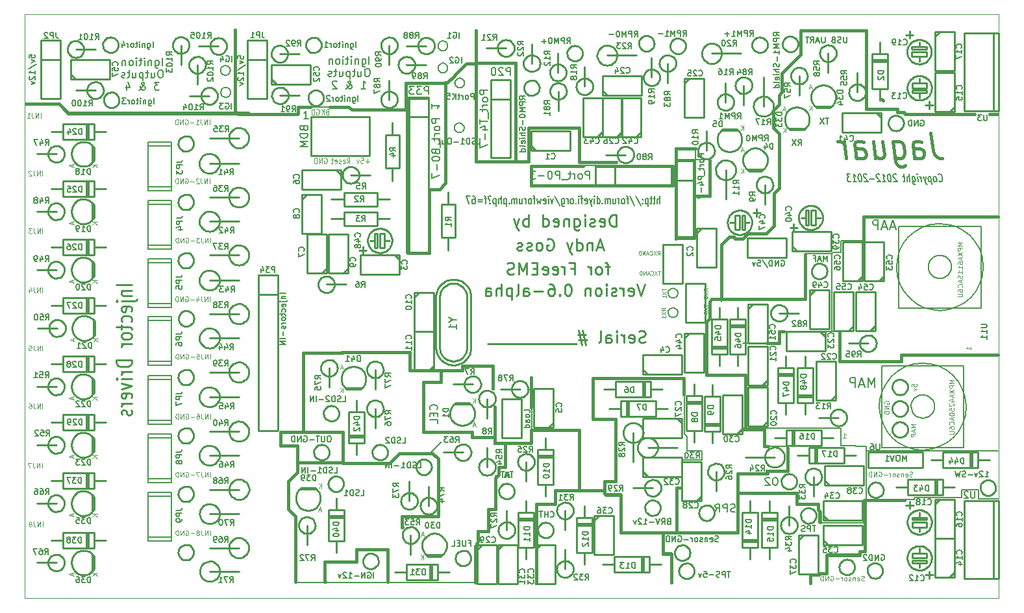
<source format=gbo>
G04 (created by PCBNEW-RS274X (2010-03-14)-final) date Wed 18 Sep 2013 10:54:27 PM EDT*
G01*
G70*
G90*
%MOIN*%
G04 Gerber Fmt 3.4, Leading zero omitted, Abs format*
%FSLAX34Y34*%
G04 APERTURE LIST*
%ADD10C,0.001000*%
%ADD11C,0.004200*%
%ADD12C,0.015000*%
%ADD13C,0.003300*%
%ADD14C,0.006700*%
%ADD15C,0.010000*%
%ADD16C,0.008300*%
%ADD17C,0.007000*%
%ADD18C,0.005000*%
%ADD19C,0.018300*%
%ADD20C,0.006000*%
%ADD21C,0.008000*%
%ADD22C,0.005800*%
%ADD23C,0.004000*%
G04 APERTURE END LIST*
G54D10*
G54D11*
X62353Y-26295D02*
X62353Y-26153D01*
X62353Y-26224D02*
X62103Y-26224D01*
X62139Y-26200D01*
X62163Y-26176D01*
X62175Y-26153D01*
G54D12*
X58772Y-26571D02*
X63724Y-26571D01*
X58772Y-26905D02*
X58772Y-26571D01*
G54D11*
X55779Y-30849D02*
X55921Y-30849D01*
X55850Y-30849D02*
X55850Y-30599D01*
X55874Y-30635D01*
X55898Y-30659D01*
X55921Y-30671D01*
G54D12*
X57000Y-26905D02*
X58779Y-26905D01*
X57071Y-26905D02*
X55587Y-26905D01*
X53610Y-09905D02*
X56980Y-09905D01*
X53610Y-11138D02*
X53610Y-09905D01*
X52630Y-12118D02*
X53610Y-11138D01*
X52630Y-13082D02*
X52630Y-12118D01*
X52610Y-13102D02*
X52630Y-13082D01*
X52492Y-13220D02*
X52610Y-13102D01*
X52492Y-13712D02*
X52492Y-13220D01*
X52212Y-13992D02*
X52492Y-13712D01*
X52212Y-14897D02*
X52212Y-13992D01*
X52504Y-15189D02*
X52212Y-14897D01*
X52504Y-17988D02*
X52504Y-15189D01*
X52232Y-18260D02*
X52504Y-17988D01*
X52232Y-19930D02*
X52232Y-18260D01*
X51831Y-20331D02*
X52232Y-19930D01*
X50894Y-20331D02*
X51831Y-20331D01*
X50733Y-20492D02*
X50894Y-20331D01*
X50638Y-20587D02*
X50733Y-20492D01*
X50244Y-20587D02*
X50638Y-20587D01*
X50161Y-20504D02*
X50244Y-20587D01*
X49952Y-20504D02*
X50161Y-20504D01*
X49539Y-20917D02*
X49952Y-20504D01*
G54D13*
X46403Y-22263D02*
X46289Y-22263D01*
X46346Y-22463D02*
X46346Y-22263D01*
X46241Y-22263D02*
X46108Y-22463D01*
X46108Y-22263D02*
X46241Y-22463D01*
X45918Y-22444D02*
X45928Y-22453D01*
X45956Y-22463D01*
X45975Y-22463D01*
X46004Y-22453D01*
X46023Y-22434D01*
X46032Y-22415D01*
X46042Y-22377D01*
X46042Y-22349D01*
X46032Y-22311D01*
X46023Y-22292D01*
X46004Y-22272D01*
X45975Y-22263D01*
X45956Y-22263D01*
X45928Y-22272D01*
X45918Y-22282D01*
X45842Y-22406D02*
X45747Y-22406D01*
X45861Y-22463D02*
X45794Y-22263D01*
X45728Y-22463D01*
X45661Y-22463D02*
X45661Y-22263D01*
X45547Y-22463D01*
X45547Y-22263D01*
X45413Y-22263D02*
X45394Y-22263D01*
X45375Y-22272D01*
X45366Y-22282D01*
X45356Y-22301D01*
X45347Y-22339D01*
X45347Y-22387D01*
X45356Y-22425D01*
X45366Y-22444D01*
X45375Y-22453D01*
X45394Y-22463D01*
X45413Y-22463D01*
X45432Y-22453D01*
X45442Y-22444D01*
X45451Y-22425D01*
X45461Y-22387D01*
X45461Y-22339D01*
X45451Y-22301D01*
X45442Y-22282D01*
X45432Y-22272D01*
X45413Y-22263D01*
X46264Y-21439D02*
X46331Y-21344D01*
X46378Y-21439D02*
X46378Y-21239D01*
X46302Y-21239D01*
X46283Y-21248D01*
X46274Y-21258D01*
X46264Y-21277D01*
X46264Y-21306D01*
X46274Y-21325D01*
X46283Y-21334D01*
X46302Y-21344D01*
X46378Y-21344D01*
X46197Y-21239D02*
X46064Y-21439D01*
X46064Y-21239D02*
X46197Y-21439D01*
X45874Y-21420D02*
X45884Y-21429D01*
X45912Y-21439D01*
X45931Y-21439D01*
X45960Y-21429D01*
X45979Y-21410D01*
X45988Y-21391D01*
X45998Y-21353D01*
X45998Y-21325D01*
X45988Y-21287D01*
X45979Y-21268D01*
X45960Y-21248D01*
X45931Y-21239D01*
X45912Y-21239D01*
X45884Y-21248D01*
X45874Y-21258D01*
X45798Y-21382D02*
X45703Y-21382D01*
X45817Y-21439D02*
X45750Y-21239D01*
X45684Y-21439D01*
X45617Y-21439D02*
X45617Y-21239D01*
X45503Y-21439D01*
X45503Y-21239D01*
X45369Y-21239D02*
X45350Y-21239D01*
X45331Y-21248D01*
X45322Y-21258D01*
X45312Y-21277D01*
X45303Y-21315D01*
X45303Y-21363D01*
X45312Y-21401D01*
X45322Y-21420D01*
X45331Y-21429D01*
X45350Y-21439D01*
X45369Y-21439D01*
X45388Y-21429D01*
X45398Y-21420D01*
X45407Y-21401D01*
X45417Y-21363D01*
X45417Y-21315D01*
X45407Y-21277D01*
X45398Y-21258D01*
X45388Y-21248D01*
X45369Y-21239D01*
G54D11*
X14690Y-35396D02*
X14690Y-35146D01*
X14571Y-35396D02*
X14571Y-35146D01*
X14429Y-35396D01*
X14429Y-35146D01*
X14238Y-35146D02*
X14238Y-35325D01*
X14250Y-35360D01*
X14274Y-35384D01*
X14309Y-35396D01*
X14333Y-35396D01*
X14084Y-35253D02*
X14108Y-35241D01*
X14119Y-35230D01*
X14131Y-35206D01*
X14131Y-35194D01*
X14119Y-35170D01*
X14108Y-35158D01*
X14084Y-35146D01*
X14036Y-35146D01*
X14012Y-35158D01*
X14000Y-35170D01*
X13989Y-35194D01*
X13989Y-35206D01*
X14000Y-35230D01*
X14012Y-35241D01*
X14036Y-35253D01*
X14084Y-35253D01*
X14108Y-35265D01*
X14119Y-35277D01*
X14131Y-35301D01*
X14131Y-35349D01*
X14119Y-35372D01*
X14108Y-35384D01*
X14084Y-35396D01*
X14036Y-35396D01*
X14012Y-35384D01*
X14000Y-35372D01*
X13989Y-35349D01*
X13989Y-35301D01*
X14000Y-35277D01*
X14012Y-35265D01*
X14036Y-35253D01*
X14659Y-32373D02*
X14659Y-32123D01*
X14540Y-32373D02*
X14540Y-32123D01*
X14398Y-32373D01*
X14398Y-32123D01*
X14207Y-32123D02*
X14207Y-32302D01*
X14219Y-32337D01*
X14243Y-32361D01*
X14278Y-32373D01*
X14302Y-32373D01*
X14112Y-32123D02*
X13946Y-32123D01*
X14053Y-32373D01*
X14683Y-29329D02*
X14683Y-29079D01*
X14564Y-29329D02*
X14564Y-29079D01*
X14422Y-29329D01*
X14422Y-29079D01*
X14231Y-29079D02*
X14231Y-29258D01*
X14243Y-29293D01*
X14267Y-29317D01*
X14302Y-29329D01*
X14326Y-29329D01*
X14005Y-29079D02*
X14053Y-29079D01*
X14077Y-29091D01*
X14089Y-29103D01*
X14112Y-29139D01*
X14124Y-29186D01*
X14124Y-29282D01*
X14112Y-29305D01*
X14101Y-29317D01*
X14077Y-29329D01*
X14029Y-29329D01*
X14005Y-29317D01*
X13993Y-29305D01*
X13982Y-29282D01*
X13982Y-29222D01*
X13993Y-29198D01*
X14005Y-29186D01*
X14029Y-29174D01*
X14077Y-29174D01*
X14101Y-29186D01*
X14112Y-29198D01*
X14124Y-29222D01*
X14683Y-26341D02*
X14683Y-26091D01*
X14564Y-26341D02*
X14564Y-26091D01*
X14422Y-26341D01*
X14422Y-26091D01*
X14231Y-26091D02*
X14231Y-26270D01*
X14243Y-26305D01*
X14267Y-26329D01*
X14302Y-26341D01*
X14326Y-26341D01*
X13993Y-26091D02*
X14112Y-26091D01*
X14124Y-26210D01*
X14112Y-26198D01*
X14089Y-26186D01*
X14029Y-26186D01*
X14005Y-26198D01*
X13993Y-26210D01*
X13982Y-26234D01*
X13982Y-26294D01*
X13993Y-26317D01*
X14005Y-26329D01*
X14029Y-26341D01*
X14089Y-26341D01*
X14112Y-26329D01*
X14124Y-26317D01*
X14679Y-23361D02*
X14679Y-23111D01*
X14560Y-23361D02*
X14560Y-23111D01*
X14418Y-23361D01*
X14418Y-23111D01*
X14227Y-23111D02*
X14227Y-23290D01*
X14239Y-23325D01*
X14263Y-23349D01*
X14298Y-23361D01*
X14322Y-23361D01*
X14001Y-23195D02*
X14001Y-23361D01*
X14061Y-23099D02*
X14120Y-23278D01*
X13966Y-23278D01*
X14686Y-20329D02*
X14686Y-20079D01*
X14567Y-20329D02*
X14567Y-20079D01*
X14425Y-20329D01*
X14425Y-20079D01*
X14234Y-20079D02*
X14234Y-20258D01*
X14246Y-20293D01*
X14270Y-20317D01*
X14305Y-20329D01*
X14329Y-20329D01*
X14139Y-20079D02*
X13985Y-20079D01*
X14068Y-20174D01*
X14032Y-20174D01*
X14008Y-20186D01*
X13996Y-20198D01*
X13985Y-20222D01*
X13985Y-20282D01*
X13996Y-20305D01*
X14008Y-20317D01*
X14032Y-20329D01*
X14104Y-20329D01*
X14127Y-20317D01*
X14139Y-20305D01*
X14675Y-17357D02*
X14675Y-17107D01*
X14556Y-17357D02*
X14556Y-17107D01*
X14414Y-17357D01*
X14414Y-17107D01*
X14223Y-17107D02*
X14223Y-17286D01*
X14235Y-17321D01*
X14259Y-17345D01*
X14294Y-17357D01*
X14318Y-17357D01*
X14116Y-17131D02*
X14104Y-17119D01*
X14081Y-17107D01*
X14021Y-17107D01*
X13997Y-17119D01*
X13985Y-17131D01*
X13974Y-17155D01*
X13974Y-17179D01*
X13985Y-17214D01*
X14128Y-17357D01*
X13974Y-17357D01*
X14600Y-14400D02*
X14600Y-14150D01*
X14481Y-14400D02*
X14481Y-14150D01*
X14339Y-14400D01*
X14339Y-14150D01*
X14148Y-14150D02*
X14148Y-14329D01*
X14160Y-14364D01*
X14184Y-14388D01*
X14219Y-14400D01*
X14243Y-14400D01*
X13899Y-14400D02*
X14041Y-14400D01*
X13970Y-14400D02*
X13970Y-14150D01*
X13994Y-14186D01*
X14018Y-14210D01*
X14041Y-14222D01*
G54D12*
X36457Y-11590D02*
X36902Y-11590D01*
X36413Y-11634D02*
X36457Y-11590D01*
X35842Y-12205D02*
X36413Y-11634D01*
X58976Y-14192D02*
X62543Y-14192D01*
X58894Y-14110D02*
X58976Y-14192D01*
X58575Y-14110D02*
X58894Y-14110D01*
X58575Y-13929D02*
X58575Y-14110D01*
X56980Y-13929D02*
X58575Y-13929D01*
X56980Y-09902D02*
X56980Y-13929D01*
X28055Y-26453D02*
X28055Y-30500D01*
X30067Y-26453D02*
X28055Y-26453D01*
X30106Y-30531D02*
X30106Y-30539D01*
X26905Y-30531D02*
X30106Y-30531D01*
X26905Y-31224D02*
X26905Y-30531D01*
X27768Y-31224D02*
X26905Y-31224D01*
X27768Y-32602D02*
X27768Y-31224D01*
X35464Y-12583D02*
X35354Y-12583D01*
X35827Y-12220D02*
X35464Y-12583D01*
X33421Y-13362D02*
X34480Y-13362D01*
X33421Y-21327D02*
X33421Y-13362D01*
X34547Y-21327D02*
X33421Y-21327D01*
X34547Y-18063D02*
X34547Y-21327D01*
X35055Y-18063D02*
X34547Y-18063D01*
X35378Y-17740D02*
X35055Y-18063D01*
X35378Y-12591D02*
X35378Y-17740D01*
X35264Y-12591D02*
X35378Y-12591D01*
X33335Y-12591D02*
X35264Y-12591D01*
X33335Y-13981D02*
X33335Y-12591D01*
X30567Y-13981D02*
X33335Y-13981D01*
X30413Y-13827D02*
X30567Y-13981D01*
X29445Y-13827D02*
X30413Y-13827D01*
X27819Y-13850D02*
X28433Y-13850D01*
X27819Y-14181D02*
X27819Y-13850D01*
X24626Y-14091D02*
X24626Y-14165D01*
X24724Y-14189D02*
X24626Y-14091D01*
X27768Y-14189D02*
X24724Y-14189D01*
G54D14*
X20835Y-11701D02*
X20835Y-11301D01*
X20473Y-11434D02*
X20473Y-11758D01*
X20492Y-11796D01*
X20511Y-11815D01*
X20550Y-11834D01*
X20607Y-11834D01*
X20645Y-11815D01*
X20473Y-11682D02*
X20511Y-11701D01*
X20588Y-11701D01*
X20626Y-11682D01*
X20645Y-11663D01*
X20664Y-11625D01*
X20664Y-11510D01*
X20645Y-11472D01*
X20626Y-11453D01*
X20588Y-11434D01*
X20511Y-11434D01*
X20473Y-11453D01*
X20283Y-11434D02*
X20283Y-11701D01*
X20283Y-11472D02*
X20264Y-11453D01*
X20226Y-11434D01*
X20168Y-11434D01*
X20130Y-11453D01*
X20111Y-11491D01*
X20111Y-11701D01*
X19921Y-11701D02*
X19921Y-11434D01*
X19921Y-11301D02*
X19940Y-11320D01*
X19921Y-11339D01*
X19902Y-11320D01*
X19921Y-11301D01*
X19921Y-11339D01*
X19788Y-11434D02*
X19636Y-11434D01*
X19731Y-11301D02*
X19731Y-11644D01*
X19712Y-11682D01*
X19674Y-11701D01*
X19636Y-11701D01*
X19502Y-11701D02*
X19502Y-11434D01*
X19502Y-11301D02*
X19521Y-11320D01*
X19502Y-11339D01*
X19483Y-11320D01*
X19502Y-11301D01*
X19502Y-11339D01*
X19255Y-11701D02*
X19293Y-11682D01*
X19312Y-11663D01*
X19331Y-11625D01*
X19331Y-11510D01*
X19312Y-11472D01*
X19293Y-11453D01*
X19255Y-11434D01*
X19197Y-11434D01*
X19159Y-11453D01*
X19140Y-11472D01*
X19121Y-11510D01*
X19121Y-11625D01*
X19140Y-11663D01*
X19159Y-11682D01*
X19197Y-11701D01*
X19255Y-11701D01*
X18950Y-11434D02*
X18950Y-11701D01*
X18950Y-11472D02*
X18931Y-11453D01*
X18893Y-11434D01*
X18835Y-11434D01*
X18797Y-11453D01*
X18778Y-11491D01*
X18778Y-11701D01*
X20779Y-11931D02*
X20702Y-11931D01*
X20664Y-11950D01*
X20626Y-11988D01*
X20607Y-12064D01*
X20607Y-12198D01*
X20626Y-12274D01*
X20664Y-12312D01*
X20702Y-12331D01*
X20779Y-12331D01*
X20817Y-12312D01*
X20855Y-12274D01*
X20874Y-12198D01*
X20874Y-12064D01*
X20855Y-11988D01*
X20817Y-11950D01*
X20779Y-11931D01*
X20264Y-12064D02*
X20264Y-12331D01*
X20436Y-12064D02*
X20436Y-12274D01*
X20417Y-12312D01*
X20379Y-12331D01*
X20321Y-12331D01*
X20283Y-12312D01*
X20264Y-12293D01*
X20131Y-12064D02*
X19979Y-12064D01*
X20074Y-11931D02*
X20074Y-12274D01*
X20055Y-12312D01*
X20017Y-12331D01*
X19979Y-12331D01*
X19845Y-12064D02*
X19845Y-12464D01*
X19845Y-12083D02*
X19807Y-12064D01*
X19730Y-12064D01*
X19692Y-12083D01*
X19673Y-12102D01*
X19654Y-12140D01*
X19654Y-12255D01*
X19673Y-12293D01*
X19692Y-12312D01*
X19730Y-12331D01*
X19807Y-12331D01*
X19845Y-12312D01*
X19311Y-12064D02*
X19311Y-12331D01*
X19483Y-12064D02*
X19483Y-12274D01*
X19464Y-12312D01*
X19426Y-12331D01*
X19368Y-12331D01*
X19330Y-12312D01*
X19311Y-12293D01*
X19178Y-12064D02*
X19026Y-12064D01*
X19121Y-11931D02*
X19121Y-12274D01*
X19102Y-12312D01*
X19064Y-12331D01*
X19026Y-12331D01*
X18911Y-12312D02*
X18873Y-12331D01*
X18797Y-12331D01*
X18758Y-12312D01*
X18739Y-12274D01*
X18739Y-12255D01*
X18758Y-12217D01*
X18797Y-12198D01*
X18854Y-12198D01*
X18892Y-12179D01*
X18911Y-12140D01*
X18911Y-12121D01*
X18892Y-12083D01*
X18854Y-12064D01*
X18797Y-12064D01*
X18758Y-12083D01*
X20683Y-12561D02*
X20435Y-12561D01*
X20569Y-12713D01*
X20511Y-12713D01*
X20473Y-12732D01*
X20454Y-12751D01*
X20435Y-12789D01*
X20435Y-12885D01*
X20454Y-12923D01*
X20473Y-12942D01*
X20511Y-12961D01*
X20626Y-12961D01*
X20664Y-12942D01*
X20683Y-12923D01*
X19635Y-12961D02*
X19654Y-12961D01*
X19692Y-12942D01*
X19749Y-12885D01*
X19844Y-12770D01*
X19883Y-12713D01*
X19902Y-12656D01*
X19902Y-12618D01*
X19883Y-12580D01*
X19844Y-12561D01*
X19825Y-12561D01*
X19787Y-12580D01*
X19768Y-12618D01*
X19768Y-12637D01*
X19787Y-12675D01*
X19806Y-12694D01*
X19921Y-12770D01*
X19940Y-12789D01*
X19959Y-12828D01*
X19959Y-12885D01*
X19940Y-12923D01*
X19921Y-12942D01*
X19883Y-12961D01*
X19825Y-12961D01*
X19787Y-12942D01*
X19768Y-12923D01*
X19711Y-12847D01*
X19692Y-12789D01*
X19692Y-12751D01*
X18987Y-12694D02*
X18987Y-12961D01*
X19083Y-12542D02*
X19178Y-12828D01*
X18930Y-12828D01*
G54D12*
X15520Y-13661D02*
X13831Y-13661D01*
X16016Y-14157D02*
X15520Y-13661D01*
X24563Y-14157D02*
X16016Y-14157D01*
X24563Y-09870D02*
X24563Y-14157D01*
X56823Y-19480D02*
X56823Y-20654D01*
X63748Y-19480D02*
X56823Y-19480D01*
X48933Y-18405D02*
X48933Y-16598D01*
X48142Y-18405D02*
X48933Y-18405D01*
X48134Y-20547D02*
X48134Y-16575D01*
X47193Y-20547D02*
X48134Y-20547D01*
X47209Y-15972D02*
X48193Y-15972D01*
X47209Y-20598D02*
X47209Y-15972D01*
X47012Y-16858D02*
X47012Y-17878D01*
X43102Y-16858D02*
X47012Y-16858D01*
X39783Y-16866D02*
X42453Y-16866D01*
X39783Y-17878D02*
X39783Y-16866D01*
X47031Y-17878D02*
X39783Y-17878D01*
X42228Y-16673D02*
X44150Y-16673D01*
X42228Y-14905D02*
X42228Y-16673D01*
X39626Y-14905D02*
X42228Y-14905D01*
X39626Y-16630D02*
X39626Y-14905D01*
X38968Y-16630D02*
X39626Y-16630D01*
X38980Y-11583D02*
X36980Y-11583D01*
X38980Y-16630D02*
X38980Y-11583D01*
X36925Y-16630D02*
X38980Y-16630D01*
X36925Y-09890D02*
X36925Y-16630D01*
X63315Y-14201D02*
X63701Y-14201D01*
X57768Y-13429D02*
X57846Y-13507D01*
X49520Y-23653D02*
X49520Y-20886D01*
X53850Y-23697D02*
X53850Y-21405D01*
X49051Y-23697D02*
X53850Y-23697D01*
X48921Y-23827D02*
X49051Y-23697D01*
X48921Y-24712D02*
X48921Y-23827D01*
X48775Y-24858D02*
X48921Y-24712D01*
X48775Y-27606D02*
X48775Y-24858D01*
X50756Y-27606D02*
X48775Y-27606D01*
X50764Y-30358D02*
X50764Y-27598D01*
X52504Y-25378D02*
X52720Y-25378D01*
X52504Y-25968D02*
X52504Y-25378D01*
X51882Y-25968D02*
X52504Y-25968D01*
X55598Y-26913D02*
X55598Y-25405D01*
X36996Y-36374D02*
X36976Y-36374D01*
X36996Y-36228D02*
X36996Y-36374D01*
X37043Y-36181D02*
X36996Y-36228D01*
X37043Y-35622D02*
X37043Y-36181D01*
X37563Y-35622D02*
X37043Y-35622D01*
X37563Y-34516D02*
X37563Y-35622D01*
X37924Y-34516D02*
X37563Y-34516D01*
X37924Y-32890D02*
X37924Y-34516D01*
X38094Y-32720D02*
X37924Y-32890D01*
X38094Y-32342D02*
X38094Y-32720D01*
X38453Y-32342D02*
X38094Y-32342D01*
X38453Y-31157D02*
X38453Y-32342D01*
X47228Y-33417D02*
X47445Y-33417D01*
X47228Y-35669D02*
X47228Y-33417D01*
X46524Y-36795D02*
X46524Y-35736D01*
X46972Y-36795D02*
X46524Y-36795D01*
X46972Y-38268D02*
X46972Y-36795D01*
X54614Y-34633D02*
X54614Y-35165D01*
X54508Y-34527D02*
X54614Y-34633D01*
X54508Y-34220D02*
X54508Y-34527D01*
X53398Y-34220D02*
X54508Y-34220D01*
X53398Y-33665D02*
X53398Y-34220D01*
X50386Y-33665D02*
X53398Y-33665D01*
X56909Y-34051D02*
X58933Y-34051D01*
X56909Y-36669D02*
X56909Y-34051D01*
X56642Y-36669D02*
X56909Y-36669D01*
X56642Y-36854D02*
X56642Y-36669D01*
X54945Y-36854D02*
X56642Y-36854D01*
X54945Y-37803D02*
X54945Y-36854D01*
X54610Y-37803D02*
X54945Y-37803D01*
X54539Y-37874D02*
X54610Y-37803D01*
X54098Y-37874D02*
X54539Y-37874D01*
X54098Y-38291D02*
X54098Y-37874D01*
X51728Y-31268D02*
X51921Y-31268D01*
X51728Y-30398D02*
X51728Y-31268D01*
X50681Y-30398D02*
X51728Y-30398D01*
X52921Y-32551D02*
X52921Y-31362D01*
X51901Y-32551D02*
X52921Y-32551D01*
X51901Y-32657D02*
X51901Y-32551D01*
X50358Y-32657D02*
X51901Y-32657D01*
X50358Y-35697D02*
X50358Y-32657D01*
X44358Y-35697D02*
X50358Y-35697D01*
X44358Y-33764D02*
X44358Y-35697D01*
X43599Y-33764D02*
X44358Y-33764D01*
X43543Y-33708D02*
X43599Y-33764D01*
X43520Y-33685D02*
X43543Y-33708D01*
X43520Y-33531D02*
X43520Y-33685D01*
X47614Y-27776D02*
X47614Y-28594D01*
X42925Y-27776D02*
X47614Y-27776D01*
X42925Y-29866D02*
X42925Y-27776D01*
X44118Y-29866D02*
X42925Y-29866D01*
X44118Y-33055D02*
X44118Y-29866D01*
X43527Y-33055D02*
X44118Y-33055D01*
X43527Y-33547D02*
X43527Y-33055D01*
X42216Y-33547D02*
X43527Y-33547D01*
X40039Y-34228D02*
X40039Y-38315D01*
X41016Y-34228D02*
X40039Y-34228D01*
X41016Y-33551D02*
X41016Y-34228D01*
X42228Y-33551D02*
X41016Y-33551D01*
X42228Y-30437D02*
X42228Y-33551D01*
X39831Y-30437D02*
X42228Y-30437D01*
X39768Y-27732D02*
X39768Y-29279D01*
X39783Y-30429D02*
X39819Y-30429D01*
X39783Y-31118D02*
X39783Y-30429D01*
X37898Y-31118D02*
X39783Y-31118D01*
X37898Y-30787D02*
X37898Y-31118D01*
X37898Y-30791D02*
X37898Y-29236D01*
X37811Y-27134D02*
X37811Y-28315D01*
X36244Y-27134D02*
X37811Y-27134D01*
X36244Y-27382D02*
X36244Y-27134D01*
X35106Y-27382D02*
X36244Y-27382D01*
X36732Y-30795D02*
X37842Y-30795D01*
X36732Y-30547D02*
X36732Y-30795D01*
X34240Y-30547D02*
X36732Y-30547D01*
X34240Y-27980D02*
X34240Y-30547D01*
X35122Y-27980D02*
X34240Y-27980D01*
X35122Y-27382D02*
X35122Y-27980D01*
X33527Y-27382D02*
X35122Y-27382D01*
X33527Y-26441D02*
X33527Y-27382D01*
X30020Y-26441D02*
X33527Y-26441D01*
G54D15*
X45604Y-22930D02*
X45404Y-23530D01*
X45204Y-22930D01*
X44776Y-23501D02*
X44833Y-23530D01*
X44947Y-23530D01*
X45004Y-23501D01*
X45033Y-23444D01*
X45033Y-23216D01*
X45004Y-23158D01*
X44947Y-23130D01*
X44833Y-23130D01*
X44776Y-23158D01*
X44747Y-23216D01*
X44747Y-23273D01*
X45033Y-23330D01*
X44490Y-23530D02*
X44490Y-23130D01*
X44490Y-23244D02*
X44462Y-23187D01*
X44433Y-23158D01*
X44376Y-23130D01*
X44319Y-23130D01*
X44148Y-23501D02*
X44091Y-23530D01*
X43976Y-23530D01*
X43919Y-23501D01*
X43891Y-23444D01*
X43891Y-23416D01*
X43919Y-23358D01*
X43976Y-23330D01*
X44062Y-23330D01*
X44119Y-23301D01*
X44148Y-23244D01*
X44148Y-23216D01*
X44119Y-23158D01*
X44062Y-23130D01*
X43976Y-23130D01*
X43919Y-23158D01*
X43633Y-23530D02*
X43633Y-23130D01*
X43633Y-22930D02*
X43662Y-22958D01*
X43633Y-22987D01*
X43605Y-22958D01*
X43633Y-22930D01*
X43633Y-22987D01*
X43261Y-23530D02*
X43319Y-23501D01*
X43347Y-23473D01*
X43376Y-23416D01*
X43376Y-23244D01*
X43347Y-23187D01*
X43319Y-23158D01*
X43261Y-23130D01*
X43176Y-23130D01*
X43119Y-23158D01*
X43090Y-23187D01*
X43061Y-23244D01*
X43061Y-23416D01*
X43090Y-23473D01*
X43119Y-23501D01*
X43176Y-23530D01*
X43261Y-23530D01*
X42804Y-23130D02*
X42804Y-23530D01*
X42804Y-23187D02*
X42776Y-23158D01*
X42718Y-23130D01*
X42633Y-23130D01*
X42576Y-23158D01*
X42547Y-23216D01*
X42547Y-23530D01*
X41690Y-22930D02*
X41633Y-22930D01*
X41576Y-22958D01*
X41547Y-22987D01*
X41518Y-23044D01*
X41490Y-23158D01*
X41490Y-23301D01*
X41518Y-23416D01*
X41547Y-23473D01*
X41576Y-23501D01*
X41633Y-23530D01*
X41690Y-23530D01*
X41747Y-23501D01*
X41776Y-23473D01*
X41804Y-23416D01*
X41833Y-23301D01*
X41833Y-23158D01*
X41804Y-23044D01*
X41776Y-22987D01*
X41747Y-22958D01*
X41690Y-22930D01*
X41233Y-23473D02*
X41205Y-23501D01*
X41233Y-23530D01*
X41262Y-23501D01*
X41233Y-23473D01*
X41233Y-23530D01*
X40690Y-22930D02*
X40804Y-22930D01*
X40861Y-22958D01*
X40890Y-22987D01*
X40947Y-23073D01*
X40976Y-23187D01*
X40976Y-23416D01*
X40947Y-23473D01*
X40919Y-23501D01*
X40861Y-23530D01*
X40747Y-23530D01*
X40690Y-23501D01*
X40661Y-23473D01*
X40633Y-23416D01*
X40633Y-23273D01*
X40661Y-23216D01*
X40690Y-23187D01*
X40747Y-23158D01*
X40861Y-23158D01*
X40919Y-23187D01*
X40947Y-23216D01*
X40976Y-23273D01*
X40376Y-23301D02*
X39919Y-23301D01*
X39376Y-23530D02*
X39376Y-23216D01*
X39405Y-23158D01*
X39462Y-23130D01*
X39576Y-23130D01*
X39633Y-23158D01*
X39376Y-23501D02*
X39433Y-23530D01*
X39576Y-23530D01*
X39633Y-23501D01*
X39662Y-23444D01*
X39662Y-23387D01*
X39633Y-23330D01*
X39576Y-23301D01*
X39433Y-23301D01*
X39376Y-23273D01*
X39004Y-23530D02*
X39062Y-23501D01*
X39090Y-23444D01*
X39090Y-22930D01*
X38776Y-23130D02*
X38776Y-23730D01*
X38776Y-23158D02*
X38719Y-23130D01*
X38605Y-23130D01*
X38548Y-23158D01*
X38519Y-23187D01*
X38490Y-23244D01*
X38490Y-23416D01*
X38519Y-23473D01*
X38548Y-23501D01*
X38605Y-23530D01*
X38719Y-23530D01*
X38776Y-23501D01*
X38233Y-23530D02*
X38233Y-22930D01*
X37976Y-23530D02*
X37976Y-23216D01*
X38005Y-23158D01*
X38062Y-23130D01*
X38147Y-23130D01*
X38205Y-23158D01*
X38233Y-23187D01*
X37433Y-23530D02*
X37433Y-23216D01*
X37462Y-23158D01*
X37519Y-23130D01*
X37633Y-23130D01*
X37690Y-23158D01*
X37433Y-23501D02*
X37490Y-23530D01*
X37633Y-23530D01*
X37690Y-23501D01*
X37719Y-23444D01*
X37719Y-23387D01*
X37690Y-23330D01*
X37633Y-23301D01*
X37490Y-23301D01*
X37433Y-23273D01*
G54D16*
X57410Y-28230D02*
X57410Y-27730D01*
X57243Y-28088D01*
X57077Y-27730D01*
X57077Y-28230D01*
X56863Y-28088D02*
X56625Y-28088D01*
X56910Y-28230D02*
X56744Y-27730D01*
X56577Y-28230D01*
X56410Y-28230D02*
X56410Y-27730D01*
X56219Y-27730D01*
X56172Y-27754D01*
X56148Y-27778D01*
X56124Y-27826D01*
X56124Y-27897D01*
X56148Y-27945D01*
X56172Y-27968D01*
X56219Y-27992D01*
X56410Y-27992D01*
X58466Y-19993D02*
X58228Y-19993D01*
X58513Y-20135D02*
X58347Y-19635D01*
X58180Y-20135D01*
X58037Y-19993D02*
X57799Y-19993D01*
X58084Y-20135D02*
X57918Y-19635D01*
X57751Y-20135D01*
X57584Y-20135D02*
X57584Y-19635D01*
X57393Y-19635D01*
X57346Y-19659D01*
X57322Y-19683D01*
X57298Y-19731D01*
X57298Y-19802D01*
X57322Y-19850D01*
X57346Y-19873D01*
X57393Y-19897D01*
X57584Y-19897D01*
G54D12*
X36909Y-38260D02*
X36909Y-36409D01*
X29177Y-38244D02*
X29193Y-38244D01*
X29177Y-37197D02*
X29177Y-38244D01*
X30795Y-37197D02*
X29177Y-37197D01*
X30795Y-36583D02*
X30795Y-37197D01*
X32413Y-36583D02*
X30795Y-36583D01*
X32413Y-38220D02*
X32413Y-36583D01*
X33150Y-35445D02*
X33185Y-35445D01*
X33150Y-34862D02*
X33150Y-35445D01*
X35011Y-34862D02*
X33150Y-34862D01*
X35011Y-31917D02*
X35011Y-34862D01*
X34716Y-31622D02*
X35011Y-31917D01*
X32992Y-31622D02*
X34716Y-31622D01*
X32492Y-32122D02*
X32992Y-31622D01*
X30118Y-32122D02*
X32492Y-32122D01*
X27768Y-32118D02*
X27768Y-32110D01*
X30106Y-32118D02*
X27768Y-32118D01*
X30106Y-30539D02*
X30106Y-32118D01*
X27299Y-33067D02*
X27764Y-32602D01*
X27299Y-34492D02*
X27299Y-33067D01*
X27665Y-34858D02*
X27299Y-34492D01*
X27665Y-38232D02*
X27665Y-34858D01*
G54D17*
X35157Y-27378D02*
X35150Y-27378D01*
X35157Y-28020D02*
X35157Y-27378D01*
X34291Y-28020D02*
X35157Y-28020D01*
X34291Y-30551D02*
X34291Y-28020D01*
X35169Y-30551D02*
X34291Y-30551D01*
G54D14*
X34927Y-29383D02*
X34946Y-29364D01*
X34965Y-29307D01*
X34965Y-29269D01*
X34946Y-29211D01*
X34908Y-29173D01*
X34870Y-29154D01*
X34793Y-29135D01*
X34736Y-29135D01*
X34660Y-29154D01*
X34622Y-29173D01*
X34584Y-29211D01*
X34565Y-29269D01*
X34565Y-29307D01*
X34584Y-29364D01*
X34603Y-29383D01*
X34755Y-29554D02*
X34755Y-29688D01*
X34965Y-29745D02*
X34965Y-29554D01*
X34565Y-29554D01*
X34565Y-29745D01*
X34965Y-30107D02*
X34965Y-29916D01*
X34565Y-29916D01*
G54D17*
X37886Y-30791D02*
X37874Y-30779D01*
X36740Y-30791D02*
X37886Y-30791D01*
X36740Y-30551D02*
X36740Y-30791D01*
X35165Y-30551D02*
X36740Y-30551D01*
X60835Y-19480D02*
X63724Y-19480D01*
X56815Y-19480D02*
X60842Y-19480D01*
X56815Y-20709D02*
X56815Y-19480D01*
X55673Y-20709D02*
X56815Y-20709D01*
X55673Y-21315D02*
X55673Y-20709D01*
X55276Y-21315D02*
X55673Y-21315D01*
X55209Y-21382D02*
X55276Y-21315D01*
X53905Y-21378D02*
X55212Y-21378D01*
X55260Y-25374D02*
X55260Y-25378D01*
X55212Y-25374D02*
X55260Y-25374D01*
X55212Y-21382D02*
X55212Y-25374D01*
X57287Y-31512D02*
X63728Y-31512D01*
X57283Y-31512D02*
X56964Y-31512D01*
X55571Y-26583D02*
X55571Y-26929D01*
X55571Y-25374D02*
X55571Y-26575D01*
X55256Y-25374D02*
X55571Y-25374D01*
X56433Y-31220D02*
X56433Y-31279D01*
X55677Y-31220D02*
X56433Y-31220D01*
X55677Y-30335D02*
X55677Y-31220D01*
X51791Y-30335D02*
X51791Y-30358D01*
X55685Y-30335D02*
X51791Y-30335D01*
X24567Y-13535D02*
X24567Y-13169D01*
X47500Y-32177D02*
X47500Y-32161D01*
X47500Y-31972D02*
X47500Y-32177D01*
X48520Y-31972D02*
X47500Y-31972D01*
X48520Y-31488D02*
X48520Y-31972D01*
X47768Y-31488D02*
X48520Y-31488D01*
X47768Y-30780D02*
X47768Y-31488D01*
X47630Y-30642D02*
X47768Y-30780D01*
X13807Y-13622D02*
X13811Y-13622D01*
G54D14*
X31449Y-11630D02*
X31449Y-11230D01*
X31087Y-11363D02*
X31087Y-11687D01*
X31106Y-11725D01*
X31125Y-11744D01*
X31164Y-11763D01*
X31221Y-11763D01*
X31259Y-11744D01*
X31087Y-11611D02*
X31125Y-11630D01*
X31202Y-11630D01*
X31240Y-11611D01*
X31259Y-11592D01*
X31278Y-11554D01*
X31278Y-11439D01*
X31259Y-11401D01*
X31240Y-11382D01*
X31202Y-11363D01*
X31125Y-11363D01*
X31087Y-11382D01*
X30897Y-11363D02*
X30897Y-11630D01*
X30897Y-11401D02*
X30878Y-11382D01*
X30840Y-11363D01*
X30782Y-11363D01*
X30744Y-11382D01*
X30725Y-11420D01*
X30725Y-11630D01*
X30535Y-11630D02*
X30535Y-11363D01*
X30535Y-11230D02*
X30554Y-11249D01*
X30535Y-11268D01*
X30516Y-11249D01*
X30535Y-11230D01*
X30535Y-11268D01*
X30402Y-11363D02*
X30250Y-11363D01*
X30345Y-11230D02*
X30345Y-11573D01*
X30326Y-11611D01*
X30288Y-11630D01*
X30250Y-11630D01*
X30116Y-11630D02*
X30116Y-11363D01*
X30116Y-11230D02*
X30135Y-11249D01*
X30116Y-11268D01*
X30097Y-11249D01*
X30116Y-11230D01*
X30116Y-11268D01*
X29869Y-11630D02*
X29907Y-11611D01*
X29926Y-11592D01*
X29945Y-11554D01*
X29945Y-11439D01*
X29926Y-11401D01*
X29907Y-11382D01*
X29869Y-11363D01*
X29811Y-11363D01*
X29773Y-11382D01*
X29754Y-11401D01*
X29735Y-11439D01*
X29735Y-11554D01*
X29754Y-11592D01*
X29773Y-11611D01*
X29811Y-11630D01*
X29869Y-11630D01*
X29564Y-11363D02*
X29564Y-11630D01*
X29564Y-11401D02*
X29545Y-11382D01*
X29507Y-11363D01*
X29449Y-11363D01*
X29411Y-11382D01*
X29392Y-11420D01*
X29392Y-11630D01*
X31393Y-11860D02*
X31316Y-11860D01*
X31278Y-11879D01*
X31240Y-11917D01*
X31221Y-11993D01*
X31221Y-12127D01*
X31240Y-12203D01*
X31278Y-12241D01*
X31316Y-12260D01*
X31393Y-12260D01*
X31431Y-12241D01*
X31469Y-12203D01*
X31488Y-12127D01*
X31488Y-11993D01*
X31469Y-11917D01*
X31431Y-11879D01*
X31393Y-11860D01*
X30878Y-11993D02*
X30878Y-12260D01*
X31050Y-11993D02*
X31050Y-12203D01*
X31031Y-12241D01*
X30993Y-12260D01*
X30935Y-12260D01*
X30897Y-12241D01*
X30878Y-12222D01*
X30745Y-11993D02*
X30593Y-11993D01*
X30688Y-11860D02*
X30688Y-12203D01*
X30669Y-12241D01*
X30631Y-12260D01*
X30593Y-12260D01*
X30459Y-11993D02*
X30459Y-12393D01*
X30459Y-12012D02*
X30421Y-11993D01*
X30344Y-11993D01*
X30306Y-12012D01*
X30287Y-12031D01*
X30268Y-12069D01*
X30268Y-12184D01*
X30287Y-12222D01*
X30306Y-12241D01*
X30344Y-12260D01*
X30421Y-12260D01*
X30459Y-12241D01*
X29925Y-11993D02*
X29925Y-12260D01*
X30097Y-11993D02*
X30097Y-12203D01*
X30078Y-12241D01*
X30040Y-12260D01*
X29982Y-12260D01*
X29944Y-12241D01*
X29925Y-12222D01*
X29792Y-11993D02*
X29640Y-11993D01*
X29735Y-11860D02*
X29735Y-12203D01*
X29716Y-12241D01*
X29678Y-12260D01*
X29640Y-12260D01*
X29525Y-12241D02*
X29487Y-12260D01*
X29411Y-12260D01*
X29372Y-12241D01*
X29353Y-12203D01*
X29353Y-12184D01*
X29372Y-12146D01*
X29411Y-12127D01*
X29468Y-12127D01*
X29506Y-12108D01*
X29525Y-12069D01*
X29525Y-12050D01*
X29506Y-12012D01*
X29468Y-11993D01*
X29411Y-11993D01*
X29372Y-12012D01*
X31049Y-12890D02*
X31278Y-12890D01*
X31164Y-12890D02*
X31164Y-12490D01*
X31202Y-12547D01*
X31240Y-12585D01*
X31278Y-12604D01*
X30249Y-12890D02*
X30268Y-12890D01*
X30306Y-12871D01*
X30363Y-12814D01*
X30458Y-12699D01*
X30497Y-12642D01*
X30516Y-12585D01*
X30516Y-12547D01*
X30497Y-12509D01*
X30458Y-12490D01*
X30439Y-12490D01*
X30401Y-12509D01*
X30382Y-12547D01*
X30382Y-12566D01*
X30401Y-12604D01*
X30420Y-12623D01*
X30535Y-12699D01*
X30554Y-12718D01*
X30573Y-12757D01*
X30573Y-12814D01*
X30554Y-12852D01*
X30535Y-12871D01*
X30497Y-12890D01*
X30439Y-12890D01*
X30401Y-12871D01*
X30382Y-12852D01*
X30325Y-12776D01*
X30306Y-12718D01*
X30306Y-12680D01*
X29792Y-12528D02*
X29773Y-12509D01*
X29735Y-12490D01*
X29639Y-12490D01*
X29601Y-12509D01*
X29582Y-12528D01*
X29563Y-12566D01*
X29563Y-12604D01*
X29582Y-12661D01*
X29811Y-12890D01*
X29563Y-12890D01*
G54D17*
X52476Y-25358D02*
X53921Y-25358D01*
X52476Y-25354D02*
X52476Y-25358D01*
X52476Y-25968D02*
X52476Y-25354D01*
X52063Y-25968D02*
X52476Y-25968D01*
G54D18*
X29659Y-32641D02*
X29802Y-32641D01*
X29802Y-32341D01*
X29573Y-32627D02*
X29530Y-32641D01*
X29459Y-32641D01*
X29430Y-32627D01*
X29416Y-32613D01*
X29401Y-32584D01*
X29401Y-32556D01*
X29416Y-32527D01*
X29430Y-32513D01*
X29459Y-32499D01*
X29516Y-32484D01*
X29544Y-32470D01*
X29559Y-32456D01*
X29573Y-32427D01*
X29573Y-32399D01*
X29559Y-32370D01*
X29544Y-32356D01*
X29516Y-32341D01*
X29444Y-32341D01*
X29401Y-32356D01*
X29273Y-32641D02*
X29273Y-32341D01*
X29201Y-32341D01*
X29158Y-32356D01*
X29130Y-32384D01*
X29115Y-32413D01*
X29101Y-32470D01*
X29101Y-32513D01*
X29115Y-32570D01*
X29130Y-32599D01*
X29158Y-32627D01*
X29201Y-32641D01*
X29273Y-32641D01*
X28815Y-32641D02*
X28987Y-32641D01*
X28901Y-32641D02*
X28901Y-32341D01*
X28930Y-32384D01*
X28958Y-32413D01*
X28987Y-32427D01*
X28687Y-32527D02*
X28458Y-32527D01*
X28316Y-32641D02*
X28316Y-32341D01*
X28173Y-32641D02*
X28173Y-32341D01*
X28001Y-32641D01*
X28001Y-32341D01*
X38312Y-32873D02*
X38312Y-32573D01*
X38441Y-32788D02*
X38584Y-32788D01*
X38413Y-32873D02*
X38513Y-32573D01*
X38613Y-32873D01*
X38670Y-32573D02*
X38841Y-32573D01*
X38755Y-32873D02*
X38755Y-32573D01*
X60707Y-17640D02*
X60724Y-17659D01*
X60769Y-17678D01*
X60798Y-17678D01*
X60839Y-17659D01*
X60862Y-17621D01*
X60872Y-17583D01*
X60877Y-17506D01*
X60870Y-17449D01*
X60846Y-17373D01*
X60826Y-17335D01*
X60794Y-17297D01*
X60748Y-17278D01*
X60719Y-17278D01*
X60679Y-17297D01*
X60667Y-17316D01*
X60541Y-17678D02*
X60567Y-17659D01*
X60579Y-17640D01*
X60589Y-17602D01*
X60574Y-17487D01*
X60556Y-17449D01*
X60538Y-17430D01*
X60508Y-17411D01*
X60465Y-17411D01*
X60438Y-17430D01*
X60427Y-17449D01*
X60417Y-17487D01*
X60432Y-17602D01*
X60450Y-17640D01*
X60467Y-17659D01*
X60498Y-17678D01*
X60541Y-17678D01*
X60280Y-17411D02*
X60330Y-17811D01*
X60282Y-17430D02*
X60251Y-17411D01*
X60194Y-17411D01*
X60167Y-17430D01*
X60156Y-17449D01*
X60146Y-17487D01*
X60161Y-17602D01*
X60179Y-17640D01*
X60196Y-17659D01*
X60227Y-17678D01*
X60284Y-17678D01*
X60311Y-17659D01*
X60037Y-17411D02*
X59999Y-17678D01*
X59894Y-17411D02*
X59999Y-17678D01*
X60039Y-17773D01*
X60057Y-17792D01*
X60087Y-17811D01*
X59813Y-17678D02*
X59780Y-17411D01*
X59789Y-17487D02*
X59770Y-17449D01*
X59753Y-17430D01*
X59722Y-17411D01*
X59694Y-17411D01*
X59627Y-17678D02*
X59594Y-17411D01*
X59577Y-17278D02*
X59594Y-17297D01*
X59582Y-17316D01*
X59565Y-17297D01*
X59577Y-17278D01*
X59582Y-17316D01*
X59322Y-17411D02*
X59362Y-17735D01*
X59381Y-17773D01*
X59399Y-17792D01*
X59429Y-17811D01*
X59472Y-17811D01*
X59499Y-17792D01*
X59353Y-17659D02*
X59384Y-17678D01*
X59441Y-17678D01*
X59467Y-17659D01*
X59479Y-17640D01*
X59489Y-17602D01*
X59474Y-17487D01*
X59456Y-17449D01*
X59438Y-17430D01*
X59408Y-17411D01*
X59351Y-17411D01*
X59324Y-17430D01*
X59213Y-17678D02*
X59163Y-17278D01*
X59084Y-17678D02*
X59058Y-17468D01*
X59067Y-17430D01*
X59094Y-17411D01*
X59137Y-17411D01*
X59167Y-17430D01*
X59185Y-17449D01*
X58951Y-17411D02*
X58837Y-17411D01*
X58892Y-17278D02*
X58935Y-17621D01*
X58925Y-17659D01*
X58899Y-17678D01*
X58870Y-17678D01*
X58511Y-17316D02*
X58495Y-17297D01*
X58463Y-17278D01*
X58392Y-17278D01*
X58366Y-17297D01*
X58354Y-17316D01*
X58344Y-17354D01*
X58348Y-17392D01*
X58371Y-17449D01*
X58570Y-17678D01*
X58384Y-17678D01*
X58148Y-17278D02*
X58120Y-17278D01*
X58094Y-17297D01*
X58082Y-17316D01*
X58073Y-17354D01*
X58067Y-17430D01*
X58079Y-17526D01*
X58104Y-17602D01*
X58122Y-17640D01*
X58139Y-17659D01*
X58170Y-17678D01*
X58198Y-17678D01*
X58225Y-17659D01*
X58236Y-17640D01*
X58247Y-17602D01*
X58251Y-17526D01*
X58239Y-17430D01*
X58216Y-17354D01*
X58196Y-17316D01*
X58180Y-17297D01*
X58148Y-17278D01*
X57812Y-17678D02*
X57984Y-17678D01*
X57898Y-17678D02*
X57848Y-17278D01*
X57884Y-17335D01*
X57917Y-17373D01*
X57948Y-17392D01*
X57653Y-17316D02*
X57637Y-17297D01*
X57605Y-17278D01*
X57534Y-17278D01*
X57508Y-17297D01*
X57496Y-17316D01*
X57486Y-17354D01*
X57490Y-17392D01*
X57513Y-17449D01*
X57712Y-17678D01*
X57526Y-17678D01*
X57379Y-17526D02*
X57150Y-17526D01*
X56996Y-17316D02*
X56980Y-17297D01*
X56948Y-17278D01*
X56877Y-17278D01*
X56851Y-17297D01*
X56839Y-17316D01*
X56829Y-17354D01*
X56833Y-17392D01*
X56856Y-17449D01*
X57055Y-17678D01*
X56869Y-17678D01*
X56633Y-17278D02*
X56605Y-17278D01*
X56579Y-17297D01*
X56567Y-17316D01*
X56558Y-17354D01*
X56552Y-17430D01*
X56564Y-17526D01*
X56589Y-17602D01*
X56607Y-17640D01*
X56624Y-17659D01*
X56655Y-17678D01*
X56683Y-17678D01*
X56710Y-17659D01*
X56721Y-17640D01*
X56732Y-17602D01*
X56736Y-17526D01*
X56724Y-17430D01*
X56701Y-17354D01*
X56681Y-17316D01*
X56665Y-17297D01*
X56633Y-17278D01*
X56297Y-17678D02*
X56469Y-17678D01*
X56383Y-17678D02*
X56333Y-17278D01*
X56369Y-17335D01*
X56402Y-17373D01*
X56433Y-17392D01*
X56147Y-17278D02*
X55961Y-17278D01*
X56080Y-17430D01*
X56038Y-17430D01*
X56012Y-17449D01*
X56000Y-17468D01*
X55990Y-17506D01*
X56002Y-17602D01*
X56021Y-17640D01*
X56038Y-17659D01*
X56069Y-17678D01*
X56154Y-17678D01*
X56181Y-17659D01*
X56192Y-17640D01*
G54D19*
X60276Y-15155D02*
X60392Y-16084D01*
X60467Y-16269D01*
X60588Y-16393D01*
X60752Y-16455D01*
X60857Y-16455D01*
X59443Y-16455D02*
X59358Y-15774D01*
X59395Y-15650D01*
X59492Y-15589D01*
X59701Y-15589D01*
X59814Y-15650D01*
X59436Y-16393D02*
X59547Y-16455D01*
X59809Y-16455D01*
X59907Y-16393D01*
X59943Y-16269D01*
X59928Y-16146D01*
X59860Y-16022D01*
X59748Y-15960D01*
X59486Y-15960D01*
X59374Y-15898D01*
X58340Y-15589D02*
X58472Y-16641D01*
X58539Y-16765D01*
X58599Y-16827D01*
X58712Y-16889D01*
X58869Y-16889D01*
X58966Y-16827D01*
X58441Y-16393D02*
X58552Y-16455D01*
X58762Y-16455D01*
X58860Y-16393D01*
X58904Y-16331D01*
X58941Y-16208D01*
X58894Y-15836D01*
X58827Y-15712D01*
X58767Y-15650D01*
X58654Y-15589D01*
X58444Y-15589D01*
X58348Y-15650D01*
X57345Y-15589D02*
X57453Y-16455D01*
X57816Y-15589D02*
X57901Y-16269D01*
X57865Y-16393D01*
X57767Y-16455D01*
X57610Y-16455D01*
X57498Y-16393D01*
X57438Y-16331D01*
X56458Y-16455D02*
X56373Y-15774D01*
X56410Y-15650D01*
X56507Y-15589D01*
X56716Y-15589D01*
X56829Y-15650D01*
X56451Y-16393D02*
X56562Y-16455D01*
X56824Y-16455D01*
X56922Y-16393D01*
X56958Y-16269D01*
X56943Y-16146D01*
X56875Y-16022D01*
X56763Y-15960D01*
X56501Y-15960D01*
X56389Y-15898D01*
X55934Y-16455D02*
X55826Y-15589D01*
X55857Y-15836D02*
X55790Y-15712D01*
X55729Y-15650D01*
X55617Y-15589D01*
X55512Y-15589D01*
G54D17*
X51799Y-30342D02*
X51799Y-30335D01*
X50630Y-30342D02*
X51799Y-30342D01*
X56964Y-31279D02*
X56433Y-31279D01*
X56964Y-33996D02*
X56964Y-31279D01*
X50630Y-30342D02*
X50630Y-30339D01*
X57094Y-19480D02*
X57098Y-19480D01*
X53905Y-21634D02*
X53905Y-21386D01*
X49520Y-20894D02*
X49520Y-20905D01*
G54D18*
X55984Y-10219D02*
X55984Y-10462D01*
X55969Y-10491D01*
X55955Y-10505D01*
X55926Y-10519D01*
X55869Y-10519D01*
X55841Y-10505D01*
X55826Y-10491D01*
X55812Y-10462D01*
X55812Y-10219D01*
X55684Y-10505D02*
X55641Y-10519D01*
X55570Y-10519D01*
X55541Y-10505D01*
X55527Y-10491D01*
X55512Y-10462D01*
X55512Y-10434D01*
X55527Y-10405D01*
X55541Y-10391D01*
X55570Y-10377D01*
X55627Y-10362D01*
X55655Y-10348D01*
X55670Y-10334D01*
X55684Y-10305D01*
X55684Y-10277D01*
X55670Y-10248D01*
X55655Y-10234D01*
X55627Y-10219D01*
X55555Y-10219D01*
X55512Y-10234D01*
X55284Y-10362D02*
X55241Y-10377D01*
X55226Y-10391D01*
X55212Y-10419D01*
X55212Y-10462D01*
X55226Y-10491D01*
X55241Y-10505D01*
X55269Y-10519D01*
X55384Y-10519D01*
X55384Y-10219D01*
X55284Y-10219D01*
X55255Y-10234D01*
X55241Y-10248D01*
X55226Y-10277D01*
X55226Y-10305D01*
X55241Y-10334D01*
X55255Y-10348D01*
X55284Y-10362D01*
X55384Y-10362D01*
X54855Y-10219D02*
X54855Y-10462D01*
X54840Y-10491D01*
X54826Y-10505D01*
X54797Y-10519D01*
X54740Y-10519D01*
X54712Y-10505D01*
X54697Y-10491D01*
X54683Y-10462D01*
X54683Y-10219D01*
X54555Y-10434D02*
X54412Y-10434D01*
X54583Y-10519D02*
X54483Y-10219D01*
X54383Y-10519D01*
X54112Y-10519D02*
X54212Y-10377D01*
X54284Y-10519D02*
X54284Y-10219D01*
X54169Y-10219D01*
X54141Y-10234D01*
X54126Y-10248D01*
X54112Y-10277D01*
X54112Y-10319D01*
X54126Y-10348D01*
X54141Y-10362D01*
X54169Y-10377D01*
X54284Y-10377D01*
X54026Y-10219D02*
X53855Y-10219D01*
X53941Y-10519D02*
X53941Y-10219D01*
X50351Y-14440D02*
X50451Y-14298D01*
X50523Y-14440D02*
X50523Y-14140D01*
X50408Y-14140D01*
X50380Y-14155D01*
X50365Y-14169D01*
X50351Y-14198D01*
X50351Y-14240D01*
X50365Y-14269D01*
X50380Y-14283D01*
X50408Y-14298D01*
X50523Y-14298D01*
X50223Y-14440D02*
X50223Y-14140D01*
X50108Y-14140D01*
X50080Y-14155D01*
X50065Y-14169D01*
X50051Y-14198D01*
X50051Y-14240D01*
X50065Y-14269D01*
X50080Y-14283D01*
X50108Y-14298D01*
X50223Y-14298D01*
X49923Y-14440D02*
X49923Y-14140D01*
X49823Y-14355D01*
X49723Y-14140D01*
X49723Y-14440D01*
X49422Y-14440D02*
X49594Y-14440D01*
X49508Y-14440D02*
X49508Y-14140D01*
X49537Y-14183D01*
X49565Y-14212D01*
X49594Y-14226D01*
X51749Y-15574D02*
X51849Y-15432D01*
X51921Y-15574D02*
X51921Y-15274D01*
X51806Y-15274D01*
X51778Y-15289D01*
X51763Y-15303D01*
X51749Y-15332D01*
X51749Y-15374D01*
X51763Y-15403D01*
X51778Y-15417D01*
X51806Y-15432D01*
X51921Y-15432D01*
X51621Y-15574D02*
X51621Y-15274D01*
X51506Y-15274D01*
X51478Y-15289D01*
X51463Y-15303D01*
X51449Y-15332D01*
X51449Y-15374D01*
X51463Y-15403D01*
X51478Y-15417D01*
X51506Y-15432D01*
X51621Y-15432D01*
X51321Y-15574D02*
X51321Y-15274D01*
X51221Y-15489D01*
X51121Y-15274D01*
X51121Y-15574D01*
X50920Y-15274D02*
X50892Y-15274D01*
X50863Y-15289D01*
X50849Y-15303D01*
X50835Y-15332D01*
X50820Y-15389D01*
X50820Y-15460D01*
X50835Y-15517D01*
X50849Y-15546D01*
X50863Y-15560D01*
X50892Y-15574D01*
X50920Y-15574D01*
X50949Y-15560D01*
X50963Y-15546D01*
X50978Y-15517D01*
X50992Y-15460D01*
X50992Y-15389D01*
X50978Y-15332D01*
X50963Y-15303D01*
X50949Y-15289D01*
X50920Y-15274D01*
X53479Y-15806D02*
X53579Y-15664D01*
X53651Y-15806D02*
X53651Y-15506D01*
X53536Y-15506D01*
X53508Y-15521D01*
X53493Y-15535D01*
X53479Y-15564D01*
X53479Y-15606D01*
X53493Y-15635D01*
X53508Y-15649D01*
X53536Y-15664D01*
X53651Y-15664D01*
X53379Y-15506D02*
X53179Y-15806D01*
X53179Y-15506D02*
X53379Y-15806D01*
X55051Y-14388D02*
X54880Y-14388D01*
X54966Y-14688D02*
X54966Y-14388D01*
X54808Y-14388D02*
X54608Y-14688D01*
X54608Y-14388D02*
X54808Y-14688D01*
G54D17*
X42279Y-14968D02*
X42279Y-14976D01*
X39709Y-14968D02*
X42279Y-14968D01*
X36961Y-11630D02*
X36961Y-09902D01*
G54D14*
X34680Y-13665D02*
X34680Y-13894D01*
X34680Y-13780D02*
X35080Y-13780D01*
X35023Y-13818D01*
X34985Y-13856D01*
X34966Y-13894D01*
G54D17*
X33378Y-12614D02*
X33378Y-13980D01*
X24571Y-09902D02*
X24567Y-09902D01*
X24571Y-13173D02*
X24571Y-09902D01*
X16024Y-14115D02*
X25295Y-14115D01*
X15531Y-13622D02*
X16024Y-14115D01*
X13807Y-13622D02*
X15531Y-13622D01*
X27940Y-13850D02*
X27770Y-13850D01*
X56860Y-34010D02*
X56850Y-34010D01*
X56860Y-36680D02*
X56860Y-34010D01*
X56820Y-36680D02*
X56860Y-36680D01*
X56690Y-36680D02*
X56820Y-36680D01*
X56690Y-36810D02*
X56690Y-36680D01*
X54920Y-36810D02*
X56690Y-36810D01*
X54920Y-37850D02*
X54920Y-36810D01*
X54110Y-37850D02*
X54920Y-37850D01*
X54110Y-38270D02*
X54110Y-37850D01*
X62740Y-33980D02*
X63730Y-33980D01*
X62740Y-33500D02*
X62740Y-33980D01*
X61860Y-33500D02*
X62740Y-33500D01*
X61860Y-33900D02*
X61860Y-33500D01*
X59450Y-33900D02*
X61860Y-33900D01*
X59450Y-33920D02*
X59450Y-33900D01*
X59450Y-34010D02*
X59450Y-33920D01*
X56850Y-34010D02*
X59450Y-34010D01*
X56850Y-35210D02*
X56850Y-34010D01*
X56820Y-35210D02*
X56850Y-35210D01*
X54550Y-35210D02*
X56820Y-35210D01*
X54550Y-34220D02*
X54550Y-35210D01*
X53430Y-34220D02*
X54550Y-34220D01*
X53430Y-33620D02*
X53430Y-34220D01*
X50330Y-33620D02*
X53430Y-33620D01*
X50330Y-32620D02*
X50330Y-32670D01*
X51850Y-32620D02*
X50330Y-32620D01*
X51850Y-32510D02*
X51850Y-32620D01*
X52890Y-32510D02*
X51850Y-32510D01*
X52890Y-31260D02*
X52890Y-32510D01*
X51780Y-30340D02*
X51770Y-30340D01*
X51780Y-31260D02*
X51780Y-30340D01*
X52890Y-31260D02*
X51780Y-31260D01*
X50330Y-35730D02*
X50330Y-32640D01*
X47230Y-35730D02*
X50330Y-35730D01*
X46570Y-36750D02*
X46570Y-35730D01*
X47000Y-36750D02*
X46570Y-36750D01*
X47000Y-38260D02*
X47000Y-36750D01*
X43570Y-33560D02*
X43560Y-33560D01*
X43570Y-33080D02*
X43570Y-33560D01*
X44170Y-33080D02*
X43570Y-33080D01*
X44170Y-29820D02*
X44170Y-33080D01*
X42930Y-29820D02*
X44170Y-29820D01*
X42930Y-27780D02*
X42930Y-29820D01*
X47630Y-27780D02*
X42930Y-27780D01*
X47630Y-30640D02*
X47630Y-27780D01*
X47740Y-30750D02*
X47630Y-30640D01*
X47520Y-33420D02*
X47520Y-32070D01*
X47230Y-33420D02*
X47520Y-33420D01*
X47230Y-35730D02*
X47230Y-33420D01*
X44400Y-35730D02*
X47230Y-35730D01*
X44400Y-33690D02*
X44400Y-35730D01*
X43570Y-33690D02*
X44400Y-33690D01*
X43570Y-33530D02*
X43570Y-33690D01*
X42120Y-33530D02*
X43570Y-33530D01*
X42280Y-30410D02*
X39810Y-30410D01*
X42280Y-33530D02*
X42280Y-30410D01*
X41020Y-33530D02*
X42280Y-33530D01*
X41020Y-34270D02*
X41020Y-33530D01*
X40010Y-34270D02*
X41020Y-34270D01*
X40010Y-38360D02*
X40010Y-34270D01*
X37890Y-30550D02*
X37900Y-30550D01*
X39800Y-31140D02*
X37890Y-31140D01*
X39800Y-27750D02*
X39800Y-31140D01*
X27780Y-32580D02*
X27780Y-32130D01*
X27299Y-33082D02*
X27789Y-32592D01*
X27307Y-34484D02*
X27307Y-33074D01*
X27669Y-34869D02*
X27299Y-34499D01*
X27669Y-38267D02*
X27669Y-34857D01*
X36920Y-38260D02*
X27660Y-38260D01*
X36920Y-36270D02*
X36920Y-38260D01*
X36960Y-36230D02*
X36920Y-36270D01*
X37040Y-36150D02*
X36960Y-36230D01*
X37040Y-35670D02*
X37040Y-36150D01*
X37580Y-35670D02*
X37040Y-35670D01*
X37580Y-34600D02*
X37580Y-35670D01*
X37640Y-34540D02*
X37580Y-34600D01*
X37920Y-34540D02*
X37640Y-34540D01*
X37920Y-32770D02*
X37920Y-34540D01*
X38080Y-32770D02*
X37920Y-32770D01*
X38080Y-32380D02*
X38080Y-32770D01*
X38410Y-32380D02*
X38080Y-32380D01*
X38410Y-31160D02*
X38410Y-32380D01*
X37860Y-31160D02*
X38410Y-31160D01*
X33590Y-27390D02*
X33590Y-26480D01*
X35160Y-27390D02*
X33590Y-27390D01*
X35140Y-31070D02*
X35160Y-31050D01*
X34570Y-31640D02*
X35140Y-31070D01*
X32990Y-31640D02*
X34570Y-31640D01*
X32500Y-32130D02*
X32990Y-31640D01*
X30080Y-32130D02*
X32500Y-32130D01*
X30080Y-32130D02*
X27760Y-32130D01*
X30080Y-30580D02*
X30080Y-32130D01*
X33580Y-26480D02*
X30080Y-26480D01*
X39720Y-17840D02*
X39740Y-17840D01*
X39720Y-16830D02*
X39720Y-17840D01*
X47020Y-16830D02*
X39720Y-16830D01*
X47020Y-17840D02*
X47020Y-16830D01*
X39720Y-17840D02*
X47020Y-17840D01*
X48200Y-16020D02*
X48200Y-16530D01*
X42280Y-14960D02*
X42280Y-16720D01*
X33380Y-13980D02*
X33380Y-13990D01*
X33380Y-21320D02*
X33380Y-13980D01*
X34530Y-21320D02*
X33380Y-21320D01*
X34530Y-16620D02*
X34530Y-21320D01*
X33380Y-12620D02*
X35260Y-12620D01*
X33380Y-11630D02*
X33380Y-11640D01*
X36960Y-16500D02*
X36960Y-11630D01*
X30590Y-13990D02*
X33380Y-13990D01*
X30450Y-13850D02*
X30590Y-13990D01*
X27940Y-13850D02*
X30450Y-13850D01*
X47200Y-20580D02*
X47210Y-20580D01*
X47200Y-16530D02*
X47200Y-20580D01*
X48990Y-16530D02*
X47200Y-16530D01*
X63710Y-19480D02*
X63710Y-19470D01*
X49520Y-23830D02*
X49520Y-20900D01*
X50620Y-27620D02*
X50620Y-27640D01*
X48730Y-27620D02*
X50620Y-27620D01*
X48730Y-24900D02*
X48730Y-27620D01*
X48860Y-24770D02*
X48730Y-24900D01*
X55210Y-25360D02*
X55210Y-24150D01*
X53910Y-25360D02*
X55210Y-25360D01*
X50630Y-25970D02*
X52070Y-25970D01*
G54D15*
X45639Y-25914D02*
X45553Y-25943D01*
X45410Y-25943D01*
X45353Y-25914D01*
X45324Y-25886D01*
X45296Y-25829D01*
X45296Y-25771D01*
X45324Y-25714D01*
X45353Y-25686D01*
X45410Y-25657D01*
X45524Y-25629D01*
X45582Y-25600D01*
X45610Y-25571D01*
X45639Y-25514D01*
X45639Y-25457D01*
X45610Y-25400D01*
X45582Y-25371D01*
X45524Y-25343D01*
X45382Y-25343D01*
X45296Y-25371D01*
X44811Y-25914D02*
X44868Y-25943D01*
X44982Y-25943D01*
X45039Y-25914D01*
X45068Y-25857D01*
X45068Y-25629D01*
X45039Y-25571D01*
X44982Y-25543D01*
X44868Y-25543D01*
X44811Y-25571D01*
X44782Y-25629D01*
X44782Y-25686D01*
X45068Y-25743D01*
X44525Y-25943D02*
X44525Y-25543D01*
X44525Y-25657D02*
X44497Y-25600D01*
X44468Y-25571D01*
X44411Y-25543D01*
X44354Y-25543D01*
X44154Y-25943D02*
X44154Y-25543D01*
X44154Y-25343D02*
X44183Y-25371D01*
X44154Y-25400D01*
X44126Y-25371D01*
X44154Y-25343D01*
X44154Y-25400D01*
X43611Y-25943D02*
X43611Y-25629D01*
X43640Y-25571D01*
X43697Y-25543D01*
X43811Y-25543D01*
X43868Y-25571D01*
X43611Y-25914D02*
X43668Y-25943D01*
X43811Y-25943D01*
X43868Y-25914D01*
X43897Y-25857D01*
X43897Y-25800D01*
X43868Y-25743D01*
X43811Y-25714D01*
X43668Y-25714D01*
X43611Y-25686D01*
X43239Y-25943D02*
X43297Y-25914D01*
X43325Y-25857D01*
X43325Y-25343D01*
X42583Y-25543D02*
X42154Y-25543D01*
X42411Y-25286D02*
X42583Y-26057D01*
X42211Y-25800D02*
X42640Y-25800D01*
X42383Y-26057D02*
X42211Y-25286D01*
X42097Y-26000D02*
X41640Y-26000D01*
X41640Y-26000D02*
X41183Y-26000D01*
X41183Y-26000D02*
X40726Y-26000D01*
X40726Y-26000D02*
X40269Y-26000D01*
X40269Y-26000D02*
X39812Y-26000D01*
X39812Y-26000D02*
X39355Y-26000D01*
X39355Y-26000D02*
X38898Y-26000D01*
X38898Y-26000D02*
X38441Y-26000D01*
X38441Y-26000D02*
X37984Y-26000D01*
X37984Y-26000D02*
X37527Y-26000D01*
X43798Y-22040D02*
X43569Y-22040D01*
X43712Y-22440D02*
X43712Y-21926D01*
X43684Y-21868D01*
X43626Y-21840D01*
X43569Y-21840D01*
X43283Y-22440D02*
X43341Y-22411D01*
X43369Y-22383D01*
X43398Y-22326D01*
X43398Y-22154D01*
X43369Y-22097D01*
X43341Y-22068D01*
X43283Y-22040D01*
X43198Y-22040D01*
X43141Y-22068D01*
X43112Y-22097D01*
X43083Y-22154D01*
X43083Y-22326D01*
X43112Y-22383D01*
X43141Y-22411D01*
X43198Y-22440D01*
X43283Y-22440D01*
X42826Y-22440D02*
X42826Y-22040D01*
X42826Y-22154D02*
X42798Y-22097D01*
X42769Y-22068D01*
X42712Y-22040D01*
X42655Y-22040D01*
X41798Y-22126D02*
X41998Y-22126D01*
X41998Y-22440D02*
X41998Y-21840D01*
X41712Y-21840D01*
X41484Y-22440D02*
X41484Y-22040D01*
X41484Y-22154D02*
X41456Y-22097D01*
X41427Y-22068D01*
X41370Y-22040D01*
X41313Y-22040D01*
X40885Y-22411D02*
X40942Y-22440D01*
X41056Y-22440D01*
X41113Y-22411D01*
X41142Y-22354D01*
X41142Y-22126D01*
X41113Y-22068D01*
X41056Y-22040D01*
X40942Y-22040D01*
X40885Y-22068D01*
X40856Y-22126D01*
X40856Y-22183D01*
X41142Y-22240D01*
X40371Y-22411D02*
X40428Y-22440D01*
X40542Y-22440D01*
X40599Y-22411D01*
X40628Y-22354D01*
X40628Y-22126D01*
X40599Y-22068D01*
X40542Y-22040D01*
X40428Y-22040D01*
X40371Y-22068D01*
X40342Y-22126D01*
X40342Y-22183D01*
X40628Y-22240D01*
X40085Y-22126D02*
X39885Y-22126D01*
X39799Y-22440D02*
X40085Y-22440D01*
X40085Y-21840D01*
X39799Y-21840D01*
X39542Y-22440D02*
X39542Y-21840D01*
X39342Y-22268D01*
X39142Y-21840D01*
X39142Y-22440D01*
X38885Y-22411D02*
X38799Y-22440D01*
X38656Y-22440D01*
X38599Y-22411D01*
X38570Y-22383D01*
X38542Y-22326D01*
X38542Y-22268D01*
X38570Y-22211D01*
X38599Y-22183D01*
X38656Y-22154D01*
X38770Y-22126D01*
X38828Y-22097D01*
X38856Y-22068D01*
X38885Y-22011D01*
X38885Y-21954D01*
X38856Y-21897D01*
X38828Y-21868D01*
X38770Y-21840D01*
X38628Y-21840D01*
X38542Y-21868D01*
X43452Y-21032D02*
X43166Y-21032D01*
X43509Y-21204D02*
X43309Y-20604D01*
X43109Y-21204D01*
X42909Y-20804D02*
X42909Y-21204D01*
X42909Y-20861D02*
X42881Y-20832D01*
X42823Y-20804D01*
X42738Y-20804D01*
X42681Y-20832D01*
X42652Y-20890D01*
X42652Y-21204D01*
X42109Y-21204D02*
X42109Y-20604D01*
X42109Y-21175D02*
X42166Y-21204D01*
X42280Y-21204D01*
X42338Y-21175D01*
X42366Y-21147D01*
X42395Y-21090D01*
X42395Y-20918D01*
X42366Y-20861D01*
X42338Y-20832D01*
X42280Y-20804D01*
X42166Y-20804D01*
X42109Y-20832D01*
X41880Y-20804D02*
X41737Y-21204D01*
X41595Y-20804D02*
X41737Y-21204D01*
X41795Y-21347D01*
X41823Y-21375D01*
X41880Y-21404D01*
X40595Y-20632D02*
X40652Y-20604D01*
X40738Y-20604D01*
X40823Y-20632D01*
X40881Y-20690D01*
X40909Y-20747D01*
X40938Y-20861D01*
X40938Y-20947D01*
X40909Y-21061D01*
X40881Y-21118D01*
X40823Y-21175D01*
X40738Y-21204D01*
X40681Y-21204D01*
X40595Y-21175D01*
X40566Y-21147D01*
X40566Y-20947D01*
X40681Y-20947D01*
X40223Y-21204D02*
X40281Y-21175D01*
X40309Y-21147D01*
X40338Y-21090D01*
X40338Y-20918D01*
X40309Y-20861D01*
X40281Y-20832D01*
X40223Y-20804D01*
X40138Y-20804D01*
X40081Y-20832D01*
X40052Y-20861D01*
X40023Y-20918D01*
X40023Y-21090D01*
X40052Y-21147D01*
X40081Y-21175D01*
X40138Y-21204D01*
X40223Y-21204D01*
X39795Y-21175D02*
X39738Y-21204D01*
X39623Y-21204D01*
X39566Y-21175D01*
X39538Y-21118D01*
X39538Y-21090D01*
X39566Y-21032D01*
X39623Y-21004D01*
X39709Y-21004D01*
X39766Y-20975D01*
X39795Y-20918D01*
X39795Y-20890D01*
X39766Y-20832D01*
X39709Y-20804D01*
X39623Y-20804D01*
X39566Y-20832D01*
X39309Y-21175D02*
X39252Y-21204D01*
X39137Y-21204D01*
X39080Y-21175D01*
X39052Y-21118D01*
X39052Y-21090D01*
X39080Y-21032D01*
X39137Y-21004D01*
X39223Y-21004D01*
X39280Y-20975D01*
X39309Y-20918D01*
X39309Y-20890D01*
X39280Y-20832D01*
X39223Y-20804D01*
X39137Y-20804D01*
X39080Y-20832D01*
G54D20*
X28325Y-14432D02*
X28096Y-14432D01*
X28210Y-14432D02*
X28210Y-14032D01*
X28172Y-14089D01*
X28134Y-14127D01*
X28096Y-14146D01*
G54D11*
X29297Y-14084D02*
X29261Y-14099D01*
X29250Y-14113D01*
X29238Y-14141D01*
X29238Y-14184D01*
X29250Y-14213D01*
X29261Y-14227D01*
X29285Y-14241D01*
X29380Y-14241D01*
X29380Y-13941D01*
X29297Y-13941D01*
X29273Y-13956D01*
X29261Y-13970D01*
X29250Y-13999D01*
X29250Y-14027D01*
X29261Y-14056D01*
X29273Y-14070D01*
X29297Y-14084D01*
X29380Y-14084D01*
X29130Y-14241D02*
X29130Y-13941D01*
X28988Y-14241D02*
X29095Y-14070D01*
X28988Y-13941D02*
X29130Y-14113D01*
X28750Y-13956D02*
X28773Y-13941D01*
X28809Y-13941D01*
X28845Y-13956D01*
X28869Y-13984D01*
X28880Y-14013D01*
X28892Y-14070D01*
X28892Y-14113D01*
X28880Y-14170D01*
X28869Y-14199D01*
X28845Y-14227D01*
X28809Y-14241D01*
X28785Y-14241D01*
X28750Y-14227D01*
X28738Y-14213D01*
X28738Y-14113D01*
X28785Y-14113D01*
X28630Y-14241D02*
X28630Y-13941D01*
X28571Y-13941D01*
X28535Y-13956D01*
X28511Y-13984D01*
X28500Y-14013D01*
X28488Y-14070D01*
X28488Y-14113D01*
X28500Y-14170D01*
X28511Y-14199D01*
X28535Y-14227D01*
X28571Y-14241D01*
X28630Y-14241D01*
X31459Y-16627D02*
X31269Y-16627D01*
X31364Y-16741D02*
X31364Y-16513D01*
X31030Y-16441D02*
X31149Y-16441D01*
X31161Y-16584D01*
X31149Y-16570D01*
X31126Y-16556D01*
X31066Y-16556D01*
X31042Y-16570D01*
X31030Y-16584D01*
X31019Y-16613D01*
X31019Y-16684D01*
X31030Y-16713D01*
X31042Y-16727D01*
X31066Y-16741D01*
X31126Y-16741D01*
X31149Y-16727D01*
X31161Y-16713D01*
X30935Y-16541D02*
X30876Y-16741D01*
X30816Y-16541D01*
X30309Y-16741D02*
X30392Y-16599D01*
X30451Y-16741D02*
X30451Y-16441D01*
X30356Y-16441D01*
X30332Y-16456D01*
X30321Y-16470D01*
X30309Y-16499D01*
X30309Y-16541D01*
X30321Y-16570D01*
X30332Y-16584D01*
X30356Y-16599D01*
X30451Y-16599D01*
X30106Y-16727D02*
X30130Y-16741D01*
X30178Y-16741D01*
X30201Y-16727D01*
X30213Y-16699D01*
X30213Y-16584D01*
X30201Y-16556D01*
X30178Y-16541D01*
X30130Y-16541D01*
X30106Y-16556D01*
X30094Y-16584D01*
X30094Y-16613D01*
X30213Y-16641D01*
X29999Y-16727D02*
X29976Y-16741D01*
X29928Y-16741D01*
X29904Y-16727D01*
X29892Y-16699D01*
X29892Y-16684D01*
X29904Y-16656D01*
X29928Y-16641D01*
X29964Y-16641D01*
X29987Y-16627D01*
X29999Y-16599D01*
X29999Y-16584D01*
X29987Y-16556D01*
X29964Y-16541D01*
X29928Y-16541D01*
X29904Y-16556D01*
X29690Y-16727D02*
X29714Y-16741D01*
X29762Y-16741D01*
X29785Y-16727D01*
X29797Y-16699D01*
X29797Y-16584D01*
X29785Y-16556D01*
X29762Y-16541D01*
X29714Y-16541D01*
X29690Y-16556D01*
X29678Y-16584D01*
X29678Y-16613D01*
X29797Y-16641D01*
X29607Y-16541D02*
X29512Y-16541D01*
X29571Y-16441D02*
X29571Y-16699D01*
X29560Y-16727D01*
X29536Y-16741D01*
X29512Y-16741D01*
X29151Y-16456D02*
X29174Y-16441D01*
X29210Y-16441D01*
X29246Y-16456D01*
X29270Y-16484D01*
X29281Y-16513D01*
X29293Y-16570D01*
X29293Y-16613D01*
X29281Y-16670D01*
X29270Y-16699D01*
X29246Y-16727D01*
X29210Y-16741D01*
X29186Y-16741D01*
X29151Y-16727D01*
X29139Y-16713D01*
X29139Y-16613D01*
X29186Y-16613D01*
X29031Y-16741D02*
X29031Y-16441D01*
X28889Y-16741D01*
X28889Y-16441D01*
X28769Y-16741D02*
X28769Y-16441D01*
X28710Y-16441D01*
X28674Y-16456D01*
X28650Y-16484D01*
X28639Y-16513D01*
X28627Y-16570D01*
X28627Y-16613D01*
X28639Y-16670D01*
X28650Y-16699D01*
X28674Y-16727D01*
X28710Y-16741D01*
X28769Y-16741D01*
G54D18*
X46381Y-18812D02*
X46381Y-18412D01*
X46252Y-18812D02*
X46252Y-18602D01*
X46266Y-18564D01*
X46295Y-18545D01*
X46338Y-18545D01*
X46366Y-18564D01*
X46381Y-18583D01*
X46152Y-18545D02*
X46038Y-18545D01*
X46110Y-18412D02*
X46110Y-18755D01*
X46095Y-18793D01*
X46067Y-18812D01*
X46038Y-18812D01*
X45981Y-18545D02*
X45867Y-18545D01*
X45939Y-18412D02*
X45939Y-18755D01*
X45924Y-18793D01*
X45896Y-18812D01*
X45867Y-18812D01*
X45768Y-18545D02*
X45768Y-18945D01*
X45768Y-18564D02*
X45739Y-18545D01*
X45682Y-18545D01*
X45653Y-18564D01*
X45639Y-18583D01*
X45625Y-18621D01*
X45625Y-18736D01*
X45639Y-18774D01*
X45653Y-18793D01*
X45682Y-18812D01*
X45739Y-18812D01*
X45768Y-18793D01*
X45497Y-18774D02*
X45482Y-18793D01*
X45497Y-18812D01*
X45511Y-18793D01*
X45497Y-18774D01*
X45497Y-18812D01*
X45497Y-18564D02*
X45482Y-18583D01*
X45497Y-18602D01*
X45511Y-18583D01*
X45497Y-18564D01*
X45497Y-18602D01*
X45139Y-18393D02*
X45396Y-18907D01*
X44825Y-18393D02*
X45082Y-18907D01*
X44768Y-18545D02*
X44654Y-18545D01*
X44726Y-18812D02*
X44726Y-18469D01*
X44711Y-18431D01*
X44683Y-18412D01*
X44654Y-18412D01*
X44512Y-18812D02*
X44540Y-18793D01*
X44555Y-18774D01*
X44569Y-18736D01*
X44569Y-18621D01*
X44555Y-18583D01*
X44540Y-18564D01*
X44512Y-18545D01*
X44469Y-18545D01*
X44440Y-18564D01*
X44426Y-18583D01*
X44412Y-18621D01*
X44412Y-18736D01*
X44426Y-18774D01*
X44440Y-18793D01*
X44469Y-18812D01*
X44512Y-18812D01*
X44284Y-18812D02*
X44284Y-18545D01*
X44284Y-18621D02*
X44269Y-18583D01*
X44255Y-18564D01*
X44226Y-18545D01*
X44198Y-18545D01*
X43969Y-18545D02*
X43969Y-18812D01*
X44098Y-18545D02*
X44098Y-18755D01*
X44083Y-18793D01*
X44055Y-18812D01*
X44012Y-18812D01*
X43983Y-18793D01*
X43969Y-18774D01*
X43827Y-18812D02*
X43827Y-18545D01*
X43827Y-18583D02*
X43812Y-18564D01*
X43784Y-18545D01*
X43741Y-18545D01*
X43712Y-18564D01*
X43698Y-18602D01*
X43698Y-18812D01*
X43698Y-18602D02*
X43684Y-18564D01*
X43655Y-18545D01*
X43612Y-18545D01*
X43584Y-18564D01*
X43569Y-18602D01*
X43569Y-18812D01*
X43427Y-18774D02*
X43412Y-18793D01*
X43427Y-18812D01*
X43441Y-18793D01*
X43427Y-18774D01*
X43427Y-18812D01*
X43155Y-18812D02*
X43155Y-18412D01*
X43155Y-18793D02*
X43184Y-18812D01*
X43241Y-18812D01*
X43269Y-18793D01*
X43284Y-18774D01*
X43298Y-18736D01*
X43298Y-18621D01*
X43284Y-18583D01*
X43269Y-18564D01*
X43241Y-18545D01*
X43184Y-18545D01*
X43155Y-18564D01*
X43013Y-18812D02*
X43013Y-18545D01*
X43013Y-18412D02*
X43027Y-18431D01*
X43013Y-18450D01*
X42998Y-18431D01*
X43013Y-18412D01*
X43013Y-18450D01*
X42898Y-18545D02*
X42827Y-18812D01*
X42755Y-18545D02*
X42827Y-18812D01*
X42855Y-18907D01*
X42870Y-18926D01*
X42898Y-18945D01*
X42526Y-18793D02*
X42555Y-18812D01*
X42612Y-18812D01*
X42641Y-18793D01*
X42655Y-18755D01*
X42655Y-18602D01*
X42641Y-18564D01*
X42612Y-18545D01*
X42555Y-18545D01*
X42526Y-18564D01*
X42512Y-18602D01*
X42512Y-18640D01*
X42655Y-18679D01*
X42426Y-18545D02*
X42312Y-18545D01*
X42384Y-18812D02*
X42384Y-18469D01*
X42369Y-18431D01*
X42341Y-18412D01*
X42312Y-18412D01*
X42213Y-18812D02*
X42213Y-18545D01*
X42213Y-18412D02*
X42227Y-18431D01*
X42213Y-18450D01*
X42198Y-18431D01*
X42213Y-18412D01*
X42213Y-18450D01*
X42070Y-18774D02*
X42055Y-18793D01*
X42070Y-18812D01*
X42084Y-18793D01*
X42070Y-18774D01*
X42070Y-18812D01*
X41884Y-18812D02*
X41912Y-18793D01*
X41927Y-18774D01*
X41941Y-18736D01*
X41941Y-18621D01*
X41927Y-18583D01*
X41912Y-18564D01*
X41884Y-18545D01*
X41841Y-18545D01*
X41812Y-18564D01*
X41798Y-18583D01*
X41784Y-18621D01*
X41784Y-18736D01*
X41798Y-18774D01*
X41812Y-18793D01*
X41841Y-18812D01*
X41884Y-18812D01*
X41656Y-18812D02*
X41656Y-18545D01*
X41656Y-18621D02*
X41641Y-18583D01*
X41627Y-18564D01*
X41598Y-18545D01*
X41570Y-18545D01*
X41341Y-18545D02*
X41341Y-18869D01*
X41355Y-18907D01*
X41370Y-18926D01*
X41398Y-18945D01*
X41441Y-18945D01*
X41470Y-18926D01*
X41341Y-18793D02*
X41370Y-18812D01*
X41427Y-18812D01*
X41455Y-18793D01*
X41470Y-18774D01*
X41484Y-18736D01*
X41484Y-18621D01*
X41470Y-18583D01*
X41455Y-18564D01*
X41427Y-18545D01*
X41370Y-18545D01*
X41341Y-18564D01*
X40984Y-18393D02*
X41241Y-18907D01*
X40913Y-18545D02*
X40842Y-18812D01*
X40770Y-18545D01*
X40656Y-18812D02*
X40656Y-18545D01*
X40656Y-18412D02*
X40670Y-18431D01*
X40656Y-18450D01*
X40641Y-18431D01*
X40656Y-18412D01*
X40656Y-18450D01*
X40398Y-18793D02*
X40427Y-18812D01*
X40484Y-18812D01*
X40513Y-18793D01*
X40527Y-18755D01*
X40527Y-18602D01*
X40513Y-18564D01*
X40484Y-18545D01*
X40427Y-18545D01*
X40398Y-18564D01*
X40384Y-18602D01*
X40384Y-18640D01*
X40527Y-18679D01*
X40284Y-18545D02*
X40227Y-18812D01*
X40170Y-18621D01*
X40113Y-18812D01*
X40056Y-18545D01*
X39984Y-18545D02*
X39870Y-18545D01*
X39942Y-18812D02*
X39942Y-18469D01*
X39927Y-18431D01*
X39899Y-18412D01*
X39870Y-18412D01*
X39728Y-18812D02*
X39756Y-18793D01*
X39771Y-18774D01*
X39785Y-18736D01*
X39785Y-18621D01*
X39771Y-18583D01*
X39756Y-18564D01*
X39728Y-18545D01*
X39685Y-18545D01*
X39656Y-18564D01*
X39642Y-18583D01*
X39628Y-18621D01*
X39628Y-18736D01*
X39642Y-18774D01*
X39656Y-18793D01*
X39685Y-18812D01*
X39728Y-18812D01*
X39500Y-18812D02*
X39500Y-18545D01*
X39500Y-18621D02*
X39485Y-18583D01*
X39471Y-18564D01*
X39442Y-18545D01*
X39414Y-18545D01*
X39185Y-18545D02*
X39185Y-18812D01*
X39314Y-18545D02*
X39314Y-18755D01*
X39299Y-18793D01*
X39271Y-18812D01*
X39228Y-18812D01*
X39199Y-18793D01*
X39185Y-18774D01*
X39043Y-18812D02*
X39043Y-18545D01*
X39043Y-18583D02*
X39028Y-18564D01*
X39000Y-18545D01*
X38957Y-18545D01*
X38928Y-18564D01*
X38914Y-18602D01*
X38914Y-18812D01*
X38914Y-18602D02*
X38900Y-18564D01*
X38871Y-18545D01*
X38828Y-18545D01*
X38800Y-18564D01*
X38785Y-18602D01*
X38785Y-18812D01*
X38643Y-18774D02*
X38628Y-18793D01*
X38643Y-18812D01*
X38657Y-18793D01*
X38643Y-18774D01*
X38643Y-18812D01*
X38500Y-18545D02*
X38500Y-18945D01*
X38500Y-18564D02*
X38471Y-18545D01*
X38414Y-18545D01*
X38385Y-18564D01*
X38371Y-18583D01*
X38357Y-18621D01*
X38357Y-18736D01*
X38371Y-18774D01*
X38385Y-18793D01*
X38414Y-18812D01*
X38471Y-18812D01*
X38500Y-18793D01*
X38229Y-18812D02*
X38229Y-18412D01*
X38100Y-18812D02*
X38100Y-18602D01*
X38114Y-18564D01*
X38143Y-18545D01*
X38186Y-18545D01*
X38214Y-18564D01*
X38229Y-18583D01*
X37958Y-18545D02*
X37958Y-18945D01*
X37958Y-18564D02*
X37929Y-18545D01*
X37872Y-18545D01*
X37843Y-18564D01*
X37829Y-18583D01*
X37815Y-18621D01*
X37815Y-18736D01*
X37829Y-18774D01*
X37843Y-18793D01*
X37872Y-18812D01*
X37929Y-18812D01*
X37958Y-18793D01*
X37644Y-18774D02*
X37629Y-18793D01*
X37644Y-18812D01*
X37658Y-18793D01*
X37644Y-18774D01*
X37644Y-18812D01*
X37701Y-18431D02*
X37672Y-18412D01*
X37601Y-18412D01*
X37572Y-18431D01*
X37558Y-18469D01*
X37558Y-18507D01*
X37572Y-18545D01*
X37587Y-18564D01*
X37615Y-18583D01*
X37629Y-18602D01*
X37644Y-18640D01*
X37644Y-18660D01*
X37472Y-18545D02*
X37358Y-18545D01*
X37430Y-18812D02*
X37430Y-18469D01*
X37415Y-18431D01*
X37387Y-18412D01*
X37358Y-18412D01*
X37259Y-18602D02*
X37030Y-18602D01*
X37030Y-18717D02*
X37259Y-18717D01*
X36759Y-18412D02*
X36816Y-18412D01*
X36845Y-18431D01*
X36859Y-18450D01*
X36888Y-18507D01*
X36902Y-18583D01*
X36902Y-18736D01*
X36888Y-18774D01*
X36873Y-18793D01*
X36845Y-18812D01*
X36788Y-18812D01*
X36759Y-18793D01*
X36745Y-18774D01*
X36730Y-18736D01*
X36730Y-18640D01*
X36745Y-18602D01*
X36759Y-18583D01*
X36788Y-18564D01*
X36845Y-18564D01*
X36873Y-18583D01*
X36888Y-18602D01*
X36902Y-18640D01*
X36630Y-18412D02*
X36430Y-18412D01*
X36559Y-18812D01*
G54D15*
X19265Y-22983D02*
X18465Y-22983D01*
X18731Y-23269D02*
X19265Y-23269D01*
X18808Y-23269D02*
X18770Y-23297D01*
X18731Y-23355D01*
X18731Y-23440D01*
X18770Y-23497D01*
X18846Y-23526D01*
X19265Y-23526D01*
X18731Y-23812D02*
X19417Y-23812D01*
X19493Y-23783D01*
X19531Y-23726D01*
X19531Y-23698D01*
X18465Y-23812D02*
X18503Y-23783D01*
X18541Y-23812D01*
X18503Y-23840D01*
X18465Y-23812D01*
X18541Y-23812D01*
X19227Y-24326D02*
X19265Y-24269D01*
X19265Y-24155D01*
X19227Y-24098D01*
X19151Y-24069D01*
X18846Y-24069D01*
X18770Y-24098D01*
X18731Y-24155D01*
X18731Y-24269D01*
X18770Y-24326D01*
X18846Y-24355D01*
X18922Y-24355D01*
X18998Y-24069D01*
X19227Y-24869D02*
X19265Y-24812D01*
X19265Y-24698D01*
X19227Y-24640D01*
X19189Y-24612D01*
X19112Y-24583D01*
X18884Y-24583D01*
X18808Y-24612D01*
X18770Y-24640D01*
X18731Y-24698D01*
X18731Y-24812D01*
X18770Y-24869D01*
X18731Y-25040D02*
X18731Y-25269D01*
X18465Y-25126D02*
X19151Y-25126D01*
X19227Y-25154D01*
X19265Y-25212D01*
X19265Y-25269D01*
X19265Y-25555D02*
X19227Y-25497D01*
X19189Y-25469D01*
X19112Y-25440D01*
X18884Y-25440D01*
X18808Y-25469D01*
X18770Y-25497D01*
X18731Y-25555D01*
X18731Y-25640D01*
X18770Y-25697D01*
X18808Y-25726D01*
X18884Y-25755D01*
X19112Y-25755D01*
X19189Y-25726D01*
X19227Y-25697D01*
X19265Y-25640D01*
X19265Y-25555D01*
X19265Y-26012D02*
X18731Y-26012D01*
X18884Y-26012D02*
X18808Y-26040D01*
X18770Y-26069D01*
X18731Y-26126D01*
X18731Y-26183D01*
X19265Y-26840D02*
X18465Y-26840D01*
X18465Y-26983D01*
X18503Y-27068D01*
X18579Y-27126D01*
X18655Y-27154D01*
X18808Y-27183D01*
X18922Y-27183D01*
X19074Y-27154D01*
X19151Y-27126D01*
X19227Y-27068D01*
X19265Y-26983D01*
X19265Y-26840D01*
X19265Y-27440D02*
X18731Y-27440D01*
X18884Y-27440D02*
X18808Y-27468D01*
X18770Y-27497D01*
X18731Y-27554D01*
X18731Y-27611D01*
X19265Y-27811D02*
X18731Y-27811D01*
X18465Y-27811D02*
X18503Y-27782D01*
X18541Y-27811D01*
X18503Y-27839D01*
X18465Y-27811D01*
X18541Y-27811D01*
X18731Y-28040D02*
X19265Y-28183D01*
X18731Y-28325D01*
X19227Y-28782D02*
X19265Y-28725D01*
X19265Y-28611D01*
X19227Y-28554D01*
X19151Y-28525D01*
X18846Y-28525D01*
X18770Y-28554D01*
X18731Y-28611D01*
X18731Y-28725D01*
X18770Y-28782D01*
X18846Y-28811D01*
X18922Y-28811D01*
X18998Y-28525D01*
X19265Y-29068D02*
X18731Y-29068D01*
X18884Y-29068D02*
X18808Y-29096D01*
X18770Y-29125D01*
X18731Y-29182D01*
X18731Y-29239D01*
X19227Y-29410D02*
X19265Y-29467D01*
X19265Y-29582D01*
X19227Y-29639D01*
X19151Y-29667D01*
X19112Y-29667D01*
X19036Y-29639D01*
X18998Y-29582D01*
X18998Y-29496D01*
X18960Y-29439D01*
X18884Y-29410D01*
X18846Y-29410D01*
X18770Y-29439D01*
X18731Y-29496D01*
X18731Y-29582D01*
X18770Y-29639D01*
X44120Y-19973D02*
X44120Y-19373D01*
X43977Y-19373D01*
X43892Y-19401D01*
X43834Y-19459D01*
X43806Y-19516D01*
X43777Y-19630D01*
X43777Y-19716D01*
X43806Y-19830D01*
X43834Y-19887D01*
X43892Y-19944D01*
X43977Y-19973D01*
X44120Y-19973D01*
X43292Y-19944D02*
X43349Y-19973D01*
X43463Y-19973D01*
X43520Y-19944D01*
X43549Y-19887D01*
X43549Y-19659D01*
X43520Y-19601D01*
X43463Y-19573D01*
X43349Y-19573D01*
X43292Y-19601D01*
X43263Y-19659D01*
X43263Y-19716D01*
X43549Y-19773D01*
X43035Y-19944D02*
X42978Y-19973D01*
X42863Y-19973D01*
X42806Y-19944D01*
X42778Y-19887D01*
X42778Y-19859D01*
X42806Y-19801D01*
X42863Y-19773D01*
X42949Y-19773D01*
X43006Y-19744D01*
X43035Y-19687D01*
X43035Y-19659D01*
X43006Y-19601D01*
X42949Y-19573D01*
X42863Y-19573D01*
X42806Y-19601D01*
X42520Y-19973D02*
X42520Y-19573D01*
X42520Y-19373D02*
X42549Y-19401D01*
X42520Y-19430D01*
X42492Y-19401D01*
X42520Y-19373D01*
X42520Y-19430D01*
X41977Y-19573D02*
X41977Y-20059D01*
X42006Y-20116D01*
X42034Y-20144D01*
X42091Y-20173D01*
X42177Y-20173D01*
X42234Y-20144D01*
X41977Y-19944D02*
X42034Y-19973D01*
X42148Y-19973D01*
X42206Y-19944D01*
X42234Y-19916D01*
X42263Y-19859D01*
X42263Y-19687D01*
X42234Y-19630D01*
X42206Y-19601D01*
X42148Y-19573D01*
X42034Y-19573D01*
X41977Y-19601D01*
X41691Y-19573D02*
X41691Y-19973D01*
X41691Y-19630D02*
X41663Y-19601D01*
X41605Y-19573D01*
X41520Y-19573D01*
X41463Y-19601D01*
X41434Y-19659D01*
X41434Y-19973D01*
X40920Y-19944D02*
X40977Y-19973D01*
X41091Y-19973D01*
X41148Y-19944D01*
X41177Y-19887D01*
X41177Y-19659D01*
X41148Y-19601D01*
X41091Y-19573D01*
X40977Y-19573D01*
X40920Y-19601D01*
X40891Y-19659D01*
X40891Y-19716D01*
X41177Y-19773D01*
X40377Y-19973D02*
X40377Y-19373D01*
X40377Y-19944D02*
X40434Y-19973D01*
X40548Y-19973D01*
X40606Y-19944D01*
X40634Y-19916D01*
X40663Y-19859D01*
X40663Y-19687D01*
X40634Y-19630D01*
X40606Y-19601D01*
X40548Y-19573D01*
X40434Y-19573D01*
X40377Y-19601D01*
X39634Y-19973D02*
X39634Y-19373D01*
X39634Y-19601D02*
X39577Y-19573D01*
X39463Y-19573D01*
X39406Y-19601D01*
X39377Y-19630D01*
X39348Y-19687D01*
X39348Y-19859D01*
X39377Y-19916D01*
X39406Y-19944D01*
X39463Y-19973D01*
X39577Y-19973D01*
X39634Y-19944D01*
X39148Y-19573D02*
X39005Y-19973D01*
X38863Y-19573D02*
X39005Y-19973D01*
X39063Y-20116D01*
X39091Y-20144D01*
X39148Y-20173D01*
G54D10*
X13760Y-39080D02*
X13760Y-09080D01*
X63760Y-39080D02*
X13760Y-39080D01*
X63760Y-09080D02*
X63760Y-39080D01*
X13760Y-09080D02*
X63760Y-09080D01*
G54D18*
X21309Y-33824D02*
X20109Y-33824D01*
X21309Y-35924D02*
X20109Y-35924D01*
X21309Y-36124D02*
X20109Y-36124D01*
X20109Y-36124D02*
X20109Y-33624D01*
X20109Y-33624D02*
X21309Y-33624D01*
X21309Y-33624D02*
X21309Y-36124D01*
X21309Y-30824D02*
X20109Y-30824D01*
X21309Y-32924D02*
X20109Y-32924D01*
X21309Y-33124D02*
X20109Y-33124D01*
X20109Y-33124D02*
X20109Y-30624D01*
X20109Y-30624D02*
X21309Y-30624D01*
X21309Y-30624D02*
X21309Y-33124D01*
X21309Y-27824D02*
X20109Y-27824D01*
X21309Y-29924D02*
X20109Y-29924D01*
X21309Y-30124D02*
X20109Y-30124D01*
X20109Y-30124D02*
X20109Y-27624D01*
X20109Y-27624D02*
X21309Y-27624D01*
X21309Y-27624D02*
X21309Y-30124D01*
X21309Y-24804D02*
X20109Y-24804D01*
X21309Y-26904D02*
X20109Y-26904D01*
X21309Y-27104D02*
X20109Y-27104D01*
X20109Y-27104D02*
X20109Y-24604D01*
X20109Y-24604D02*
X21309Y-24604D01*
X21309Y-24604D02*
X21309Y-27104D01*
X21309Y-21824D02*
X20109Y-21824D01*
X21309Y-23924D02*
X20109Y-23924D01*
X21309Y-24124D02*
X20109Y-24124D01*
X20109Y-24124D02*
X20109Y-21624D01*
X20109Y-21624D02*
X21309Y-21624D01*
X21309Y-21624D02*
X21309Y-24124D01*
X21309Y-18824D02*
X20109Y-18824D01*
X21309Y-20924D02*
X20109Y-20924D01*
X21309Y-21124D02*
X20109Y-21124D01*
X20109Y-21124D02*
X20109Y-18624D01*
X20109Y-18624D02*
X21309Y-18624D01*
X21309Y-18624D02*
X21309Y-21124D01*
X21309Y-15828D02*
X20109Y-15828D01*
X21309Y-17928D02*
X20109Y-17928D01*
X21309Y-18128D02*
X20109Y-18128D01*
X20109Y-18128D02*
X20109Y-15628D01*
X20109Y-15628D02*
X21309Y-15628D01*
X21309Y-15628D02*
X21309Y-18128D01*
G54D15*
X50476Y-20144D02*
X50226Y-20144D01*
X50226Y-20144D02*
X50226Y-19394D01*
X50476Y-19394D02*
X50226Y-19394D01*
X50476Y-20144D02*
X50476Y-19394D01*
X50601Y-19394D02*
X50601Y-20144D01*
X50601Y-20144D02*
X50726Y-20144D01*
X50726Y-20144D02*
X50726Y-19769D01*
X50726Y-19769D02*
X50726Y-19394D01*
X50726Y-19394D02*
X50601Y-19394D01*
X50726Y-19769D02*
X50976Y-19769D01*
X50226Y-19769D02*
X49976Y-19769D01*
X51163Y-19269D02*
X51351Y-19269D01*
X51351Y-19269D02*
X51538Y-19269D01*
X51351Y-19269D02*
X51351Y-19082D01*
X51351Y-19269D02*
X51351Y-19457D01*
X50975Y-19394D02*
X50941Y-19352D01*
X50903Y-19313D01*
X50861Y-19278D01*
X50817Y-19246D01*
X50770Y-19218D01*
X50721Y-19195D01*
X50670Y-19175D01*
X50617Y-19161D01*
X50564Y-19151D01*
X50509Y-19145D01*
X50456Y-19145D01*
X50401Y-19149D01*
X50348Y-19158D01*
X50295Y-19171D01*
X50243Y-19190D01*
X50194Y-19212D01*
X50146Y-19239D01*
X50101Y-19270D01*
X50059Y-19304D01*
X50020Y-19342D01*
X49985Y-19384D01*
X49953Y-19428D01*
X49925Y-19475D01*
X49902Y-19524D01*
X49882Y-19575D01*
X49868Y-19628D01*
X49858Y-19681D01*
X49852Y-19736D01*
X49852Y-19789D01*
X49856Y-19844D01*
X49865Y-19897D01*
X49878Y-19950D01*
X49897Y-20002D01*
X49919Y-20051D01*
X49946Y-20099D01*
X49977Y-20144D01*
X50011Y-20186D01*
X50049Y-20225D01*
X50091Y-20260D01*
X50135Y-20292D01*
X50182Y-20320D01*
X50231Y-20343D01*
X50282Y-20363D01*
X50335Y-20377D01*
X50388Y-20387D01*
X50443Y-20393D01*
X50496Y-20393D01*
X50551Y-20389D01*
X50604Y-20380D01*
X50657Y-20367D01*
X50709Y-20348D01*
X50758Y-20326D01*
X50806Y-20299D01*
X50851Y-20268D01*
X50893Y-20234D01*
X50932Y-20196D01*
X50967Y-20154D01*
X50999Y-20110D01*
X51027Y-20063D01*
X51050Y-20014D01*
X51070Y-19963D01*
X51084Y-19910D01*
X51094Y-19857D01*
X51100Y-19802D01*
X51100Y-19749D01*
X51096Y-19694D01*
X51087Y-19641D01*
X51074Y-19588D01*
X51055Y-19536D01*
X51033Y-19487D01*
X51006Y-19439D01*
X50975Y-19394D01*
X50941Y-19352D01*
X50903Y-19313D01*
X50861Y-19278D01*
X50817Y-19246D01*
X50770Y-19218D01*
X50721Y-19195D01*
X50670Y-19175D01*
X50617Y-19161D01*
X50564Y-19151D01*
X50509Y-19145D01*
X50456Y-19145D01*
X50401Y-19149D01*
X50348Y-19158D01*
X50295Y-19171D01*
X50243Y-19190D01*
X50194Y-19212D01*
X50146Y-19239D01*
X50101Y-19270D01*
X50059Y-19304D01*
X50020Y-19342D01*
X49985Y-19384D01*
X49977Y-19394D01*
X49977Y-20144D02*
X50011Y-20186D01*
X50049Y-20225D01*
X50091Y-20260D01*
X50135Y-20292D01*
X50182Y-20320D01*
X50231Y-20343D01*
X50282Y-20363D01*
X50335Y-20377D01*
X50388Y-20387D01*
X50443Y-20393D01*
X50496Y-20393D01*
X50551Y-20389D01*
X50604Y-20380D01*
X50657Y-20367D01*
X50709Y-20348D01*
X50758Y-20326D01*
X50806Y-20299D01*
X50851Y-20268D01*
X50893Y-20234D01*
X50932Y-20196D01*
X50967Y-20154D01*
X50999Y-20110D01*
X51027Y-20063D01*
X51050Y-20014D01*
X51070Y-19963D01*
X51084Y-19910D01*
X51094Y-19857D01*
X51100Y-19802D01*
X51100Y-19749D01*
X51096Y-19694D01*
X51087Y-19641D01*
X51074Y-19588D01*
X51055Y-19536D01*
X51033Y-19487D01*
X51006Y-19439D01*
X50975Y-19394D01*
X50941Y-19352D01*
X50903Y-19313D01*
X50861Y-19278D01*
X50817Y-19246D01*
X50770Y-19218D01*
X50721Y-19195D01*
X50670Y-19175D01*
X50617Y-19161D01*
X50564Y-19151D01*
X50509Y-19145D01*
X50456Y-19145D01*
X50401Y-19149D01*
X50348Y-19158D01*
X50295Y-19171D01*
X50243Y-19190D01*
X50194Y-19212D01*
X50146Y-19239D01*
X50101Y-19270D01*
X50059Y-19304D01*
X50020Y-19342D01*
X49985Y-19384D01*
X49953Y-19428D01*
X49925Y-19475D01*
X49902Y-19524D01*
X49882Y-19575D01*
X49868Y-19628D01*
X49858Y-19681D01*
X49852Y-19736D01*
X49852Y-19789D01*
X49856Y-19844D01*
X49865Y-19897D01*
X49878Y-19950D01*
X49897Y-20002D01*
X49919Y-20051D01*
X49946Y-20099D01*
X49977Y-20144D01*
X50011Y-20186D01*
X50049Y-20225D01*
X50091Y-20260D01*
X50135Y-20292D01*
X50182Y-20320D01*
X50231Y-20343D01*
X50282Y-20363D01*
X50335Y-20377D01*
X50388Y-20387D01*
X50443Y-20393D01*
X50496Y-20393D01*
X50551Y-20389D01*
X50604Y-20380D01*
X50657Y-20367D01*
X50709Y-20348D01*
X50758Y-20326D01*
X50806Y-20299D01*
X50851Y-20268D01*
X50893Y-20234D01*
X50932Y-20196D01*
X50967Y-20154D01*
X50975Y-20144D01*
X59884Y-31572D02*
X59884Y-32372D01*
X59884Y-32372D02*
X57084Y-32372D01*
X57084Y-32372D02*
X57084Y-31572D01*
X57084Y-31572D02*
X59884Y-31572D01*
X59325Y-37010D02*
X59325Y-36760D01*
X59325Y-36760D02*
X60075Y-36760D01*
X60075Y-37010D02*
X60075Y-36760D01*
X59325Y-37010D02*
X60075Y-37010D01*
X60075Y-37135D02*
X59325Y-37135D01*
X59325Y-37135D02*
X59325Y-37260D01*
X59325Y-37260D02*
X59700Y-37260D01*
X59700Y-37260D02*
X60075Y-37260D01*
X60075Y-37260D02*
X60075Y-37135D01*
X59700Y-37260D02*
X59700Y-37510D01*
X59700Y-36760D02*
X59700Y-36510D01*
X60200Y-37697D02*
X60200Y-37885D01*
X60200Y-37885D02*
X60200Y-38072D01*
X60200Y-37885D02*
X60387Y-37885D01*
X60200Y-37885D02*
X60012Y-37885D01*
X60075Y-37509D02*
X60117Y-37475D01*
X60156Y-37437D01*
X60191Y-37395D01*
X60223Y-37351D01*
X60251Y-37304D01*
X60274Y-37255D01*
X60294Y-37204D01*
X60308Y-37151D01*
X60318Y-37098D01*
X60324Y-37043D01*
X60324Y-36990D01*
X60320Y-36935D01*
X60311Y-36882D01*
X60298Y-36829D01*
X60279Y-36777D01*
X60257Y-36728D01*
X60230Y-36680D01*
X60199Y-36635D01*
X60165Y-36593D01*
X60127Y-36554D01*
X60085Y-36519D01*
X60041Y-36487D01*
X59994Y-36459D01*
X59945Y-36436D01*
X59894Y-36416D01*
X59841Y-36402D01*
X59788Y-36392D01*
X59733Y-36386D01*
X59680Y-36386D01*
X59625Y-36390D01*
X59572Y-36399D01*
X59519Y-36412D01*
X59467Y-36431D01*
X59418Y-36453D01*
X59370Y-36480D01*
X59325Y-36511D01*
X59283Y-36545D01*
X59244Y-36583D01*
X59209Y-36625D01*
X59177Y-36669D01*
X59149Y-36716D01*
X59126Y-36765D01*
X59106Y-36816D01*
X59092Y-36869D01*
X59082Y-36922D01*
X59076Y-36977D01*
X59076Y-37030D01*
X59080Y-37085D01*
X59089Y-37138D01*
X59102Y-37191D01*
X59121Y-37243D01*
X59143Y-37292D01*
X59170Y-37340D01*
X59201Y-37385D01*
X59235Y-37427D01*
X59273Y-37466D01*
X59315Y-37501D01*
X59359Y-37533D01*
X59406Y-37561D01*
X59455Y-37584D01*
X59506Y-37604D01*
X59559Y-37618D01*
X59612Y-37628D01*
X59667Y-37634D01*
X59720Y-37634D01*
X59775Y-37630D01*
X59828Y-37621D01*
X59881Y-37608D01*
X59933Y-37589D01*
X59982Y-37567D01*
X60030Y-37540D01*
X60075Y-37509D01*
X60117Y-37475D01*
X60156Y-37437D01*
X60191Y-37395D01*
X60223Y-37351D01*
X60251Y-37304D01*
X60274Y-37255D01*
X60294Y-37204D01*
X60308Y-37151D01*
X60318Y-37098D01*
X60324Y-37043D01*
X60324Y-36990D01*
X60320Y-36935D01*
X60311Y-36882D01*
X60298Y-36829D01*
X60279Y-36777D01*
X60257Y-36728D01*
X60230Y-36680D01*
X60199Y-36635D01*
X60165Y-36593D01*
X60127Y-36554D01*
X60085Y-36519D01*
X60075Y-36511D01*
X59325Y-36511D02*
X59283Y-36545D01*
X59244Y-36583D01*
X59209Y-36625D01*
X59177Y-36669D01*
X59149Y-36716D01*
X59126Y-36765D01*
X59106Y-36816D01*
X59092Y-36869D01*
X59082Y-36922D01*
X59076Y-36977D01*
X59076Y-37030D01*
X59080Y-37085D01*
X59089Y-37138D01*
X59102Y-37191D01*
X59121Y-37243D01*
X59143Y-37292D01*
X59170Y-37340D01*
X59201Y-37385D01*
X59235Y-37427D01*
X59273Y-37466D01*
X59315Y-37501D01*
X59359Y-37533D01*
X59406Y-37561D01*
X59455Y-37584D01*
X59506Y-37604D01*
X59559Y-37618D01*
X59612Y-37628D01*
X59667Y-37634D01*
X59720Y-37634D01*
X59775Y-37630D01*
X59828Y-37621D01*
X59881Y-37608D01*
X59933Y-37589D01*
X59982Y-37567D01*
X60030Y-37540D01*
X60075Y-37509D01*
X60117Y-37475D01*
X60156Y-37437D01*
X60191Y-37395D01*
X60223Y-37351D01*
X60251Y-37304D01*
X60274Y-37255D01*
X60294Y-37204D01*
X60308Y-37151D01*
X60318Y-37098D01*
X60324Y-37043D01*
X60324Y-36990D01*
X60320Y-36935D01*
X60311Y-36882D01*
X60298Y-36829D01*
X60279Y-36777D01*
X60257Y-36728D01*
X60230Y-36680D01*
X60199Y-36635D01*
X60165Y-36593D01*
X60127Y-36554D01*
X60085Y-36519D01*
X60041Y-36487D01*
X59994Y-36459D01*
X59945Y-36436D01*
X59894Y-36416D01*
X59841Y-36402D01*
X59788Y-36392D01*
X59733Y-36386D01*
X59680Y-36386D01*
X59625Y-36390D01*
X59572Y-36399D01*
X59519Y-36412D01*
X59467Y-36431D01*
X59418Y-36453D01*
X59370Y-36480D01*
X59325Y-36511D01*
X59283Y-36545D01*
X59244Y-36583D01*
X59209Y-36625D01*
X59177Y-36669D01*
X59149Y-36716D01*
X59126Y-36765D01*
X59106Y-36816D01*
X59092Y-36869D01*
X59082Y-36922D01*
X59076Y-36977D01*
X59076Y-37030D01*
X59080Y-37085D01*
X59089Y-37138D01*
X59102Y-37191D01*
X59121Y-37243D01*
X59143Y-37292D01*
X59170Y-37340D01*
X59201Y-37385D01*
X59235Y-37427D01*
X59273Y-37466D01*
X59315Y-37501D01*
X59325Y-37509D01*
X61500Y-37980D02*
X61500Y-36000D01*
X61500Y-36000D02*
X60500Y-36000D01*
X60500Y-36000D02*
X60500Y-38000D01*
X60500Y-38000D02*
X61500Y-38000D01*
X61250Y-38000D02*
X61500Y-37750D01*
X60500Y-34020D02*
X60500Y-36000D01*
X60500Y-36000D02*
X61500Y-36000D01*
X61500Y-36000D02*
X61500Y-34000D01*
X61500Y-34000D02*
X60500Y-34000D01*
X60750Y-34000D02*
X60500Y-34250D01*
X60075Y-35170D02*
X60075Y-35420D01*
X60075Y-35420D02*
X59325Y-35420D01*
X59325Y-35170D02*
X59325Y-35420D01*
X60075Y-35170D02*
X59325Y-35170D01*
X59325Y-35045D02*
X60075Y-35045D01*
X60075Y-35045D02*
X60075Y-34920D01*
X60075Y-34920D02*
X59700Y-34920D01*
X59700Y-34920D02*
X59325Y-34920D01*
X59325Y-34920D02*
X59325Y-35045D01*
X59700Y-34920D02*
X59700Y-34670D01*
X59700Y-35420D02*
X59700Y-35670D01*
X59200Y-34483D02*
X59200Y-34295D01*
X59200Y-34295D02*
X59200Y-34108D01*
X59200Y-34295D02*
X59013Y-34295D01*
X59200Y-34295D02*
X59388Y-34295D01*
X59325Y-34671D02*
X59283Y-34705D01*
X59244Y-34743D01*
X59209Y-34785D01*
X59177Y-34829D01*
X59149Y-34876D01*
X59126Y-34925D01*
X59106Y-34976D01*
X59092Y-35029D01*
X59082Y-35082D01*
X59076Y-35137D01*
X59076Y-35190D01*
X59080Y-35245D01*
X59089Y-35298D01*
X59102Y-35351D01*
X59121Y-35403D01*
X59143Y-35452D01*
X59170Y-35500D01*
X59201Y-35545D01*
X59235Y-35587D01*
X59273Y-35626D01*
X59315Y-35661D01*
X59359Y-35693D01*
X59406Y-35721D01*
X59455Y-35744D01*
X59506Y-35764D01*
X59559Y-35778D01*
X59612Y-35788D01*
X59667Y-35794D01*
X59720Y-35794D01*
X59775Y-35790D01*
X59828Y-35781D01*
X59881Y-35768D01*
X59933Y-35749D01*
X59982Y-35727D01*
X60030Y-35700D01*
X60075Y-35669D01*
X60117Y-35635D01*
X60156Y-35597D01*
X60191Y-35555D01*
X60223Y-35511D01*
X60251Y-35464D01*
X60274Y-35415D01*
X60294Y-35364D01*
X60308Y-35311D01*
X60318Y-35258D01*
X60324Y-35203D01*
X60324Y-35150D01*
X60320Y-35095D01*
X60311Y-35042D01*
X60298Y-34989D01*
X60279Y-34937D01*
X60257Y-34888D01*
X60230Y-34840D01*
X60199Y-34795D01*
X60165Y-34753D01*
X60127Y-34714D01*
X60085Y-34679D01*
X60041Y-34647D01*
X59994Y-34619D01*
X59945Y-34596D01*
X59894Y-34576D01*
X59841Y-34562D01*
X59788Y-34552D01*
X59733Y-34546D01*
X59680Y-34546D01*
X59625Y-34550D01*
X59572Y-34559D01*
X59519Y-34572D01*
X59467Y-34591D01*
X59418Y-34613D01*
X59370Y-34640D01*
X59325Y-34671D01*
X59283Y-34705D01*
X59244Y-34743D01*
X59209Y-34785D01*
X59177Y-34829D01*
X59149Y-34876D01*
X59126Y-34925D01*
X59106Y-34976D01*
X59092Y-35029D01*
X59082Y-35082D01*
X59076Y-35137D01*
X59076Y-35190D01*
X59080Y-35245D01*
X59089Y-35298D01*
X59102Y-35351D01*
X59121Y-35403D01*
X59143Y-35452D01*
X59170Y-35500D01*
X59201Y-35545D01*
X59235Y-35587D01*
X59273Y-35626D01*
X59315Y-35661D01*
X59325Y-35669D01*
X60075Y-35669D02*
X60117Y-35635D01*
X60156Y-35597D01*
X60191Y-35555D01*
X60223Y-35511D01*
X60251Y-35464D01*
X60274Y-35415D01*
X60294Y-35364D01*
X60308Y-35311D01*
X60318Y-35258D01*
X60324Y-35203D01*
X60324Y-35150D01*
X60320Y-35095D01*
X60311Y-35042D01*
X60298Y-34989D01*
X60279Y-34937D01*
X60257Y-34888D01*
X60230Y-34840D01*
X60199Y-34795D01*
X60165Y-34753D01*
X60127Y-34714D01*
X60085Y-34679D01*
X60041Y-34647D01*
X59994Y-34619D01*
X59945Y-34596D01*
X59894Y-34576D01*
X59841Y-34562D01*
X59788Y-34552D01*
X59733Y-34546D01*
X59680Y-34546D01*
X59625Y-34550D01*
X59572Y-34559D01*
X59519Y-34572D01*
X59467Y-34591D01*
X59418Y-34613D01*
X59370Y-34640D01*
X59325Y-34671D01*
X59283Y-34705D01*
X59244Y-34743D01*
X59209Y-34785D01*
X59177Y-34829D01*
X59149Y-34876D01*
X59126Y-34925D01*
X59106Y-34976D01*
X59092Y-35029D01*
X59082Y-35082D01*
X59076Y-35137D01*
X59076Y-35190D01*
X59080Y-35245D01*
X59089Y-35298D01*
X59102Y-35351D01*
X59121Y-35403D01*
X59143Y-35452D01*
X59170Y-35500D01*
X59201Y-35545D01*
X59235Y-35587D01*
X59273Y-35626D01*
X59315Y-35661D01*
X59359Y-35693D01*
X59406Y-35721D01*
X59455Y-35744D01*
X59506Y-35764D01*
X59559Y-35778D01*
X59612Y-35788D01*
X59667Y-35794D01*
X59720Y-35794D01*
X59775Y-35790D01*
X59828Y-35781D01*
X59881Y-35768D01*
X59933Y-35749D01*
X59982Y-35727D01*
X60030Y-35700D01*
X60075Y-35669D01*
X60117Y-35635D01*
X60156Y-35597D01*
X60191Y-35555D01*
X60223Y-35511D01*
X60251Y-35464D01*
X60274Y-35415D01*
X60294Y-35364D01*
X60308Y-35311D01*
X60318Y-35258D01*
X60324Y-35203D01*
X60324Y-35150D01*
X60320Y-35095D01*
X60311Y-35042D01*
X60298Y-34989D01*
X60279Y-34937D01*
X60257Y-34888D01*
X60230Y-34840D01*
X60199Y-34795D01*
X60165Y-34753D01*
X60127Y-34714D01*
X60085Y-34679D01*
X60075Y-34671D01*
X53510Y-35850D02*
X53510Y-37830D01*
X53510Y-37830D02*
X54510Y-37830D01*
X54510Y-37830D02*
X54510Y-35830D01*
X54510Y-35830D02*
X53510Y-35830D01*
X53760Y-35830D02*
X53510Y-36080D01*
X54780Y-36330D02*
X56760Y-36330D01*
X56760Y-36330D02*
X56760Y-35330D01*
X56760Y-35330D02*
X54760Y-35330D01*
X54760Y-35330D02*
X54760Y-36330D01*
X54760Y-36080D02*
X55010Y-36330D01*
X54780Y-35080D02*
X56760Y-35080D01*
X56760Y-35080D02*
X56760Y-34080D01*
X56760Y-34080D02*
X54760Y-34080D01*
X54760Y-34080D02*
X54760Y-35080D01*
X54760Y-34830D02*
X55010Y-35080D01*
X54860Y-33280D02*
X56840Y-33280D01*
X56840Y-33280D02*
X56840Y-32280D01*
X56840Y-32280D02*
X54840Y-32280D01*
X54840Y-32280D02*
X54840Y-33280D01*
X54840Y-33030D02*
X55090Y-33280D01*
X55398Y-28897D02*
X55398Y-26917D01*
X55398Y-26917D02*
X54398Y-26917D01*
X54398Y-26917D02*
X54398Y-28917D01*
X54398Y-28917D02*
X55398Y-28917D01*
X55148Y-28917D02*
X55398Y-28667D01*
X51901Y-30224D02*
X51901Y-28244D01*
X51901Y-28244D02*
X50901Y-28244D01*
X50901Y-28244D02*
X50901Y-30244D01*
X50901Y-30244D02*
X51901Y-30244D01*
X51651Y-30244D02*
X51901Y-29994D01*
X54838Y-25378D02*
X52858Y-25378D01*
X52858Y-25378D02*
X52858Y-26378D01*
X52858Y-26378D02*
X54858Y-26378D01*
X54858Y-26378D02*
X54858Y-25378D01*
X54858Y-25628D02*
X54608Y-25378D01*
X51898Y-28114D02*
X51898Y-26134D01*
X51898Y-26134D02*
X50898Y-26134D01*
X50898Y-26134D02*
X50898Y-28134D01*
X50898Y-28134D02*
X51898Y-28134D01*
X51648Y-28134D02*
X51898Y-27884D01*
X48260Y-20100D02*
X48260Y-22080D01*
X48260Y-22080D02*
X49260Y-22080D01*
X49260Y-22080D02*
X49260Y-20080D01*
X49260Y-20080D02*
X48260Y-20080D01*
X48510Y-20080D02*
X48260Y-20330D01*
X47620Y-25490D02*
X47620Y-27470D01*
X47620Y-27470D02*
X48620Y-27470D01*
X48620Y-27470D02*
X48620Y-25470D01*
X48620Y-25470D02*
X47620Y-25470D01*
X47870Y-25470D02*
X47620Y-25720D01*
X45530Y-27580D02*
X47510Y-27580D01*
X47510Y-27580D02*
X47510Y-26580D01*
X47510Y-26580D02*
X45510Y-26580D01*
X45510Y-26580D02*
X45510Y-27580D01*
X45510Y-27330D02*
X45760Y-27580D01*
X50590Y-30610D02*
X50590Y-28630D01*
X50590Y-28630D02*
X49590Y-28630D01*
X49590Y-28630D02*
X49590Y-30630D01*
X49590Y-30630D02*
X50590Y-30630D01*
X50340Y-30630D02*
X50590Y-30380D01*
X48510Y-34060D02*
X48510Y-32080D01*
X48510Y-32080D02*
X47510Y-32080D01*
X47510Y-32080D02*
X47510Y-34080D01*
X47510Y-34080D02*
X48510Y-34080D01*
X48260Y-34080D02*
X48510Y-33830D01*
X45530Y-32830D02*
X47510Y-32830D01*
X47510Y-32830D02*
X47510Y-31830D01*
X47510Y-31830D02*
X45510Y-31830D01*
X45510Y-31830D02*
X45510Y-32830D01*
X45510Y-32580D02*
X45760Y-32830D01*
X47490Y-29830D02*
X45510Y-29830D01*
X45510Y-29830D02*
X45510Y-30830D01*
X45510Y-30830D02*
X47510Y-30830D01*
X47510Y-30830D02*
X47510Y-29830D01*
X47510Y-30080D02*
X47260Y-29830D01*
X43010Y-34850D02*
X43010Y-36830D01*
X43010Y-36830D02*
X44010Y-36830D01*
X44010Y-36830D02*
X44010Y-34830D01*
X44010Y-34830D02*
X43010Y-34830D01*
X43260Y-34830D02*
X43010Y-35080D01*
X40010Y-36350D02*
X40010Y-38330D01*
X40010Y-38330D02*
X41010Y-38330D01*
X41010Y-38330D02*
X41010Y-36330D01*
X41010Y-36330D02*
X40010Y-36330D01*
X40260Y-36330D02*
X40010Y-36580D01*
X38060Y-36350D02*
X38060Y-38330D01*
X38060Y-38330D02*
X39060Y-38330D01*
X39060Y-38330D02*
X39060Y-36330D01*
X39060Y-36330D02*
X38060Y-36330D01*
X38310Y-36330D02*
X38060Y-36580D01*
X37010Y-36350D02*
X37010Y-38330D01*
X37010Y-38330D02*
X38010Y-38330D01*
X38010Y-38330D02*
X38010Y-36330D01*
X38010Y-36330D02*
X37010Y-36330D01*
X37260Y-36330D02*
X37010Y-36580D01*
X40910Y-30280D02*
X40910Y-28300D01*
X40910Y-28300D02*
X39910Y-28300D01*
X39910Y-28300D02*
X39910Y-30300D01*
X39910Y-30300D02*
X40910Y-30300D01*
X40660Y-30300D02*
X40910Y-30050D01*
X34772Y-27362D02*
X34772Y-25382D01*
X34772Y-25382D02*
X33772Y-25382D01*
X33772Y-25382D02*
X33772Y-27382D01*
X33772Y-27382D02*
X34772Y-27382D01*
X34522Y-27382D02*
X34772Y-27132D01*
X33772Y-23388D02*
X33772Y-25368D01*
X33772Y-25368D02*
X34772Y-25368D01*
X34772Y-25368D02*
X34772Y-23368D01*
X34772Y-23368D02*
X33772Y-23368D01*
X34022Y-23368D02*
X33772Y-23618D01*
X34876Y-26194D02*
X34880Y-26272D01*
X34890Y-26350D01*
X34907Y-26426D01*
X34931Y-26501D01*
X34961Y-26574D01*
X34997Y-26643D01*
X35039Y-26710D01*
X35087Y-26772D01*
X35140Y-26830D01*
X35198Y-26883D01*
X35260Y-26931D01*
X35326Y-26973D01*
X35396Y-27009D01*
X35469Y-27039D01*
X35544Y-27063D01*
X35620Y-27080D01*
X35698Y-27090D01*
X35776Y-27094D01*
X36476Y-23594D02*
X36476Y-26194D01*
X35076Y-26194D02*
X35076Y-23594D01*
X35776Y-26894D02*
X35837Y-26891D01*
X35897Y-26883D01*
X35957Y-26870D01*
X36015Y-26851D01*
X36071Y-26828D01*
X36126Y-26800D01*
X36177Y-26767D01*
X36225Y-26730D01*
X36270Y-26688D01*
X36312Y-26643D01*
X36349Y-26595D01*
X36382Y-26543D01*
X36410Y-26489D01*
X36433Y-26433D01*
X36452Y-26375D01*
X36465Y-26315D01*
X36473Y-26255D01*
X36476Y-26194D01*
X35076Y-26194D02*
X35079Y-26255D01*
X35087Y-26315D01*
X35100Y-26375D01*
X35119Y-26433D01*
X35142Y-26489D01*
X35170Y-26543D01*
X35203Y-26595D01*
X35240Y-26643D01*
X35282Y-26688D01*
X35327Y-26730D01*
X35375Y-26767D01*
X35426Y-26800D01*
X35481Y-26828D01*
X35537Y-26851D01*
X35595Y-26870D01*
X35655Y-26883D01*
X35715Y-26891D01*
X35776Y-26894D01*
X36476Y-23594D02*
X36473Y-23533D01*
X36465Y-23473D01*
X36452Y-23413D01*
X36433Y-23355D01*
X36410Y-23299D01*
X36382Y-23245D01*
X36349Y-23193D01*
X36312Y-23145D01*
X36270Y-23100D01*
X36225Y-23058D01*
X36177Y-23021D01*
X36126Y-22988D01*
X36071Y-22960D01*
X36015Y-22937D01*
X35957Y-22918D01*
X35897Y-22905D01*
X35837Y-22897D01*
X35776Y-22894D01*
X35776Y-22894D02*
X35715Y-22897D01*
X35655Y-22905D01*
X35595Y-22918D01*
X35537Y-22937D01*
X35481Y-22960D01*
X35427Y-22988D01*
X35375Y-23021D01*
X35327Y-23058D01*
X35282Y-23100D01*
X35240Y-23145D01*
X35203Y-23193D01*
X35170Y-23245D01*
X35142Y-23299D01*
X35119Y-23355D01*
X35100Y-23413D01*
X35087Y-23473D01*
X35079Y-23533D01*
X35076Y-23594D01*
X35776Y-27094D02*
X35854Y-27090D01*
X35932Y-27080D01*
X36008Y-27063D01*
X36083Y-27039D01*
X36156Y-27009D01*
X36226Y-26973D01*
X36292Y-26931D01*
X36354Y-26883D01*
X36412Y-26830D01*
X36465Y-26772D01*
X36513Y-26710D01*
X36555Y-26643D01*
X36591Y-26574D01*
X36621Y-26501D01*
X36645Y-26426D01*
X36662Y-26350D01*
X36672Y-26272D01*
X36676Y-26194D01*
X36676Y-26194D02*
X36676Y-23594D01*
X34876Y-23594D02*
X34876Y-26194D01*
X36676Y-23594D02*
X36672Y-23516D01*
X36662Y-23438D01*
X36645Y-23362D01*
X36621Y-23287D01*
X36591Y-23214D01*
X36555Y-23145D01*
X36513Y-23078D01*
X36465Y-23016D01*
X36412Y-22958D01*
X36354Y-22905D01*
X36292Y-22857D01*
X36226Y-22815D01*
X36156Y-22779D01*
X36083Y-22749D01*
X36008Y-22725D01*
X35932Y-22708D01*
X35854Y-22698D01*
X35776Y-22694D01*
X35776Y-22694D02*
X35698Y-22698D01*
X35620Y-22708D01*
X35544Y-22725D01*
X35469Y-22749D01*
X35396Y-22779D01*
X35327Y-22815D01*
X35260Y-22857D01*
X35198Y-22905D01*
X35140Y-22958D01*
X35087Y-23016D01*
X35039Y-23078D01*
X34997Y-23145D01*
X34961Y-23214D01*
X34931Y-23287D01*
X34907Y-23362D01*
X34890Y-23438D01*
X34880Y-23516D01*
X34876Y-23594D01*
X29990Y-17080D02*
X28010Y-17080D01*
X28010Y-17080D02*
X28010Y-18080D01*
X28010Y-18080D02*
X30010Y-18080D01*
X30010Y-18080D02*
X30010Y-17080D01*
X30010Y-17330D02*
X29760Y-17080D01*
X28010Y-18350D02*
X28010Y-20330D01*
X28010Y-20330D02*
X29010Y-20330D01*
X29010Y-20330D02*
X29010Y-18330D01*
X29010Y-18330D02*
X28010Y-18330D01*
X28260Y-18330D02*
X28010Y-18580D01*
X32990Y-21430D02*
X31010Y-21430D01*
X31010Y-21430D02*
X31010Y-22430D01*
X31010Y-22430D02*
X33010Y-22430D01*
X33010Y-22430D02*
X33010Y-21430D01*
X33010Y-21680D02*
X32760Y-21430D01*
X30360Y-22360D02*
X30360Y-20380D01*
X30360Y-20380D02*
X29360Y-20380D01*
X29360Y-20380D02*
X29360Y-22380D01*
X29360Y-22380D02*
X30360Y-22380D01*
X30110Y-22380D02*
X30360Y-22130D01*
X29260Y-22360D02*
X29260Y-20380D01*
X29260Y-20380D02*
X28260Y-20380D01*
X28260Y-20380D02*
X28260Y-22380D01*
X28260Y-22380D02*
X29260Y-22380D01*
X29010Y-22380D02*
X29260Y-22130D01*
X39780Y-16080D02*
X41760Y-16080D01*
X41760Y-16080D02*
X41760Y-15080D01*
X41760Y-15080D02*
X39760Y-15080D01*
X39760Y-15080D02*
X39760Y-16080D01*
X39760Y-15830D02*
X40010Y-16080D01*
X43441Y-13232D02*
X45421Y-13232D01*
X45421Y-13232D02*
X45421Y-12232D01*
X45421Y-12232D02*
X43421Y-12232D01*
X43421Y-12232D02*
X43421Y-13232D01*
X43421Y-12982D02*
X43671Y-13232D01*
X47642Y-12378D02*
X47642Y-14358D01*
X47642Y-14358D02*
X48642Y-14358D01*
X48642Y-14358D02*
X48642Y-12358D01*
X48642Y-12358D02*
X47642Y-12358D01*
X47892Y-12358D02*
X47642Y-12608D01*
X54120Y-19145D02*
X54370Y-19145D01*
X54370Y-19145D02*
X54370Y-19895D01*
X54120Y-19895D02*
X54370Y-19895D01*
X54120Y-19145D02*
X54120Y-19895D01*
X53995Y-19895D02*
X53995Y-19145D01*
X53995Y-19145D02*
X53870Y-19145D01*
X53870Y-19145D02*
X53870Y-19520D01*
X53870Y-19520D02*
X53870Y-19895D01*
X53870Y-19895D02*
X53995Y-19895D01*
X53870Y-19520D02*
X53620Y-19520D01*
X54370Y-19520D02*
X54620Y-19520D01*
X53433Y-20020D02*
X53245Y-20020D01*
X53245Y-20020D02*
X53058Y-20020D01*
X53245Y-20020D02*
X53245Y-20207D01*
X53245Y-20020D02*
X53245Y-19832D01*
X53621Y-19895D02*
X53655Y-19937D01*
X53693Y-19976D01*
X53735Y-20011D01*
X53779Y-20043D01*
X53826Y-20071D01*
X53875Y-20094D01*
X53926Y-20114D01*
X53979Y-20128D01*
X54032Y-20138D01*
X54087Y-20144D01*
X54140Y-20144D01*
X54195Y-20140D01*
X54248Y-20131D01*
X54301Y-20118D01*
X54353Y-20099D01*
X54402Y-20077D01*
X54450Y-20050D01*
X54495Y-20019D01*
X54537Y-19985D01*
X54576Y-19947D01*
X54611Y-19905D01*
X54643Y-19861D01*
X54671Y-19814D01*
X54694Y-19765D01*
X54714Y-19714D01*
X54728Y-19661D01*
X54738Y-19608D01*
X54744Y-19553D01*
X54744Y-19500D01*
X54740Y-19445D01*
X54731Y-19392D01*
X54718Y-19339D01*
X54699Y-19287D01*
X54677Y-19238D01*
X54650Y-19190D01*
X54619Y-19145D01*
X54585Y-19103D01*
X54547Y-19064D01*
X54505Y-19029D01*
X54461Y-18997D01*
X54414Y-18969D01*
X54365Y-18946D01*
X54314Y-18926D01*
X54261Y-18912D01*
X54208Y-18902D01*
X54153Y-18896D01*
X54100Y-18896D01*
X54045Y-18900D01*
X53992Y-18909D01*
X53939Y-18922D01*
X53887Y-18941D01*
X53838Y-18963D01*
X53790Y-18990D01*
X53745Y-19021D01*
X53703Y-19055D01*
X53664Y-19093D01*
X53629Y-19135D01*
X53597Y-19179D01*
X53569Y-19226D01*
X53546Y-19275D01*
X53526Y-19326D01*
X53512Y-19379D01*
X53502Y-19432D01*
X53496Y-19487D01*
X53496Y-19540D01*
X53500Y-19595D01*
X53509Y-19648D01*
X53522Y-19701D01*
X53541Y-19753D01*
X53563Y-19802D01*
X53590Y-19850D01*
X53621Y-19895D01*
X53655Y-19937D01*
X53693Y-19976D01*
X53735Y-20011D01*
X53779Y-20043D01*
X53826Y-20071D01*
X53875Y-20094D01*
X53926Y-20114D01*
X53979Y-20128D01*
X54032Y-20138D01*
X54087Y-20144D01*
X54140Y-20144D01*
X54195Y-20140D01*
X54248Y-20131D01*
X54301Y-20118D01*
X54353Y-20099D01*
X54402Y-20077D01*
X54450Y-20050D01*
X54495Y-20019D01*
X54537Y-19985D01*
X54576Y-19947D01*
X54611Y-19905D01*
X54619Y-19895D01*
X54619Y-19145D02*
X54585Y-19103D01*
X54547Y-19064D01*
X54505Y-19029D01*
X54461Y-18997D01*
X54414Y-18969D01*
X54365Y-18946D01*
X54314Y-18926D01*
X54261Y-18912D01*
X54208Y-18902D01*
X54153Y-18896D01*
X54100Y-18896D01*
X54045Y-18900D01*
X53992Y-18909D01*
X53939Y-18922D01*
X53887Y-18941D01*
X53838Y-18963D01*
X53790Y-18990D01*
X53745Y-19021D01*
X53703Y-19055D01*
X53664Y-19093D01*
X53629Y-19135D01*
X53597Y-19179D01*
X53569Y-19226D01*
X53546Y-19275D01*
X53526Y-19326D01*
X53512Y-19379D01*
X53502Y-19432D01*
X53496Y-19487D01*
X53496Y-19540D01*
X53500Y-19595D01*
X53509Y-19648D01*
X53522Y-19701D01*
X53541Y-19753D01*
X53563Y-19802D01*
X53590Y-19850D01*
X53621Y-19895D01*
X53655Y-19937D01*
X53693Y-19976D01*
X53735Y-20011D01*
X53779Y-20043D01*
X53826Y-20071D01*
X53875Y-20094D01*
X53926Y-20114D01*
X53979Y-20128D01*
X54032Y-20138D01*
X54087Y-20144D01*
X54140Y-20144D01*
X54195Y-20140D01*
X54248Y-20131D01*
X54301Y-20118D01*
X54353Y-20099D01*
X54402Y-20077D01*
X54450Y-20050D01*
X54495Y-20019D01*
X54537Y-19985D01*
X54576Y-19947D01*
X54611Y-19905D01*
X54643Y-19861D01*
X54671Y-19814D01*
X54694Y-19765D01*
X54714Y-19714D01*
X54728Y-19661D01*
X54738Y-19608D01*
X54744Y-19553D01*
X54744Y-19500D01*
X54740Y-19445D01*
X54731Y-19392D01*
X54718Y-19339D01*
X54699Y-19287D01*
X54677Y-19238D01*
X54650Y-19190D01*
X54619Y-19145D01*
X54585Y-19103D01*
X54547Y-19064D01*
X54505Y-19029D01*
X54461Y-18997D01*
X54414Y-18969D01*
X54365Y-18946D01*
X54314Y-18926D01*
X54261Y-18912D01*
X54208Y-18902D01*
X54153Y-18896D01*
X54100Y-18896D01*
X54045Y-18900D01*
X53992Y-18909D01*
X53939Y-18922D01*
X53887Y-18941D01*
X53838Y-18963D01*
X53790Y-18990D01*
X53745Y-19021D01*
X53703Y-19055D01*
X53664Y-19093D01*
X53629Y-19135D01*
X53621Y-19145D01*
X53200Y-21250D02*
X55180Y-21250D01*
X55180Y-21250D02*
X55180Y-20250D01*
X55180Y-20250D02*
X53180Y-20250D01*
X53180Y-20250D02*
X53180Y-21250D01*
X53180Y-21000D02*
X53430Y-21250D01*
X57720Y-14130D02*
X55740Y-14130D01*
X55740Y-14130D02*
X55740Y-15130D01*
X55740Y-15130D02*
X57740Y-15130D01*
X57740Y-15130D02*
X57740Y-14130D01*
X57740Y-14380D02*
X57490Y-14130D01*
X31470Y-14340D02*
X28470Y-14340D01*
X28470Y-16340D02*
X31470Y-16340D01*
X31470Y-16340D02*
X31470Y-14340D01*
X28470Y-14340D02*
X28470Y-16340D01*
X33510Y-13330D02*
X33510Y-21330D01*
X33510Y-21330D02*
X34510Y-21330D01*
X34510Y-21330D02*
X34510Y-13330D01*
X34510Y-13330D02*
X33510Y-13330D01*
X34510Y-14330D02*
X33510Y-14330D01*
X37710Y-13420D02*
X38710Y-13420D01*
X38710Y-16420D02*
X38710Y-12420D01*
X37710Y-12420D02*
X37710Y-16420D01*
X38710Y-12420D02*
X37710Y-12420D01*
X37710Y-16420D02*
X38710Y-16420D01*
X25768Y-22465D02*
X25768Y-30465D01*
X25768Y-30465D02*
X26768Y-30465D01*
X26768Y-30465D02*
X26768Y-22465D01*
X26768Y-22465D02*
X25768Y-22465D01*
X26768Y-23465D02*
X25768Y-23465D01*
X63510Y-38080D02*
X63760Y-38080D01*
X63760Y-38080D02*
X63760Y-34080D01*
X63760Y-34080D02*
X63510Y-34080D01*
X62010Y-38080D02*
X63510Y-38080D01*
X63510Y-38080D02*
X63510Y-34080D01*
X63510Y-34080D02*
X62010Y-34080D01*
X62010Y-34080D02*
X62010Y-38080D01*
X47180Y-17590D02*
X48180Y-17590D01*
X48180Y-20590D02*
X48180Y-16590D01*
X47180Y-16590D02*
X47180Y-20590D01*
X48180Y-16590D02*
X47180Y-16590D01*
X47180Y-20590D02*
X48180Y-20590D01*
X44060Y-17850D02*
X44060Y-16850D01*
X47060Y-16850D02*
X43060Y-16850D01*
X43060Y-17850D02*
X47060Y-17850D01*
X43060Y-16850D02*
X43060Y-17850D01*
X47060Y-17850D02*
X47060Y-16850D01*
X38260Y-30830D02*
X39260Y-30830D01*
X39260Y-30830D02*
X39260Y-28830D01*
X39260Y-28830D02*
X38260Y-28830D01*
X38260Y-28830D02*
X38260Y-30830D01*
X40192Y-12850D02*
X40184Y-12927D01*
X40161Y-13001D01*
X40125Y-13070D01*
X40076Y-13130D01*
X40016Y-13179D01*
X39948Y-13216D01*
X39874Y-13239D01*
X39796Y-13247D01*
X39720Y-13240D01*
X39645Y-13219D01*
X39577Y-13183D01*
X39516Y-13134D01*
X39466Y-13074D01*
X39429Y-13006D01*
X39405Y-12932D01*
X39397Y-12855D01*
X39403Y-12779D01*
X39424Y-12704D01*
X39460Y-12635D01*
X39508Y-12574D01*
X39567Y-12524D01*
X39635Y-12486D01*
X39709Y-12462D01*
X39786Y-12453D01*
X39863Y-12459D01*
X39937Y-12479D01*
X40007Y-12514D01*
X40068Y-12562D01*
X40119Y-12621D01*
X40157Y-12689D01*
X40182Y-12762D01*
X40191Y-12839D01*
X40192Y-12850D01*
X53469Y-10599D02*
X53461Y-10676D01*
X53438Y-10750D01*
X53402Y-10819D01*
X53353Y-10879D01*
X53293Y-10928D01*
X53225Y-10965D01*
X53151Y-10988D01*
X53073Y-10996D01*
X52997Y-10989D01*
X52922Y-10968D01*
X52854Y-10932D01*
X52793Y-10883D01*
X52743Y-10823D01*
X52706Y-10755D01*
X52682Y-10681D01*
X52674Y-10604D01*
X52680Y-10528D01*
X52701Y-10453D01*
X52737Y-10384D01*
X52785Y-10323D01*
X52844Y-10273D01*
X52912Y-10235D01*
X52986Y-10211D01*
X53063Y-10202D01*
X53140Y-10208D01*
X53214Y-10228D01*
X53284Y-10263D01*
X53345Y-10311D01*
X53396Y-10370D01*
X53434Y-10438D01*
X53459Y-10511D01*
X53468Y-10588D01*
X53469Y-10599D01*
X47922Y-36741D02*
X47914Y-36818D01*
X47891Y-36892D01*
X47855Y-36961D01*
X47806Y-37021D01*
X47746Y-37070D01*
X47678Y-37107D01*
X47604Y-37130D01*
X47526Y-37138D01*
X47450Y-37131D01*
X47375Y-37110D01*
X47307Y-37074D01*
X47246Y-37025D01*
X47196Y-36965D01*
X47159Y-36897D01*
X47135Y-36823D01*
X47127Y-36746D01*
X47133Y-36670D01*
X47154Y-36595D01*
X47190Y-36526D01*
X47238Y-36465D01*
X47297Y-36415D01*
X47365Y-36377D01*
X47439Y-36353D01*
X47516Y-36344D01*
X47593Y-36350D01*
X47667Y-36370D01*
X47737Y-36405D01*
X47798Y-36453D01*
X47849Y-36512D01*
X47887Y-36580D01*
X47912Y-36653D01*
X47921Y-36730D01*
X47922Y-36741D01*
X22445Y-18720D02*
X22437Y-18797D01*
X22414Y-18871D01*
X22378Y-18940D01*
X22329Y-19000D01*
X22269Y-19049D01*
X22201Y-19086D01*
X22127Y-19109D01*
X22049Y-19117D01*
X21973Y-19110D01*
X21898Y-19089D01*
X21830Y-19053D01*
X21769Y-19004D01*
X21719Y-18944D01*
X21682Y-18876D01*
X21658Y-18802D01*
X21650Y-18725D01*
X21656Y-18649D01*
X21677Y-18574D01*
X21713Y-18505D01*
X21761Y-18444D01*
X21820Y-18394D01*
X21888Y-18356D01*
X21962Y-18332D01*
X22039Y-18323D01*
X22116Y-18329D01*
X22190Y-18349D01*
X22260Y-18384D01*
X22321Y-18432D01*
X22372Y-18491D01*
X22410Y-18559D01*
X22435Y-18632D01*
X22444Y-18709D01*
X22445Y-18720D01*
X40110Y-31730D02*
X40910Y-31730D01*
X40910Y-31830D02*
X40110Y-31830D01*
X40510Y-30830D02*
X40510Y-31430D01*
X40510Y-33230D02*
X40510Y-33830D01*
X40910Y-33230D02*
X40910Y-31430D01*
X40910Y-31430D02*
X40110Y-31430D01*
X40110Y-31430D02*
X40110Y-33230D01*
X40110Y-33230D02*
X40910Y-33230D01*
X54320Y-32130D02*
X54320Y-31330D01*
X54420Y-31330D02*
X54420Y-32130D01*
X53420Y-31730D02*
X54020Y-31730D01*
X55820Y-31730D02*
X56420Y-31730D01*
X55820Y-31330D02*
X54020Y-31330D01*
X54020Y-31330D02*
X54020Y-32130D01*
X54020Y-32130D02*
X55820Y-32130D01*
X55820Y-32130D02*
X55820Y-31330D01*
X53160Y-31230D02*
X53160Y-30430D01*
X53260Y-30430D02*
X53260Y-31230D01*
X52260Y-30830D02*
X52860Y-30830D01*
X54660Y-30830D02*
X55260Y-30830D01*
X54660Y-30430D02*
X52860Y-30430D01*
X52860Y-30430D02*
X52860Y-31230D01*
X52860Y-31230D02*
X54660Y-31230D01*
X54660Y-31230D02*
X54660Y-30430D01*
X49470Y-30190D02*
X48670Y-30190D01*
X48670Y-30090D02*
X49470Y-30090D01*
X49070Y-31090D02*
X49070Y-30490D01*
X49070Y-28690D02*
X49070Y-28090D01*
X48670Y-28690D02*
X48670Y-30490D01*
X48670Y-30490D02*
X49470Y-30490D01*
X49470Y-30490D02*
X49470Y-28690D01*
X49470Y-28690D02*
X48670Y-28690D01*
X47740Y-28980D02*
X48540Y-28980D01*
X48540Y-29080D02*
X47740Y-29080D01*
X48140Y-28080D02*
X48140Y-28680D01*
X48140Y-30480D02*
X48140Y-31080D01*
X48540Y-30480D02*
X48540Y-28680D01*
X48540Y-28680D02*
X47740Y-28680D01*
X47740Y-28680D02*
X47740Y-30480D01*
X47740Y-30480D02*
X48540Y-30480D01*
X44660Y-29730D02*
X44660Y-28930D01*
X44760Y-28930D02*
X44760Y-29730D01*
X43760Y-29330D02*
X44360Y-29330D01*
X46160Y-29330D02*
X46760Y-29330D01*
X46160Y-28930D02*
X44360Y-28930D01*
X44360Y-28930D02*
X44360Y-29730D01*
X44360Y-29730D02*
X46160Y-29730D01*
X46160Y-29730D02*
X46160Y-28930D01*
X45610Y-27930D02*
X45610Y-28730D01*
X45510Y-28730D02*
X45510Y-27930D01*
X46510Y-28330D02*
X45910Y-28330D01*
X44110Y-28330D02*
X43510Y-28330D01*
X44110Y-28730D02*
X45910Y-28730D01*
X45910Y-28730D02*
X45910Y-27930D01*
X45910Y-27930D02*
X44110Y-27930D01*
X44110Y-27930D02*
X44110Y-28730D01*
X39620Y-28330D02*
X39611Y-28412D01*
X39587Y-28492D01*
X39548Y-28566D01*
X39495Y-28630D01*
X39431Y-28683D01*
X39358Y-28723D01*
X39278Y-28748D01*
X39195Y-28756D01*
X39113Y-28749D01*
X39034Y-28725D01*
X38960Y-28687D01*
X38895Y-28635D01*
X38841Y-28571D01*
X38801Y-28498D01*
X38776Y-28418D01*
X38767Y-28335D01*
X38774Y-28253D01*
X38796Y-28173D01*
X38835Y-28099D01*
X38886Y-28034D01*
X38950Y-27980D01*
X39023Y-27939D01*
X39102Y-27913D01*
X39185Y-27904D01*
X39267Y-27910D01*
X39347Y-27932D01*
X39421Y-27970D01*
X39487Y-28021D01*
X39541Y-28084D01*
X39583Y-28157D01*
X39609Y-28236D01*
X39619Y-28319D01*
X39620Y-28330D01*
X39190Y-28330D02*
X38190Y-28330D01*
X54961Y-22273D02*
X54953Y-22350D01*
X54930Y-22424D01*
X54894Y-22493D01*
X54845Y-22553D01*
X54785Y-22602D01*
X54717Y-22639D01*
X54643Y-22662D01*
X54565Y-22670D01*
X54489Y-22663D01*
X54414Y-22642D01*
X54346Y-22606D01*
X54285Y-22557D01*
X54235Y-22497D01*
X54198Y-22429D01*
X54174Y-22355D01*
X54166Y-22278D01*
X54172Y-22202D01*
X54193Y-22127D01*
X54229Y-22058D01*
X54277Y-21997D01*
X54336Y-21947D01*
X54404Y-21909D01*
X54478Y-21885D01*
X54555Y-21876D01*
X54632Y-21882D01*
X54706Y-21902D01*
X54776Y-21937D01*
X54837Y-21985D01*
X54888Y-22044D01*
X54926Y-22112D01*
X54951Y-22185D01*
X54960Y-22262D01*
X54961Y-22273D01*
X39110Y-34980D02*
X39910Y-34980D01*
X39910Y-35080D02*
X39110Y-35080D01*
X39510Y-34080D02*
X39510Y-34680D01*
X39510Y-36480D02*
X39510Y-37080D01*
X39910Y-36480D02*
X39910Y-34680D01*
X39910Y-34680D02*
X39110Y-34680D01*
X39110Y-34680D02*
X39110Y-36480D01*
X39110Y-36480D02*
X39910Y-36480D01*
X45520Y-36940D02*
X45520Y-37740D01*
X45420Y-37740D02*
X45420Y-36940D01*
X46420Y-37340D02*
X45820Y-37340D01*
X44020Y-37340D02*
X43420Y-37340D01*
X44020Y-37740D02*
X45820Y-37740D01*
X45820Y-37740D02*
X45820Y-36940D01*
X45820Y-36940D02*
X44020Y-36940D01*
X44020Y-36940D02*
X44020Y-37740D01*
X42110Y-35230D02*
X42910Y-35230D01*
X42910Y-35330D02*
X42110Y-35330D01*
X42510Y-34330D02*
X42510Y-34930D01*
X42510Y-36730D02*
X42510Y-37330D01*
X42910Y-36730D02*
X42910Y-34930D01*
X42910Y-34930D02*
X42110Y-34930D01*
X42110Y-34930D02*
X42110Y-36730D01*
X42110Y-36730D02*
X42910Y-36730D01*
X51610Y-34980D02*
X52410Y-34980D01*
X52410Y-35080D02*
X51610Y-35080D01*
X52010Y-34080D02*
X52010Y-34680D01*
X52010Y-36480D02*
X52010Y-37080D01*
X52410Y-36480D02*
X52410Y-34680D01*
X52410Y-34680D02*
X51610Y-34680D01*
X51610Y-34680D02*
X51610Y-36480D01*
X51610Y-36480D02*
X52410Y-36480D01*
X51410Y-36180D02*
X50610Y-36180D01*
X50610Y-36080D02*
X51410Y-36080D01*
X51010Y-37080D02*
X51010Y-36480D01*
X51010Y-34680D02*
X51010Y-34080D01*
X50610Y-34680D02*
X50610Y-36480D01*
X50610Y-36480D02*
X51410Y-36480D01*
X51410Y-36480D02*
X51410Y-34680D01*
X51410Y-34680D02*
X50610Y-34680D01*
X56937Y-13083D02*
X56928Y-13165D01*
X56904Y-13245D01*
X56865Y-13319D01*
X56812Y-13383D01*
X56748Y-13436D01*
X56675Y-13476D01*
X56595Y-13501D01*
X56512Y-13509D01*
X56430Y-13502D01*
X56351Y-13478D01*
X56277Y-13440D01*
X56212Y-13388D01*
X56158Y-13324D01*
X56118Y-13251D01*
X56093Y-13171D01*
X56084Y-13088D01*
X56091Y-13006D01*
X56113Y-12926D01*
X56152Y-12852D01*
X56203Y-12787D01*
X56267Y-12733D01*
X56340Y-12692D01*
X56419Y-12666D01*
X56502Y-12657D01*
X56584Y-12663D01*
X56664Y-12685D01*
X56738Y-12723D01*
X56804Y-12774D01*
X56858Y-12837D01*
X56900Y-12910D01*
X56926Y-12989D01*
X56936Y-13072D01*
X56937Y-13083D01*
X56510Y-13080D02*
X56510Y-12080D01*
X34658Y-32331D02*
X34650Y-32408D01*
X34627Y-32482D01*
X34591Y-32551D01*
X34542Y-32611D01*
X34482Y-32660D01*
X34414Y-32697D01*
X34340Y-32720D01*
X34262Y-32728D01*
X34186Y-32721D01*
X34111Y-32700D01*
X34043Y-32664D01*
X33982Y-32615D01*
X33932Y-32555D01*
X33895Y-32487D01*
X33871Y-32413D01*
X33863Y-32336D01*
X33869Y-32260D01*
X33890Y-32185D01*
X33926Y-32116D01*
X33974Y-32055D01*
X34033Y-32005D01*
X34101Y-31967D01*
X34175Y-31943D01*
X34252Y-31934D01*
X34329Y-31940D01*
X34403Y-31960D01*
X34473Y-31995D01*
X34534Y-32043D01*
X34585Y-32102D01*
X34623Y-32170D01*
X34648Y-32243D01*
X34657Y-32320D01*
X34658Y-32331D01*
X29908Y-29581D02*
X29900Y-29658D01*
X29877Y-29732D01*
X29841Y-29801D01*
X29792Y-29861D01*
X29732Y-29910D01*
X29664Y-29947D01*
X29590Y-29970D01*
X29512Y-29978D01*
X29436Y-29971D01*
X29361Y-29950D01*
X29293Y-29914D01*
X29232Y-29865D01*
X29182Y-29805D01*
X29145Y-29737D01*
X29121Y-29663D01*
X29113Y-29586D01*
X29119Y-29510D01*
X29140Y-29435D01*
X29176Y-29366D01*
X29224Y-29305D01*
X29283Y-29255D01*
X29351Y-29217D01*
X29425Y-29193D01*
X29502Y-29184D01*
X29579Y-29190D01*
X29653Y-29210D01*
X29723Y-29245D01*
X29784Y-29293D01*
X29835Y-29352D01*
X29873Y-29420D01*
X29898Y-29493D01*
X29907Y-29570D01*
X29908Y-29581D01*
X32408Y-31581D02*
X32400Y-31658D01*
X32377Y-31732D01*
X32341Y-31801D01*
X32292Y-31861D01*
X32232Y-31910D01*
X32164Y-31947D01*
X32090Y-31970D01*
X32012Y-31978D01*
X31936Y-31971D01*
X31861Y-31950D01*
X31793Y-31914D01*
X31732Y-31865D01*
X31682Y-31805D01*
X31645Y-31737D01*
X31621Y-31663D01*
X31613Y-31586D01*
X31619Y-31510D01*
X31640Y-31435D01*
X31676Y-31366D01*
X31724Y-31305D01*
X31783Y-31255D01*
X31851Y-31217D01*
X31925Y-31193D01*
X32002Y-31184D01*
X32079Y-31190D01*
X32153Y-31210D01*
X32223Y-31245D01*
X32284Y-31293D01*
X32335Y-31352D01*
X32373Y-31420D01*
X32398Y-31493D01*
X32407Y-31570D01*
X32408Y-31581D01*
X29827Y-27247D02*
X29818Y-27329D01*
X29794Y-27409D01*
X29755Y-27483D01*
X29702Y-27547D01*
X29638Y-27600D01*
X29565Y-27640D01*
X29485Y-27665D01*
X29402Y-27673D01*
X29320Y-27666D01*
X29241Y-27642D01*
X29167Y-27604D01*
X29102Y-27552D01*
X29048Y-27488D01*
X29008Y-27415D01*
X28983Y-27335D01*
X28974Y-27252D01*
X28981Y-27170D01*
X29003Y-27090D01*
X29042Y-27016D01*
X29093Y-26951D01*
X29157Y-26897D01*
X29230Y-26856D01*
X29309Y-26830D01*
X29392Y-26821D01*
X29474Y-26827D01*
X29554Y-26849D01*
X29628Y-26887D01*
X29694Y-26938D01*
X29748Y-27001D01*
X29790Y-27074D01*
X29816Y-27153D01*
X29826Y-27236D01*
X29827Y-27247D01*
X29400Y-27250D02*
X29400Y-28250D01*
X32187Y-29327D02*
X32178Y-29409D01*
X32154Y-29489D01*
X32115Y-29563D01*
X32062Y-29627D01*
X31998Y-29680D01*
X31925Y-29720D01*
X31845Y-29745D01*
X31762Y-29753D01*
X31680Y-29746D01*
X31601Y-29722D01*
X31527Y-29684D01*
X31462Y-29632D01*
X31408Y-29568D01*
X31368Y-29495D01*
X31343Y-29415D01*
X31334Y-29332D01*
X31341Y-29250D01*
X31363Y-29170D01*
X31402Y-29096D01*
X31453Y-29031D01*
X31517Y-28977D01*
X31590Y-28936D01*
X31669Y-28910D01*
X31752Y-28901D01*
X31834Y-28907D01*
X31914Y-28929D01*
X31988Y-28967D01*
X32054Y-29018D01*
X32108Y-29081D01*
X32150Y-29154D01*
X32176Y-29233D01*
X32186Y-29316D01*
X32187Y-29327D01*
X31760Y-29330D02*
X31760Y-30330D01*
X32187Y-27327D02*
X32178Y-27409D01*
X32154Y-27489D01*
X32115Y-27563D01*
X32062Y-27627D01*
X31998Y-27680D01*
X31925Y-27720D01*
X31845Y-27745D01*
X31762Y-27753D01*
X31680Y-27746D01*
X31601Y-27722D01*
X31527Y-27684D01*
X31462Y-27632D01*
X31408Y-27568D01*
X31368Y-27495D01*
X31343Y-27415D01*
X31334Y-27332D01*
X31341Y-27250D01*
X31363Y-27170D01*
X31402Y-27096D01*
X31453Y-27031D01*
X31517Y-26977D01*
X31590Y-26936D01*
X31669Y-26910D01*
X31752Y-26901D01*
X31834Y-26907D01*
X31914Y-26929D01*
X31988Y-26967D01*
X32054Y-27018D01*
X32108Y-27081D01*
X32150Y-27154D01*
X32176Y-27233D01*
X32186Y-27316D01*
X32187Y-27327D01*
X31760Y-27330D02*
X31760Y-28330D01*
X37937Y-28827D02*
X37928Y-28909D01*
X37904Y-28989D01*
X37865Y-29063D01*
X37812Y-29127D01*
X37748Y-29180D01*
X37675Y-29220D01*
X37595Y-29245D01*
X37512Y-29253D01*
X37430Y-29246D01*
X37351Y-29222D01*
X37277Y-29184D01*
X37212Y-29132D01*
X37158Y-29068D01*
X37118Y-28995D01*
X37093Y-28915D01*
X37084Y-28832D01*
X37091Y-28750D01*
X37113Y-28670D01*
X37152Y-28596D01*
X37203Y-28531D01*
X37267Y-28477D01*
X37340Y-28436D01*
X37419Y-28410D01*
X37502Y-28401D01*
X37584Y-28407D01*
X37664Y-28429D01*
X37738Y-28467D01*
X37804Y-28518D01*
X37858Y-28581D01*
X37900Y-28654D01*
X37926Y-28733D01*
X37936Y-28816D01*
X37937Y-28827D01*
X37510Y-28830D02*
X37510Y-29830D01*
X35510Y-18850D02*
X35510Y-18200D01*
X35510Y-20550D02*
X35510Y-21200D01*
X35860Y-20550D02*
X35160Y-20550D01*
X35160Y-20550D02*
X35160Y-18850D01*
X35160Y-18850D02*
X35860Y-18850D01*
X35860Y-18850D02*
X35860Y-20550D01*
X28687Y-35327D02*
X28678Y-35409D01*
X28654Y-35489D01*
X28615Y-35563D01*
X28562Y-35627D01*
X28498Y-35680D01*
X28425Y-35720D01*
X28345Y-35745D01*
X28262Y-35753D01*
X28180Y-35746D01*
X28101Y-35722D01*
X28027Y-35684D01*
X27962Y-35632D01*
X27908Y-35568D01*
X27868Y-35495D01*
X27843Y-35415D01*
X27834Y-35332D01*
X27841Y-35250D01*
X27863Y-35170D01*
X27902Y-35096D01*
X27953Y-35031D01*
X28017Y-34977D01*
X28090Y-34936D01*
X28169Y-34910D01*
X28252Y-34901D01*
X28334Y-34907D01*
X28414Y-34929D01*
X28488Y-34967D01*
X28554Y-35018D01*
X28608Y-35081D01*
X28650Y-35154D01*
X28676Y-35233D01*
X28686Y-35316D01*
X28687Y-35327D01*
X28260Y-35330D02*
X28260Y-36330D01*
X33937Y-34083D02*
X33928Y-34165D01*
X33904Y-34245D01*
X33865Y-34319D01*
X33812Y-34383D01*
X33748Y-34436D01*
X33675Y-34476D01*
X33595Y-34501D01*
X33512Y-34509D01*
X33430Y-34502D01*
X33351Y-34478D01*
X33277Y-34440D01*
X33212Y-34388D01*
X33158Y-34324D01*
X33118Y-34251D01*
X33093Y-34171D01*
X33084Y-34088D01*
X33091Y-34006D01*
X33113Y-33926D01*
X33152Y-33852D01*
X33203Y-33787D01*
X33267Y-33733D01*
X33340Y-33692D01*
X33419Y-33666D01*
X33502Y-33657D01*
X33584Y-33663D01*
X33664Y-33685D01*
X33738Y-33723D01*
X33804Y-33774D01*
X33858Y-33837D01*
X33900Y-33910D01*
X33926Y-33989D01*
X33936Y-34072D01*
X33937Y-34083D01*
X33510Y-34080D02*
X33510Y-33080D01*
X34937Y-34333D02*
X34928Y-34415D01*
X34904Y-34495D01*
X34865Y-34569D01*
X34812Y-34633D01*
X34748Y-34686D01*
X34675Y-34726D01*
X34595Y-34751D01*
X34512Y-34759D01*
X34430Y-34752D01*
X34351Y-34728D01*
X34277Y-34690D01*
X34212Y-34638D01*
X34158Y-34574D01*
X34118Y-34501D01*
X34093Y-34421D01*
X34084Y-34338D01*
X34091Y-34256D01*
X34113Y-34176D01*
X34152Y-34102D01*
X34203Y-34037D01*
X34267Y-33983D01*
X34340Y-33942D01*
X34419Y-33916D01*
X34502Y-33907D01*
X34584Y-33913D01*
X34664Y-33935D01*
X34738Y-33973D01*
X34804Y-34024D01*
X34858Y-34087D01*
X34900Y-34160D01*
X34926Y-34239D01*
X34936Y-34322D01*
X34937Y-34333D01*
X34510Y-34330D02*
X34510Y-33330D01*
X30148Y-33201D02*
X30140Y-33278D01*
X30117Y-33352D01*
X30081Y-33421D01*
X30032Y-33481D01*
X29972Y-33530D01*
X29904Y-33567D01*
X29830Y-33590D01*
X29752Y-33598D01*
X29676Y-33591D01*
X29601Y-33570D01*
X29533Y-33534D01*
X29472Y-33485D01*
X29422Y-33425D01*
X29385Y-33357D01*
X29361Y-33283D01*
X29353Y-33206D01*
X29359Y-33130D01*
X29380Y-33055D01*
X29416Y-32986D01*
X29464Y-32925D01*
X29523Y-32875D01*
X29591Y-32837D01*
X29665Y-32813D01*
X29742Y-32804D01*
X29819Y-32810D01*
X29893Y-32830D01*
X29963Y-32865D01*
X30024Y-32913D01*
X30075Y-32972D01*
X30113Y-33040D01*
X30138Y-33113D01*
X30147Y-33190D01*
X30148Y-33201D01*
X25288Y-33487D02*
X25278Y-33587D01*
X25249Y-33683D01*
X25201Y-33771D01*
X25138Y-33849D01*
X25060Y-33913D01*
X24972Y-33961D01*
X24876Y-33991D01*
X24776Y-34001D01*
X24677Y-33992D01*
X24581Y-33964D01*
X24492Y-33917D01*
X24413Y-33854D01*
X24349Y-33777D01*
X24300Y-33689D01*
X24270Y-33594D01*
X24259Y-33494D01*
X24267Y-33395D01*
X24295Y-33298D01*
X24341Y-33209D01*
X24403Y-33130D01*
X24480Y-33065D01*
X24567Y-33016D01*
X24663Y-32985D01*
X24763Y-32973D01*
X24862Y-32980D01*
X24959Y-33007D01*
X25048Y-33053D01*
X25128Y-33115D01*
X25193Y-33191D01*
X25243Y-33278D01*
X25275Y-33373D01*
X25287Y-33473D01*
X25288Y-33487D01*
X23268Y-33490D02*
X24768Y-33490D01*
X25278Y-36487D02*
X25268Y-36587D01*
X25239Y-36683D01*
X25191Y-36771D01*
X25128Y-36849D01*
X25050Y-36913D01*
X24962Y-36961D01*
X24866Y-36991D01*
X24766Y-37001D01*
X24667Y-36992D01*
X24571Y-36964D01*
X24482Y-36917D01*
X24403Y-36854D01*
X24339Y-36777D01*
X24290Y-36689D01*
X24260Y-36594D01*
X24249Y-36494D01*
X24257Y-36395D01*
X24285Y-36298D01*
X24331Y-36209D01*
X24393Y-36130D01*
X24470Y-36065D01*
X24557Y-36016D01*
X24653Y-35985D01*
X24753Y-35973D01*
X24852Y-35980D01*
X24949Y-36007D01*
X25038Y-36053D01*
X25118Y-36115D01*
X25183Y-36191D01*
X25233Y-36278D01*
X25265Y-36373D01*
X25277Y-36473D01*
X25278Y-36487D01*
X23258Y-36490D02*
X24758Y-36490D01*
X23778Y-34733D02*
X23768Y-34833D01*
X23739Y-34929D01*
X23691Y-35017D01*
X23628Y-35095D01*
X23550Y-35159D01*
X23462Y-35207D01*
X23366Y-35237D01*
X23266Y-35247D01*
X23167Y-35238D01*
X23071Y-35210D01*
X22982Y-35163D01*
X22903Y-35100D01*
X22839Y-35023D01*
X22790Y-34935D01*
X22760Y-34840D01*
X22749Y-34740D01*
X22757Y-34641D01*
X22785Y-34544D01*
X22831Y-34455D01*
X22893Y-34376D01*
X22970Y-34311D01*
X23057Y-34262D01*
X23153Y-34231D01*
X23253Y-34219D01*
X23352Y-34226D01*
X23449Y-34253D01*
X23538Y-34299D01*
X23618Y-34361D01*
X23683Y-34437D01*
X23733Y-34524D01*
X23765Y-34619D01*
X23777Y-34719D01*
X23778Y-34733D01*
X24768Y-34730D02*
X23268Y-34730D01*
X23784Y-37692D02*
X23774Y-37792D01*
X23745Y-37888D01*
X23697Y-37976D01*
X23634Y-38054D01*
X23556Y-38118D01*
X23468Y-38166D01*
X23372Y-38196D01*
X23272Y-38206D01*
X23173Y-38197D01*
X23077Y-38169D01*
X22988Y-38122D01*
X22909Y-38059D01*
X22845Y-37982D01*
X22796Y-37894D01*
X22766Y-37799D01*
X22755Y-37699D01*
X22763Y-37600D01*
X22791Y-37503D01*
X22837Y-37414D01*
X22899Y-37335D01*
X22976Y-37270D01*
X23063Y-37221D01*
X23159Y-37190D01*
X23259Y-37178D01*
X23358Y-37185D01*
X23455Y-37212D01*
X23544Y-37258D01*
X23624Y-37320D01*
X23689Y-37396D01*
X23739Y-37483D01*
X23771Y-37578D01*
X23783Y-37678D01*
X23784Y-37692D01*
X24774Y-37689D02*
X23274Y-37689D01*
X37937Y-32333D02*
X37928Y-32415D01*
X37904Y-32495D01*
X37865Y-32569D01*
X37812Y-32633D01*
X37748Y-32686D01*
X37675Y-32726D01*
X37595Y-32751D01*
X37512Y-32759D01*
X37430Y-32752D01*
X37351Y-32728D01*
X37277Y-32690D01*
X37212Y-32638D01*
X37158Y-32574D01*
X37118Y-32501D01*
X37093Y-32421D01*
X37084Y-32338D01*
X37091Y-32256D01*
X37113Y-32176D01*
X37152Y-32102D01*
X37203Y-32037D01*
X37267Y-31983D01*
X37340Y-31942D01*
X37419Y-31916D01*
X37502Y-31907D01*
X37584Y-31913D01*
X37664Y-31935D01*
X37738Y-31973D01*
X37804Y-32024D01*
X37858Y-32087D01*
X37900Y-32160D01*
X37926Y-32239D01*
X37936Y-32322D01*
X37937Y-32333D01*
X37510Y-32330D02*
X37510Y-31330D01*
X36690Y-31580D02*
X36681Y-31662D01*
X36657Y-31742D01*
X36618Y-31816D01*
X36565Y-31880D01*
X36501Y-31933D01*
X36428Y-31973D01*
X36348Y-31998D01*
X36265Y-32006D01*
X36183Y-31999D01*
X36104Y-31975D01*
X36030Y-31937D01*
X35965Y-31885D01*
X35911Y-31821D01*
X35871Y-31748D01*
X35846Y-31668D01*
X35837Y-31585D01*
X35844Y-31503D01*
X35866Y-31423D01*
X35905Y-31349D01*
X35956Y-31284D01*
X36020Y-31230D01*
X36093Y-31189D01*
X36172Y-31163D01*
X36255Y-31154D01*
X36337Y-31160D01*
X36417Y-31182D01*
X36491Y-31220D01*
X36557Y-31271D01*
X36611Y-31334D01*
X36653Y-31407D01*
X36679Y-31486D01*
X36689Y-31569D01*
X36690Y-31580D01*
X36260Y-31580D02*
X35260Y-31580D01*
X52187Y-17827D02*
X52178Y-17909D01*
X52154Y-17989D01*
X52115Y-18063D01*
X52062Y-18127D01*
X51998Y-18180D01*
X51925Y-18220D01*
X51845Y-18245D01*
X51762Y-18253D01*
X51680Y-18246D01*
X51601Y-18222D01*
X51527Y-18184D01*
X51462Y-18132D01*
X51408Y-18068D01*
X51368Y-17995D01*
X51343Y-17915D01*
X51334Y-17832D01*
X51341Y-17750D01*
X51363Y-17670D01*
X51402Y-17596D01*
X51453Y-17531D01*
X51517Y-17477D01*
X51590Y-17436D01*
X51669Y-17410D01*
X51752Y-17401D01*
X51834Y-17407D01*
X51914Y-17429D01*
X51988Y-17467D01*
X52054Y-17518D01*
X52108Y-17581D01*
X52150Y-17654D01*
X52176Y-17733D01*
X52186Y-17816D01*
X52187Y-17827D01*
X51760Y-17830D02*
X51760Y-18830D01*
X49187Y-16083D02*
X49178Y-16165D01*
X49154Y-16245D01*
X49115Y-16319D01*
X49062Y-16383D01*
X48998Y-16436D01*
X48925Y-16476D01*
X48845Y-16501D01*
X48762Y-16509D01*
X48680Y-16502D01*
X48601Y-16478D01*
X48527Y-16440D01*
X48462Y-16388D01*
X48408Y-16324D01*
X48368Y-16251D01*
X48343Y-16171D01*
X48334Y-16088D01*
X48341Y-16006D01*
X48363Y-15926D01*
X48402Y-15852D01*
X48453Y-15787D01*
X48517Y-15733D01*
X48590Y-15692D01*
X48669Y-15666D01*
X48752Y-15657D01*
X48834Y-15663D01*
X48914Y-15685D01*
X48988Y-15723D01*
X49054Y-15774D01*
X49108Y-15837D01*
X49150Y-15910D01*
X49176Y-15989D01*
X49186Y-16072D01*
X49187Y-16083D01*
X48760Y-16080D02*
X48760Y-15080D01*
X31928Y-37169D02*
X31920Y-37246D01*
X31897Y-37320D01*
X31861Y-37389D01*
X31812Y-37449D01*
X31752Y-37498D01*
X31684Y-37535D01*
X31610Y-37558D01*
X31532Y-37566D01*
X31456Y-37559D01*
X31381Y-37538D01*
X31313Y-37502D01*
X31252Y-37453D01*
X31202Y-37393D01*
X31165Y-37325D01*
X31141Y-37251D01*
X31133Y-37174D01*
X31139Y-37098D01*
X31160Y-37023D01*
X31196Y-36954D01*
X31244Y-36893D01*
X31303Y-36843D01*
X31371Y-36805D01*
X31445Y-36781D01*
X31522Y-36772D01*
X31599Y-36778D01*
X31673Y-36798D01*
X31743Y-36833D01*
X31804Y-36881D01*
X31855Y-36940D01*
X31893Y-37008D01*
X31918Y-37081D01*
X31927Y-37158D01*
X31928Y-37169D01*
X29408Y-31581D02*
X29400Y-31658D01*
X29377Y-31732D01*
X29341Y-31801D01*
X29292Y-31861D01*
X29232Y-31910D01*
X29164Y-31947D01*
X29090Y-31970D01*
X29012Y-31978D01*
X28936Y-31971D01*
X28861Y-31950D01*
X28793Y-31914D01*
X28732Y-31865D01*
X28682Y-31805D01*
X28645Y-31737D01*
X28621Y-31663D01*
X28613Y-31586D01*
X28619Y-31510D01*
X28640Y-31435D01*
X28676Y-31366D01*
X28724Y-31305D01*
X28783Y-31255D01*
X28851Y-31217D01*
X28925Y-31193D01*
X29002Y-31184D01*
X29079Y-31190D01*
X29153Y-31210D01*
X29223Y-31245D01*
X29284Y-31293D01*
X29335Y-31352D01*
X29373Y-31420D01*
X29398Y-31493D01*
X29407Y-31570D01*
X29408Y-31581D01*
X52780Y-31827D02*
X52770Y-31927D01*
X52741Y-32023D01*
X52693Y-32111D01*
X52630Y-32189D01*
X52552Y-32253D01*
X52464Y-32301D01*
X52368Y-32331D01*
X52268Y-32341D01*
X52169Y-32332D01*
X52073Y-32304D01*
X51984Y-32257D01*
X51905Y-32194D01*
X51841Y-32117D01*
X51792Y-32029D01*
X51762Y-31934D01*
X51751Y-31834D01*
X51759Y-31735D01*
X51787Y-31638D01*
X51833Y-31549D01*
X51895Y-31470D01*
X51972Y-31405D01*
X52059Y-31356D01*
X52155Y-31325D01*
X52255Y-31313D01*
X52354Y-31320D01*
X52451Y-31347D01*
X52540Y-31393D01*
X52620Y-31455D01*
X52685Y-31531D01*
X52735Y-31618D01*
X52767Y-31713D01*
X52779Y-31813D01*
X52780Y-31827D01*
X50760Y-31830D02*
X52260Y-31830D01*
X46270Y-31333D02*
X46260Y-31433D01*
X46231Y-31529D01*
X46183Y-31617D01*
X46120Y-31695D01*
X46042Y-31759D01*
X45954Y-31807D01*
X45858Y-31837D01*
X45758Y-31847D01*
X45659Y-31838D01*
X45563Y-31810D01*
X45474Y-31763D01*
X45395Y-31700D01*
X45331Y-31623D01*
X45282Y-31535D01*
X45252Y-31440D01*
X45241Y-31340D01*
X45249Y-31241D01*
X45277Y-31144D01*
X45323Y-31055D01*
X45385Y-30976D01*
X45462Y-30911D01*
X45549Y-30862D01*
X45645Y-30831D01*
X45745Y-30819D01*
X45844Y-30826D01*
X45941Y-30853D01*
X46030Y-30899D01*
X46110Y-30961D01*
X46175Y-31037D01*
X46225Y-31124D01*
X46257Y-31219D01*
X46269Y-31319D01*
X46270Y-31333D01*
X47260Y-31330D02*
X45760Y-31330D01*
X45522Y-30575D02*
X45512Y-30675D01*
X45483Y-30771D01*
X45435Y-30859D01*
X45372Y-30937D01*
X45294Y-31001D01*
X45206Y-31049D01*
X45110Y-31079D01*
X45010Y-31089D01*
X44911Y-31080D01*
X44815Y-31052D01*
X44726Y-31005D01*
X44647Y-30942D01*
X44583Y-30865D01*
X44534Y-30777D01*
X44504Y-30682D01*
X44493Y-30582D01*
X44501Y-30483D01*
X44529Y-30386D01*
X44575Y-30297D01*
X44637Y-30218D01*
X44714Y-30153D01*
X44801Y-30104D01*
X44897Y-30073D01*
X44997Y-30061D01*
X45096Y-30068D01*
X45193Y-30095D01*
X45282Y-30141D01*
X45362Y-30203D01*
X45427Y-30279D01*
X45477Y-30366D01*
X45509Y-30461D01*
X45521Y-30561D01*
X45522Y-30575D01*
X45010Y-32080D02*
X45010Y-30580D01*
X30160Y-19580D02*
X29510Y-19580D01*
X31860Y-19580D02*
X32510Y-19580D01*
X31860Y-19230D02*
X31860Y-19930D01*
X31860Y-19930D02*
X30160Y-19930D01*
X30160Y-19930D02*
X30160Y-19230D01*
X30160Y-19230D02*
X31860Y-19230D01*
X30160Y-18580D02*
X29510Y-18580D01*
X31860Y-18580D02*
X32510Y-18580D01*
X31860Y-18230D02*
X31860Y-18930D01*
X31860Y-18930D02*
X30160Y-18930D01*
X30160Y-18930D02*
X30160Y-18230D01*
X30160Y-18230D02*
X31860Y-18230D01*
X52211Y-13794D02*
X52201Y-13894D01*
X52172Y-13990D01*
X52124Y-14078D01*
X52061Y-14156D01*
X51983Y-14220D01*
X51895Y-14268D01*
X51799Y-14298D01*
X51699Y-14308D01*
X51600Y-14299D01*
X51504Y-14271D01*
X51415Y-14224D01*
X51336Y-14161D01*
X51272Y-14084D01*
X51223Y-13996D01*
X51193Y-13901D01*
X51182Y-13801D01*
X51190Y-13702D01*
X51218Y-13605D01*
X51264Y-13516D01*
X51326Y-13437D01*
X51403Y-13372D01*
X51490Y-13323D01*
X51586Y-13292D01*
X51686Y-13280D01*
X51785Y-13287D01*
X51882Y-13314D01*
X51971Y-13360D01*
X52051Y-13422D01*
X52116Y-13498D01*
X52166Y-13585D01*
X52198Y-13680D01*
X52210Y-13780D01*
X52211Y-13794D01*
X51693Y-12289D02*
X51693Y-13789D01*
X50272Y-17075D02*
X50262Y-17175D01*
X50233Y-17271D01*
X50185Y-17359D01*
X50122Y-17437D01*
X50044Y-17501D01*
X49956Y-17549D01*
X49860Y-17579D01*
X49760Y-17589D01*
X49661Y-17580D01*
X49565Y-17552D01*
X49476Y-17505D01*
X49397Y-17442D01*
X49333Y-17365D01*
X49284Y-17277D01*
X49254Y-17182D01*
X49243Y-17082D01*
X49251Y-16983D01*
X49279Y-16886D01*
X49325Y-16797D01*
X49387Y-16718D01*
X49464Y-16653D01*
X49551Y-16604D01*
X49647Y-16573D01*
X49747Y-16561D01*
X49846Y-16568D01*
X49943Y-16595D01*
X50032Y-16641D01*
X50112Y-16703D01*
X50177Y-16779D01*
X50227Y-16866D01*
X50259Y-16961D01*
X50271Y-17061D01*
X50272Y-17075D01*
X49760Y-18580D02*
X49760Y-17080D01*
X23768Y-28733D02*
X23758Y-28833D01*
X23729Y-28929D01*
X23681Y-29017D01*
X23618Y-29095D01*
X23540Y-29159D01*
X23452Y-29207D01*
X23356Y-29237D01*
X23256Y-29247D01*
X23157Y-29238D01*
X23061Y-29210D01*
X22972Y-29163D01*
X22893Y-29100D01*
X22829Y-29023D01*
X22780Y-28935D01*
X22750Y-28840D01*
X22739Y-28740D01*
X22747Y-28641D01*
X22775Y-28544D01*
X22821Y-28455D01*
X22883Y-28376D01*
X22960Y-28311D01*
X23047Y-28262D01*
X23143Y-28231D01*
X23243Y-28219D01*
X23342Y-28226D01*
X23439Y-28253D01*
X23528Y-28299D01*
X23608Y-28361D01*
X23673Y-28437D01*
X23723Y-28524D01*
X23755Y-28619D01*
X23767Y-28719D01*
X23768Y-28733D01*
X24758Y-28730D02*
X23258Y-28730D01*
X23768Y-31733D02*
X23758Y-31833D01*
X23729Y-31929D01*
X23681Y-32017D01*
X23618Y-32095D01*
X23540Y-32159D01*
X23452Y-32207D01*
X23356Y-32237D01*
X23256Y-32247D01*
X23157Y-32238D01*
X23061Y-32210D01*
X22972Y-32163D01*
X22893Y-32100D01*
X22829Y-32023D01*
X22780Y-31935D01*
X22750Y-31840D01*
X22739Y-31740D01*
X22747Y-31641D01*
X22775Y-31544D01*
X22821Y-31455D01*
X22883Y-31376D01*
X22960Y-31311D01*
X23047Y-31262D01*
X23143Y-31231D01*
X23243Y-31219D01*
X23342Y-31226D01*
X23439Y-31253D01*
X23528Y-31299D01*
X23608Y-31361D01*
X23673Y-31437D01*
X23723Y-31524D01*
X23755Y-31619D01*
X23767Y-31719D01*
X23768Y-31733D01*
X24758Y-31730D02*
X23258Y-31730D01*
X25278Y-21447D02*
X25268Y-21547D01*
X25239Y-21643D01*
X25191Y-21731D01*
X25128Y-21809D01*
X25050Y-21873D01*
X24962Y-21921D01*
X24866Y-21951D01*
X24766Y-21961D01*
X24667Y-21952D01*
X24571Y-21924D01*
X24482Y-21877D01*
X24403Y-21814D01*
X24339Y-21737D01*
X24290Y-21649D01*
X24260Y-21554D01*
X24249Y-21454D01*
X24257Y-21355D01*
X24285Y-21258D01*
X24331Y-21169D01*
X24393Y-21090D01*
X24470Y-21025D01*
X24557Y-20976D01*
X24653Y-20945D01*
X24753Y-20933D01*
X24852Y-20940D01*
X24949Y-20967D01*
X25038Y-21013D01*
X25118Y-21075D01*
X25183Y-21151D01*
X25233Y-21238D01*
X25265Y-21333D01*
X25277Y-21433D01*
X25278Y-21447D01*
X23258Y-21450D02*
X24758Y-21450D01*
X25278Y-24457D02*
X25268Y-24557D01*
X25239Y-24653D01*
X25191Y-24741D01*
X25128Y-24819D01*
X25050Y-24883D01*
X24962Y-24931D01*
X24866Y-24961D01*
X24766Y-24971D01*
X24667Y-24962D01*
X24571Y-24934D01*
X24482Y-24887D01*
X24403Y-24824D01*
X24339Y-24747D01*
X24290Y-24659D01*
X24260Y-24564D01*
X24249Y-24464D01*
X24257Y-24365D01*
X24285Y-24268D01*
X24331Y-24179D01*
X24393Y-24100D01*
X24470Y-24035D01*
X24557Y-23986D01*
X24653Y-23955D01*
X24753Y-23943D01*
X24852Y-23950D01*
X24949Y-23977D01*
X25038Y-24023D01*
X25118Y-24085D01*
X25183Y-24161D01*
X25233Y-24248D01*
X25265Y-24343D01*
X25277Y-24443D01*
X25278Y-24457D01*
X23258Y-24460D02*
X24758Y-24460D01*
X25278Y-27457D02*
X25268Y-27557D01*
X25239Y-27653D01*
X25191Y-27741D01*
X25128Y-27819D01*
X25050Y-27883D01*
X24962Y-27931D01*
X24866Y-27961D01*
X24766Y-27971D01*
X24667Y-27962D01*
X24571Y-27934D01*
X24482Y-27887D01*
X24403Y-27824D01*
X24339Y-27747D01*
X24290Y-27659D01*
X24260Y-27564D01*
X24249Y-27464D01*
X24257Y-27365D01*
X24285Y-27268D01*
X24331Y-27179D01*
X24393Y-27100D01*
X24470Y-27035D01*
X24557Y-26986D01*
X24653Y-26955D01*
X24753Y-26943D01*
X24852Y-26950D01*
X24949Y-26977D01*
X25038Y-27023D01*
X25118Y-27085D01*
X25183Y-27161D01*
X25233Y-27248D01*
X25265Y-27343D01*
X25277Y-27443D01*
X25278Y-27457D01*
X23258Y-27460D02*
X24758Y-27460D01*
X25278Y-30497D02*
X25268Y-30597D01*
X25239Y-30693D01*
X25191Y-30781D01*
X25128Y-30859D01*
X25050Y-30923D01*
X24962Y-30971D01*
X24866Y-31001D01*
X24766Y-31011D01*
X24667Y-31002D01*
X24571Y-30974D01*
X24482Y-30927D01*
X24403Y-30864D01*
X24339Y-30787D01*
X24290Y-30699D01*
X24260Y-30604D01*
X24249Y-30504D01*
X24257Y-30405D01*
X24285Y-30308D01*
X24331Y-30219D01*
X24393Y-30140D01*
X24470Y-30075D01*
X24557Y-30026D01*
X24653Y-29995D01*
X24753Y-29983D01*
X24852Y-29990D01*
X24949Y-30017D01*
X25038Y-30063D01*
X25118Y-30125D01*
X25183Y-30201D01*
X25233Y-30288D01*
X25265Y-30383D01*
X25277Y-30483D01*
X25278Y-30497D01*
X23258Y-30500D02*
X24758Y-30500D01*
X23768Y-22733D02*
X23758Y-22833D01*
X23729Y-22929D01*
X23681Y-23017D01*
X23618Y-23095D01*
X23540Y-23159D01*
X23452Y-23207D01*
X23356Y-23237D01*
X23256Y-23247D01*
X23157Y-23238D01*
X23061Y-23210D01*
X22972Y-23163D01*
X22893Y-23100D01*
X22829Y-23023D01*
X22780Y-22935D01*
X22750Y-22840D01*
X22739Y-22740D01*
X22747Y-22641D01*
X22775Y-22544D01*
X22821Y-22455D01*
X22883Y-22376D01*
X22960Y-22311D01*
X23047Y-22262D01*
X23143Y-22231D01*
X23243Y-22219D01*
X23342Y-22226D01*
X23439Y-22253D01*
X23528Y-22299D01*
X23608Y-22361D01*
X23673Y-22437D01*
X23723Y-22524D01*
X23755Y-22619D01*
X23767Y-22719D01*
X23768Y-22733D01*
X24758Y-22730D02*
X23258Y-22730D01*
X23768Y-25713D02*
X23758Y-25813D01*
X23729Y-25909D01*
X23681Y-25997D01*
X23618Y-26075D01*
X23540Y-26139D01*
X23452Y-26187D01*
X23356Y-26217D01*
X23256Y-26227D01*
X23157Y-26218D01*
X23061Y-26190D01*
X22972Y-26143D01*
X22893Y-26080D01*
X22829Y-26003D01*
X22780Y-25915D01*
X22750Y-25820D01*
X22739Y-25720D01*
X22747Y-25621D01*
X22775Y-25524D01*
X22821Y-25435D01*
X22883Y-25356D01*
X22960Y-25291D01*
X23047Y-25242D01*
X23143Y-25211D01*
X23243Y-25199D01*
X23342Y-25206D01*
X23439Y-25233D01*
X23528Y-25279D01*
X23608Y-25341D01*
X23673Y-25417D01*
X23723Y-25504D01*
X23755Y-25599D01*
X23767Y-25699D01*
X23768Y-25713D01*
X24758Y-25710D02*
X23258Y-25710D01*
X25278Y-18467D02*
X25268Y-18567D01*
X25239Y-18663D01*
X25191Y-18751D01*
X25128Y-18829D01*
X25050Y-18893D01*
X24962Y-18941D01*
X24866Y-18971D01*
X24766Y-18981D01*
X24667Y-18972D01*
X24571Y-18944D01*
X24482Y-18897D01*
X24403Y-18834D01*
X24339Y-18757D01*
X24290Y-18669D01*
X24260Y-18574D01*
X24249Y-18474D01*
X24257Y-18375D01*
X24285Y-18278D01*
X24331Y-18189D01*
X24393Y-18110D01*
X24470Y-18045D01*
X24557Y-17996D01*
X24653Y-17965D01*
X24753Y-17953D01*
X24852Y-17960D01*
X24949Y-17987D01*
X25038Y-18033D01*
X25118Y-18095D01*
X25183Y-18171D01*
X25233Y-18258D01*
X25265Y-18353D01*
X25277Y-18453D01*
X25278Y-18467D01*
X23258Y-18470D02*
X24758Y-18470D01*
X23768Y-19713D02*
X23758Y-19813D01*
X23729Y-19909D01*
X23681Y-19997D01*
X23618Y-20075D01*
X23540Y-20139D01*
X23452Y-20187D01*
X23356Y-20217D01*
X23256Y-20227D01*
X23157Y-20218D01*
X23061Y-20190D01*
X22972Y-20143D01*
X22893Y-20080D01*
X22829Y-20003D01*
X22780Y-19915D01*
X22750Y-19820D01*
X22739Y-19720D01*
X22747Y-19621D01*
X22775Y-19524D01*
X22821Y-19435D01*
X22883Y-19356D01*
X22960Y-19291D01*
X23047Y-19242D01*
X23143Y-19211D01*
X23243Y-19199D01*
X23342Y-19206D01*
X23439Y-19233D01*
X23528Y-19279D01*
X23608Y-19341D01*
X23673Y-19417D01*
X23723Y-19504D01*
X23755Y-19599D01*
X23767Y-19699D01*
X23768Y-19713D01*
X24758Y-19710D02*
X23258Y-19710D01*
X25278Y-15417D02*
X25268Y-15517D01*
X25239Y-15613D01*
X25191Y-15701D01*
X25128Y-15779D01*
X25050Y-15843D01*
X24962Y-15891D01*
X24866Y-15921D01*
X24766Y-15931D01*
X24667Y-15922D01*
X24571Y-15894D01*
X24482Y-15847D01*
X24403Y-15784D01*
X24339Y-15707D01*
X24290Y-15619D01*
X24260Y-15524D01*
X24249Y-15424D01*
X24257Y-15325D01*
X24285Y-15228D01*
X24331Y-15139D01*
X24393Y-15060D01*
X24470Y-14995D01*
X24557Y-14946D01*
X24653Y-14915D01*
X24753Y-14903D01*
X24852Y-14910D01*
X24949Y-14937D01*
X25038Y-14983D01*
X25118Y-15045D01*
X25183Y-15121D01*
X25233Y-15208D01*
X25265Y-15303D01*
X25277Y-15403D01*
X25278Y-15417D01*
X23258Y-15420D02*
X24758Y-15420D01*
X23768Y-16733D02*
X23758Y-16833D01*
X23729Y-16929D01*
X23681Y-17017D01*
X23618Y-17095D01*
X23540Y-17159D01*
X23452Y-17207D01*
X23356Y-17237D01*
X23256Y-17247D01*
X23157Y-17238D01*
X23061Y-17210D01*
X22972Y-17163D01*
X22893Y-17100D01*
X22829Y-17023D01*
X22780Y-16935D01*
X22750Y-16840D01*
X22739Y-16740D01*
X22747Y-16641D01*
X22775Y-16544D01*
X22821Y-16455D01*
X22883Y-16376D01*
X22960Y-16311D01*
X23047Y-16262D01*
X23143Y-16231D01*
X23243Y-16219D01*
X23342Y-16226D01*
X23439Y-16253D01*
X23528Y-16299D01*
X23608Y-16361D01*
X23673Y-16437D01*
X23723Y-16524D01*
X23755Y-16619D01*
X23767Y-16719D01*
X23768Y-16733D01*
X24758Y-16730D02*
X23258Y-16730D01*
X22446Y-15719D02*
X22438Y-15796D01*
X22415Y-15870D01*
X22379Y-15939D01*
X22330Y-15999D01*
X22270Y-16048D01*
X22202Y-16085D01*
X22128Y-16108D01*
X22050Y-16116D01*
X21974Y-16109D01*
X21899Y-16088D01*
X21831Y-16052D01*
X21770Y-16003D01*
X21720Y-15943D01*
X21683Y-15875D01*
X21659Y-15801D01*
X21651Y-15724D01*
X21657Y-15648D01*
X21678Y-15573D01*
X21714Y-15504D01*
X21762Y-15443D01*
X21821Y-15393D01*
X21889Y-15355D01*
X21963Y-15331D01*
X22040Y-15322D01*
X22117Y-15328D01*
X22191Y-15348D01*
X22261Y-15383D01*
X22322Y-15431D01*
X22373Y-15490D01*
X22411Y-15558D01*
X22436Y-15631D01*
X22445Y-15708D01*
X22446Y-15719D01*
X63618Y-33399D02*
X63610Y-33476D01*
X63587Y-33550D01*
X63551Y-33619D01*
X63502Y-33679D01*
X63442Y-33728D01*
X63374Y-33765D01*
X63300Y-33788D01*
X63222Y-33796D01*
X63146Y-33789D01*
X63071Y-33768D01*
X63003Y-33732D01*
X62942Y-33683D01*
X62892Y-33623D01*
X62855Y-33555D01*
X62831Y-33481D01*
X62823Y-33404D01*
X62829Y-33328D01*
X62850Y-33253D01*
X62886Y-33184D01*
X62934Y-33123D01*
X62993Y-33073D01*
X63061Y-33035D01*
X63135Y-33011D01*
X63212Y-33002D01*
X63289Y-33008D01*
X63363Y-33028D01*
X63433Y-33063D01*
X63494Y-33111D01*
X63545Y-33170D01*
X63583Y-33238D01*
X63608Y-33311D01*
X63617Y-33388D01*
X63618Y-33399D01*
X46408Y-34429D02*
X46400Y-34506D01*
X46377Y-34580D01*
X46341Y-34649D01*
X46292Y-34709D01*
X46232Y-34758D01*
X46164Y-34795D01*
X46090Y-34818D01*
X46012Y-34826D01*
X45936Y-34819D01*
X45861Y-34798D01*
X45793Y-34762D01*
X45732Y-34713D01*
X45682Y-34653D01*
X45645Y-34585D01*
X45621Y-34511D01*
X45613Y-34434D01*
X45619Y-34358D01*
X45640Y-34283D01*
X45676Y-34214D01*
X45724Y-34153D01*
X45783Y-34103D01*
X45851Y-34065D01*
X45925Y-34041D01*
X46002Y-34032D01*
X46079Y-34038D01*
X46153Y-34058D01*
X46223Y-34093D01*
X46284Y-34141D01*
X46335Y-34200D01*
X46373Y-34268D01*
X46398Y-34341D01*
X46407Y-34418D01*
X46408Y-34429D01*
X57818Y-37661D02*
X57810Y-37738D01*
X57787Y-37812D01*
X57751Y-37881D01*
X57702Y-37941D01*
X57642Y-37990D01*
X57574Y-38027D01*
X57500Y-38050D01*
X57422Y-38058D01*
X57346Y-38051D01*
X57271Y-38030D01*
X57203Y-37994D01*
X57142Y-37945D01*
X57092Y-37885D01*
X57055Y-37817D01*
X57031Y-37743D01*
X57023Y-37666D01*
X57029Y-37590D01*
X57050Y-37515D01*
X57086Y-37446D01*
X57134Y-37385D01*
X57193Y-37335D01*
X57261Y-37297D01*
X57335Y-37273D01*
X57412Y-37264D01*
X57489Y-37270D01*
X57563Y-37290D01*
X57633Y-37325D01*
X57694Y-37373D01*
X57745Y-37432D01*
X57783Y-37500D01*
X57808Y-37573D01*
X57817Y-37650D01*
X57818Y-37661D01*
X38908Y-33581D02*
X38900Y-33658D01*
X38877Y-33732D01*
X38841Y-33801D01*
X38792Y-33861D01*
X38732Y-33910D01*
X38664Y-33947D01*
X38590Y-33970D01*
X38512Y-33978D01*
X38436Y-33971D01*
X38361Y-33950D01*
X38293Y-33914D01*
X38232Y-33865D01*
X38182Y-33805D01*
X38145Y-33737D01*
X38121Y-33663D01*
X38113Y-33586D01*
X38119Y-33510D01*
X38140Y-33435D01*
X38176Y-33366D01*
X38224Y-33305D01*
X38283Y-33255D01*
X38351Y-33217D01*
X38425Y-33193D01*
X38502Y-33184D01*
X38579Y-33190D01*
X38653Y-33210D01*
X38723Y-33245D01*
X38784Y-33293D01*
X38835Y-33352D01*
X38873Y-33420D01*
X38898Y-33493D01*
X38907Y-33570D01*
X38908Y-33581D01*
X49178Y-34689D02*
X49170Y-34766D01*
X49147Y-34840D01*
X49111Y-34909D01*
X49062Y-34969D01*
X49002Y-35018D01*
X48934Y-35055D01*
X48860Y-35078D01*
X48782Y-35086D01*
X48706Y-35079D01*
X48631Y-35058D01*
X48563Y-35022D01*
X48502Y-34973D01*
X48452Y-34913D01*
X48415Y-34845D01*
X48391Y-34771D01*
X48383Y-34694D01*
X48389Y-34618D01*
X48410Y-34543D01*
X48446Y-34474D01*
X48494Y-34413D01*
X48553Y-34363D01*
X48621Y-34325D01*
X48695Y-34301D01*
X48772Y-34292D01*
X48849Y-34298D01*
X48923Y-34318D01*
X48993Y-34353D01*
X49054Y-34401D01*
X49105Y-34460D01*
X49143Y-34528D01*
X49168Y-34601D01*
X49177Y-34678D01*
X49178Y-34689D01*
X40908Y-35579D02*
X40900Y-35656D01*
X40877Y-35730D01*
X40841Y-35799D01*
X40792Y-35859D01*
X40732Y-35908D01*
X40664Y-35945D01*
X40590Y-35968D01*
X40512Y-35976D01*
X40436Y-35969D01*
X40361Y-35948D01*
X40293Y-35912D01*
X40232Y-35863D01*
X40182Y-35803D01*
X40145Y-35735D01*
X40121Y-35661D01*
X40113Y-35584D01*
X40119Y-35508D01*
X40140Y-35433D01*
X40176Y-35364D01*
X40224Y-35303D01*
X40283Y-35253D01*
X40351Y-35215D01*
X40425Y-35191D01*
X40502Y-35182D01*
X40579Y-35188D01*
X40653Y-35208D01*
X40723Y-35243D01*
X40784Y-35291D01*
X40835Y-35350D01*
X40873Y-35418D01*
X40898Y-35491D01*
X40907Y-35568D01*
X40908Y-35579D01*
X48146Y-37676D02*
X48138Y-37753D01*
X48115Y-37827D01*
X48079Y-37896D01*
X48030Y-37956D01*
X47970Y-38005D01*
X47902Y-38042D01*
X47828Y-38065D01*
X47750Y-38073D01*
X47674Y-38066D01*
X47599Y-38045D01*
X47531Y-38009D01*
X47470Y-37960D01*
X47420Y-37900D01*
X47383Y-37832D01*
X47359Y-37758D01*
X47351Y-37681D01*
X47357Y-37605D01*
X47378Y-37530D01*
X47414Y-37461D01*
X47462Y-37400D01*
X47521Y-37350D01*
X47589Y-37312D01*
X47663Y-37288D01*
X47740Y-37279D01*
X47817Y-37285D01*
X47891Y-37305D01*
X47961Y-37340D01*
X48022Y-37388D01*
X48073Y-37447D01*
X48111Y-37515D01*
X48136Y-37588D01*
X48145Y-37665D01*
X48146Y-37676D01*
X54408Y-34829D02*
X54400Y-34906D01*
X54377Y-34980D01*
X54341Y-35049D01*
X54292Y-35109D01*
X54232Y-35158D01*
X54164Y-35195D01*
X54090Y-35218D01*
X54012Y-35226D01*
X53936Y-35219D01*
X53861Y-35198D01*
X53793Y-35162D01*
X53732Y-35113D01*
X53682Y-35053D01*
X53645Y-34985D01*
X53621Y-34911D01*
X53613Y-34834D01*
X53619Y-34758D01*
X53640Y-34683D01*
X53676Y-34614D01*
X53724Y-34553D01*
X53783Y-34503D01*
X53851Y-34465D01*
X53925Y-34441D01*
X54002Y-34432D01*
X54079Y-34438D01*
X54153Y-34458D01*
X54223Y-34493D01*
X54284Y-34541D01*
X54335Y-34600D01*
X54373Y-34668D01*
X54398Y-34741D01*
X54407Y-34818D01*
X54408Y-34829D01*
X56378Y-37479D02*
X56370Y-37556D01*
X56347Y-37630D01*
X56311Y-37699D01*
X56262Y-37759D01*
X56202Y-37808D01*
X56134Y-37845D01*
X56060Y-37868D01*
X55982Y-37876D01*
X55906Y-37869D01*
X55831Y-37848D01*
X55763Y-37812D01*
X55702Y-37763D01*
X55652Y-37703D01*
X55615Y-37635D01*
X55591Y-37561D01*
X55583Y-37484D01*
X55589Y-37408D01*
X55610Y-37333D01*
X55646Y-37264D01*
X55694Y-37203D01*
X55753Y-37153D01*
X55821Y-37115D01*
X55895Y-37091D01*
X55972Y-37082D01*
X56049Y-37088D01*
X56123Y-37108D01*
X56193Y-37143D01*
X56254Y-37191D01*
X56305Y-37250D01*
X56343Y-37318D01*
X56368Y-37391D01*
X56377Y-37468D01*
X56378Y-37479D01*
X53408Y-33079D02*
X53400Y-33156D01*
X53377Y-33230D01*
X53341Y-33299D01*
X53292Y-33359D01*
X53232Y-33408D01*
X53164Y-33445D01*
X53090Y-33468D01*
X53012Y-33476D01*
X52936Y-33469D01*
X52861Y-33448D01*
X52793Y-33412D01*
X52732Y-33363D01*
X52682Y-33303D01*
X52645Y-33235D01*
X52621Y-33161D01*
X52613Y-33084D01*
X52619Y-33008D01*
X52640Y-32933D01*
X52676Y-32864D01*
X52724Y-32803D01*
X52783Y-32753D01*
X52851Y-32715D01*
X52925Y-32691D01*
X53002Y-32682D01*
X53079Y-32688D01*
X53153Y-32708D01*
X53223Y-32743D01*
X53284Y-32791D01*
X53335Y-32850D01*
X53373Y-32918D01*
X53398Y-32991D01*
X53407Y-33068D01*
X53408Y-33079D01*
X57859Y-33515D02*
X57851Y-33592D01*
X57828Y-33666D01*
X57792Y-33735D01*
X57743Y-33795D01*
X57683Y-33844D01*
X57615Y-33881D01*
X57541Y-33904D01*
X57463Y-33912D01*
X57387Y-33905D01*
X57312Y-33884D01*
X57244Y-33848D01*
X57183Y-33799D01*
X57133Y-33739D01*
X57096Y-33671D01*
X57072Y-33597D01*
X57064Y-33520D01*
X57070Y-33444D01*
X57091Y-33369D01*
X57127Y-33300D01*
X57175Y-33239D01*
X57234Y-33189D01*
X57302Y-33151D01*
X57376Y-33127D01*
X57453Y-33118D01*
X57530Y-33124D01*
X57604Y-33144D01*
X57674Y-33179D01*
X57735Y-33227D01*
X57786Y-33286D01*
X57824Y-33354D01*
X57849Y-33427D01*
X57858Y-33504D01*
X57859Y-33515D01*
X42408Y-11079D02*
X42400Y-11156D01*
X42377Y-11230D01*
X42341Y-11299D01*
X42292Y-11359D01*
X42232Y-11408D01*
X42164Y-11445D01*
X42090Y-11468D01*
X42012Y-11476D01*
X41936Y-11469D01*
X41861Y-11448D01*
X41793Y-11412D01*
X41732Y-11363D01*
X41682Y-11303D01*
X41645Y-11235D01*
X41621Y-11161D01*
X41613Y-11084D01*
X41619Y-11008D01*
X41640Y-10933D01*
X41676Y-10864D01*
X41724Y-10803D01*
X41783Y-10753D01*
X41851Y-10715D01*
X41925Y-10691D01*
X42002Y-10682D01*
X42079Y-10688D01*
X42153Y-10708D01*
X42223Y-10743D01*
X42284Y-10791D01*
X42335Y-10850D01*
X42373Y-10918D01*
X42398Y-10991D01*
X42407Y-11068D01*
X42408Y-11079D01*
X46087Y-10566D02*
X46079Y-10643D01*
X46056Y-10717D01*
X46020Y-10786D01*
X45971Y-10846D01*
X45911Y-10895D01*
X45843Y-10932D01*
X45769Y-10955D01*
X45691Y-10963D01*
X45615Y-10956D01*
X45540Y-10935D01*
X45472Y-10899D01*
X45411Y-10850D01*
X45361Y-10790D01*
X45324Y-10722D01*
X45300Y-10648D01*
X45292Y-10571D01*
X45298Y-10495D01*
X45319Y-10420D01*
X45355Y-10351D01*
X45403Y-10290D01*
X45462Y-10240D01*
X45530Y-10202D01*
X45604Y-10178D01*
X45681Y-10169D01*
X45758Y-10175D01*
X45832Y-10195D01*
X45902Y-10230D01*
X45963Y-10278D01*
X46014Y-10337D01*
X46052Y-10405D01*
X46077Y-10478D01*
X46086Y-10555D01*
X46087Y-10566D01*
X51902Y-10645D02*
X51894Y-10722D01*
X51871Y-10796D01*
X51835Y-10865D01*
X51786Y-10925D01*
X51726Y-10974D01*
X51658Y-11011D01*
X51584Y-11034D01*
X51506Y-11042D01*
X51430Y-11035D01*
X51355Y-11014D01*
X51287Y-10978D01*
X51226Y-10929D01*
X51176Y-10869D01*
X51139Y-10801D01*
X51115Y-10727D01*
X51107Y-10650D01*
X51113Y-10574D01*
X51134Y-10499D01*
X51170Y-10430D01*
X51218Y-10369D01*
X51277Y-10319D01*
X51345Y-10281D01*
X51419Y-10257D01*
X51496Y-10248D01*
X51573Y-10254D01*
X51647Y-10274D01*
X51717Y-10309D01*
X51778Y-10357D01*
X51829Y-10416D01*
X51867Y-10484D01*
X51892Y-10557D01*
X51901Y-10634D01*
X51902Y-10645D01*
X36678Y-37019D02*
X36670Y-37096D01*
X36647Y-37170D01*
X36611Y-37239D01*
X36562Y-37299D01*
X36502Y-37348D01*
X36434Y-37385D01*
X36360Y-37408D01*
X36282Y-37416D01*
X36206Y-37409D01*
X36131Y-37388D01*
X36063Y-37352D01*
X36002Y-37303D01*
X35952Y-37243D01*
X35915Y-37175D01*
X35891Y-37101D01*
X35883Y-37024D01*
X35889Y-36948D01*
X35910Y-36873D01*
X35946Y-36804D01*
X35994Y-36743D01*
X36053Y-36693D01*
X36121Y-36655D01*
X36195Y-36631D01*
X36272Y-36622D01*
X36349Y-36628D01*
X36423Y-36648D01*
X36493Y-36683D01*
X36554Y-36731D01*
X36605Y-36790D01*
X36643Y-36858D01*
X36668Y-36931D01*
X36677Y-37008D01*
X36678Y-37019D01*
X30934Y-17330D02*
X30925Y-17412D01*
X30901Y-17492D01*
X30862Y-17566D01*
X30809Y-17630D01*
X30745Y-17683D01*
X30672Y-17723D01*
X30592Y-17748D01*
X30509Y-17756D01*
X30427Y-17749D01*
X30348Y-17725D01*
X30274Y-17687D01*
X30209Y-17635D01*
X30155Y-17571D01*
X30115Y-17498D01*
X30090Y-17418D01*
X30081Y-17335D01*
X30088Y-17253D01*
X30110Y-17173D01*
X30149Y-17099D01*
X30200Y-17034D01*
X30264Y-16980D01*
X30337Y-16939D01*
X30416Y-16913D01*
X30499Y-16904D01*
X30581Y-16910D01*
X30661Y-16932D01*
X30735Y-16970D01*
X30801Y-17021D01*
X30855Y-17084D01*
X30897Y-17157D01*
X30923Y-17236D01*
X30933Y-17319D01*
X30934Y-17330D01*
X30510Y-17330D02*
X31510Y-17330D01*
X58889Y-14657D02*
X58881Y-14734D01*
X58858Y-14808D01*
X58822Y-14877D01*
X58773Y-14937D01*
X58713Y-14986D01*
X58645Y-15023D01*
X58571Y-15046D01*
X58493Y-15054D01*
X58417Y-15047D01*
X58342Y-15026D01*
X58274Y-14990D01*
X58213Y-14941D01*
X58163Y-14881D01*
X58126Y-14813D01*
X58102Y-14739D01*
X58094Y-14662D01*
X58100Y-14586D01*
X58121Y-14511D01*
X58157Y-14442D01*
X58205Y-14381D01*
X58264Y-14331D01*
X58332Y-14293D01*
X58406Y-14269D01*
X58483Y-14260D01*
X58560Y-14266D01*
X58634Y-14286D01*
X58704Y-14321D01*
X58765Y-14369D01*
X58816Y-14428D01*
X58854Y-14496D01*
X58879Y-14569D01*
X58888Y-14646D01*
X58889Y-14657D01*
X47701Y-10700D02*
X47693Y-10777D01*
X47670Y-10851D01*
X47634Y-10920D01*
X47585Y-10980D01*
X47525Y-11029D01*
X47457Y-11066D01*
X47383Y-11089D01*
X47305Y-11097D01*
X47229Y-11090D01*
X47154Y-11069D01*
X47086Y-11033D01*
X47025Y-10984D01*
X46975Y-10924D01*
X46938Y-10856D01*
X46914Y-10782D01*
X46906Y-10705D01*
X46912Y-10629D01*
X46933Y-10554D01*
X46969Y-10485D01*
X47017Y-10424D01*
X47076Y-10374D01*
X47144Y-10336D01*
X47218Y-10312D01*
X47295Y-10303D01*
X47372Y-10309D01*
X47446Y-10329D01*
X47516Y-10364D01*
X47577Y-10412D01*
X47628Y-10471D01*
X47666Y-10539D01*
X47691Y-10612D01*
X47700Y-10689D01*
X47701Y-10700D01*
X29684Y-22950D02*
X29675Y-23032D01*
X29651Y-23112D01*
X29612Y-23186D01*
X29559Y-23250D01*
X29495Y-23303D01*
X29422Y-23343D01*
X29342Y-23368D01*
X29259Y-23376D01*
X29177Y-23369D01*
X29098Y-23345D01*
X29024Y-23307D01*
X28959Y-23255D01*
X28905Y-23191D01*
X28865Y-23118D01*
X28840Y-23038D01*
X28831Y-22955D01*
X28838Y-22873D01*
X28860Y-22793D01*
X28899Y-22719D01*
X28950Y-22654D01*
X29014Y-22600D01*
X29087Y-22559D01*
X29166Y-22533D01*
X29249Y-22524D01*
X29331Y-22530D01*
X29411Y-22552D01*
X29485Y-22590D01*
X29551Y-22641D01*
X29605Y-22704D01*
X29647Y-22777D01*
X29673Y-22856D01*
X29683Y-22939D01*
X29684Y-22950D01*
X29260Y-22950D02*
X30260Y-22950D01*
X37190Y-28080D02*
X37181Y-28162D01*
X37157Y-28242D01*
X37118Y-28316D01*
X37065Y-28380D01*
X37001Y-28433D01*
X36928Y-28473D01*
X36848Y-28498D01*
X36765Y-28506D01*
X36683Y-28499D01*
X36604Y-28475D01*
X36530Y-28437D01*
X36465Y-28385D01*
X36411Y-28321D01*
X36371Y-28248D01*
X36346Y-28168D01*
X36337Y-28085D01*
X36344Y-28003D01*
X36366Y-27923D01*
X36405Y-27849D01*
X36456Y-27784D01*
X36520Y-27730D01*
X36593Y-27689D01*
X36672Y-27663D01*
X36755Y-27654D01*
X36837Y-27660D01*
X36917Y-27682D01*
X36991Y-27720D01*
X37057Y-27771D01*
X37111Y-27834D01*
X37153Y-27907D01*
X37179Y-27986D01*
X37189Y-28069D01*
X37190Y-28080D01*
X36760Y-28080D02*
X35760Y-28080D01*
X55977Y-29795D02*
X55968Y-29877D01*
X55944Y-29957D01*
X55905Y-30031D01*
X55852Y-30095D01*
X55788Y-30148D01*
X55715Y-30188D01*
X55635Y-30213D01*
X55552Y-30221D01*
X55470Y-30214D01*
X55391Y-30190D01*
X55317Y-30152D01*
X55252Y-30100D01*
X55198Y-30036D01*
X55158Y-29963D01*
X55133Y-29883D01*
X55124Y-29800D01*
X55131Y-29718D01*
X55153Y-29638D01*
X55192Y-29564D01*
X55243Y-29499D01*
X55307Y-29445D01*
X55380Y-29404D01*
X55459Y-29378D01*
X55542Y-29369D01*
X55624Y-29375D01*
X55704Y-29397D01*
X55778Y-29435D01*
X55844Y-29486D01*
X55898Y-29549D01*
X55940Y-29622D01*
X55966Y-29701D01*
X55976Y-29784D01*
X55977Y-29795D01*
X55547Y-29795D02*
X54547Y-29795D01*
X50175Y-13590D02*
X50166Y-13672D01*
X50142Y-13752D01*
X50103Y-13826D01*
X50050Y-13890D01*
X49986Y-13943D01*
X49913Y-13983D01*
X49833Y-14008D01*
X49750Y-14016D01*
X49668Y-14009D01*
X49589Y-13985D01*
X49515Y-13947D01*
X49450Y-13895D01*
X49396Y-13831D01*
X49356Y-13758D01*
X49331Y-13678D01*
X49322Y-13595D01*
X49329Y-13513D01*
X49351Y-13433D01*
X49390Y-13359D01*
X49441Y-13294D01*
X49505Y-13240D01*
X49578Y-13199D01*
X49657Y-13173D01*
X49740Y-13164D01*
X49822Y-13170D01*
X49902Y-13192D01*
X49976Y-13230D01*
X50042Y-13281D01*
X50096Y-13344D01*
X50138Y-13417D01*
X50164Y-13496D01*
X50174Y-13579D01*
X50175Y-13590D01*
X49748Y-13587D02*
X49748Y-12587D01*
X42937Y-12783D02*
X42928Y-12865D01*
X42904Y-12945D01*
X42865Y-13019D01*
X42812Y-13083D01*
X42748Y-13136D01*
X42675Y-13176D01*
X42595Y-13201D01*
X42512Y-13209D01*
X42430Y-13202D01*
X42351Y-13178D01*
X42277Y-13140D01*
X42212Y-13088D01*
X42158Y-13024D01*
X42118Y-12951D01*
X42093Y-12871D01*
X42084Y-12788D01*
X42091Y-12706D01*
X42113Y-12626D01*
X42152Y-12552D01*
X42203Y-12487D01*
X42267Y-12433D01*
X42340Y-12392D01*
X42419Y-12366D01*
X42502Y-12357D01*
X42584Y-12363D01*
X42664Y-12385D01*
X42738Y-12423D01*
X42804Y-12474D01*
X42858Y-12537D01*
X42900Y-12610D01*
X42926Y-12689D01*
X42936Y-12772D01*
X42937Y-12783D01*
X42510Y-12780D02*
X42510Y-11780D01*
X46380Y-12318D02*
X46371Y-12400D01*
X46347Y-12480D01*
X46308Y-12554D01*
X46255Y-12618D01*
X46191Y-12671D01*
X46118Y-12711D01*
X46038Y-12736D01*
X45955Y-12744D01*
X45873Y-12737D01*
X45794Y-12713D01*
X45720Y-12675D01*
X45655Y-12623D01*
X45601Y-12559D01*
X45561Y-12486D01*
X45536Y-12406D01*
X45527Y-12323D01*
X45534Y-12241D01*
X45556Y-12161D01*
X45595Y-12087D01*
X45646Y-12022D01*
X45710Y-11968D01*
X45783Y-11927D01*
X45862Y-11901D01*
X45945Y-11892D01*
X46027Y-11898D01*
X46107Y-11920D01*
X46181Y-11958D01*
X46247Y-12009D01*
X46301Y-12072D01*
X46343Y-12145D01*
X46369Y-12224D01*
X46379Y-12307D01*
X46380Y-12318D01*
X45953Y-12315D02*
X45953Y-11315D01*
X39937Y-32077D02*
X39928Y-32159D01*
X39904Y-32239D01*
X39865Y-32313D01*
X39812Y-32377D01*
X39748Y-32430D01*
X39675Y-32470D01*
X39595Y-32495D01*
X39512Y-32503D01*
X39430Y-32496D01*
X39351Y-32472D01*
X39277Y-32434D01*
X39212Y-32382D01*
X39158Y-32318D01*
X39118Y-32245D01*
X39093Y-32165D01*
X39084Y-32082D01*
X39091Y-32000D01*
X39113Y-31920D01*
X39152Y-31846D01*
X39203Y-31781D01*
X39267Y-31727D01*
X39340Y-31686D01*
X39419Y-31660D01*
X39502Y-31651D01*
X39584Y-31657D01*
X39664Y-31679D01*
X39738Y-31717D01*
X39804Y-31768D01*
X39858Y-31831D01*
X39900Y-31904D01*
X39926Y-31983D01*
X39936Y-32066D01*
X39937Y-32077D01*
X39510Y-32080D02*
X39510Y-33080D01*
X49687Y-32577D02*
X49678Y-32659D01*
X49654Y-32739D01*
X49615Y-32813D01*
X49562Y-32877D01*
X49498Y-32930D01*
X49425Y-32970D01*
X49345Y-32995D01*
X49262Y-33003D01*
X49180Y-32996D01*
X49101Y-32972D01*
X49027Y-32934D01*
X48962Y-32882D01*
X48908Y-32818D01*
X48868Y-32745D01*
X48843Y-32665D01*
X48834Y-32582D01*
X48841Y-32500D01*
X48863Y-32420D01*
X48902Y-32346D01*
X48953Y-32281D01*
X49017Y-32227D01*
X49090Y-32186D01*
X49169Y-32160D01*
X49252Y-32151D01*
X49334Y-32157D01*
X49414Y-32179D01*
X49488Y-32217D01*
X49554Y-32268D01*
X49608Y-32331D01*
X49650Y-32404D01*
X49676Y-32483D01*
X49686Y-32566D01*
X49687Y-32577D01*
X49260Y-32580D02*
X49260Y-33580D01*
X38937Y-35583D02*
X38928Y-35665D01*
X38904Y-35745D01*
X38865Y-35819D01*
X38812Y-35883D01*
X38748Y-35936D01*
X38675Y-35976D01*
X38595Y-36001D01*
X38512Y-36009D01*
X38430Y-36002D01*
X38351Y-35978D01*
X38277Y-35940D01*
X38212Y-35888D01*
X38158Y-35824D01*
X38118Y-35751D01*
X38093Y-35671D01*
X38084Y-35588D01*
X38091Y-35506D01*
X38113Y-35426D01*
X38152Y-35352D01*
X38203Y-35287D01*
X38267Y-35233D01*
X38340Y-35192D01*
X38419Y-35166D01*
X38502Y-35157D01*
X38584Y-35163D01*
X38664Y-35185D01*
X38738Y-35223D01*
X38804Y-35274D01*
X38858Y-35337D01*
X38900Y-35410D01*
X38926Y-35489D01*
X38936Y-35572D01*
X38937Y-35583D01*
X38510Y-35580D02*
X38510Y-34580D01*
X46440Y-33410D02*
X46431Y-33492D01*
X46407Y-33572D01*
X46368Y-33646D01*
X46315Y-33710D01*
X46251Y-33763D01*
X46178Y-33803D01*
X46098Y-33828D01*
X46015Y-33836D01*
X45933Y-33829D01*
X45854Y-33805D01*
X45780Y-33767D01*
X45715Y-33715D01*
X45661Y-33651D01*
X45621Y-33578D01*
X45596Y-33498D01*
X45587Y-33415D01*
X45594Y-33333D01*
X45616Y-33253D01*
X45655Y-33179D01*
X45706Y-33114D01*
X45770Y-33060D01*
X45843Y-33019D01*
X45922Y-32993D01*
X46005Y-32984D01*
X46087Y-32990D01*
X46167Y-33012D01*
X46241Y-33050D01*
X46307Y-33101D01*
X46361Y-33164D01*
X46403Y-33237D01*
X46429Y-33316D01*
X46439Y-33399D01*
X46440Y-33410D01*
X46010Y-33410D02*
X45010Y-33410D01*
X41937Y-34577D02*
X41928Y-34659D01*
X41904Y-34739D01*
X41865Y-34813D01*
X41812Y-34877D01*
X41748Y-34930D01*
X41675Y-34970D01*
X41595Y-34995D01*
X41512Y-35003D01*
X41430Y-34996D01*
X41351Y-34972D01*
X41277Y-34934D01*
X41212Y-34882D01*
X41158Y-34818D01*
X41118Y-34745D01*
X41093Y-34665D01*
X41084Y-34582D01*
X41091Y-34500D01*
X41113Y-34420D01*
X41152Y-34346D01*
X41203Y-34281D01*
X41267Y-34227D01*
X41340Y-34186D01*
X41419Y-34160D01*
X41502Y-34151D01*
X41584Y-34157D01*
X41664Y-34179D01*
X41738Y-34217D01*
X41804Y-34268D01*
X41858Y-34331D01*
X41900Y-34404D01*
X41926Y-34483D01*
X41936Y-34566D01*
X41937Y-34577D01*
X41510Y-34580D02*
X41510Y-35580D01*
X41937Y-37583D02*
X41928Y-37665D01*
X41904Y-37745D01*
X41865Y-37819D01*
X41812Y-37883D01*
X41748Y-37936D01*
X41675Y-37976D01*
X41595Y-38001D01*
X41512Y-38009D01*
X41430Y-38002D01*
X41351Y-37978D01*
X41277Y-37940D01*
X41212Y-37888D01*
X41158Y-37824D01*
X41118Y-37751D01*
X41093Y-37671D01*
X41084Y-37588D01*
X41091Y-37506D01*
X41113Y-37426D01*
X41152Y-37352D01*
X41203Y-37287D01*
X41267Y-37233D01*
X41340Y-37192D01*
X41419Y-37166D01*
X41502Y-37157D01*
X41584Y-37163D01*
X41664Y-37185D01*
X41738Y-37223D01*
X41804Y-37274D01*
X41858Y-37337D01*
X41900Y-37410D01*
X41926Y-37489D01*
X41936Y-37572D01*
X41937Y-37583D01*
X41510Y-37580D02*
X41510Y-36580D01*
X54687Y-32827D02*
X54678Y-32909D01*
X54654Y-32989D01*
X54615Y-33063D01*
X54562Y-33127D01*
X54498Y-33180D01*
X54425Y-33220D01*
X54345Y-33245D01*
X54262Y-33253D01*
X54180Y-33246D01*
X54101Y-33222D01*
X54027Y-33184D01*
X53962Y-33132D01*
X53908Y-33068D01*
X53868Y-32995D01*
X53843Y-32915D01*
X53834Y-32832D01*
X53841Y-32750D01*
X53863Y-32670D01*
X53902Y-32596D01*
X53953Y-32531D01*
X54017Y-32477D01*
X54090Y-32436D01*
X54169Y-32410D01*
X54252Y-32401D01*
X54334Y-32407D01*
X54414Y-32429D01*
X54488Y-32467D01*
X54554Y-32518D01*
X54608Y-32581D01*
X54650Y-32654D01*
X54676Y-32733D01*
X54686Y-32816D01*
X54687Y-32827D01*
X54260Y-32830D02*
X54260Y-33830D01*
X53437Y-35333D02*
X53428Y-35415D01*
X53404Y-35495D01*
X53365Y-35569D01*
X53312Y-35633D01*
X53248Y-35686D01*
X53175Y-35726D01*
X53095Y-35751D01*
X53012Y-35759D01*
X52930Y-35752D01*
X52851Y-35728D01*
X52777Y-35690D01*
X52712Y-35638D01*
X52658Y-35574D01*
X52618Y-35501D01*
X52593Y-35421D01*
X52584Y-35338D01*
X52591Y-35256D01*
X52613Y-35176D01*
X52652Y-35102D01*
X52703Y-35037D01*
X52767Y-34983D01*
X52840Y-34942D01*
X52919Y-34916D01*
X53002Y-34907D01*
X53084Y-34913D01*
X53164Y-34935D01*
X53238Y-34973D01*
X53304Y-35024D01*
X53358Y-35087D01*
X53400Y-35160D01*
X53426Y-35239D01*
X53436Y-35322D01*
X53437Y-35333D01*
X53010Y-35330D02*
X53010Y-34330D01*
X34007Y-35837D02*
X33998Y-35919D01*
X33974Y-35999D01*
X33935Y-36073D01*
X33882Y-36137D01*
X33818Y-36190D01*
X33745Y-36230D01*
X33665Y-36255D01*
X33582Y-36263D01*
X33500Y-36256D01*
X33421Y-36232D01*
X33347Y-36194D01*
X33282Y-36142D01*
X33228Y-36078D01*
X33188Y-36005D01*
X33163Y-35925D01*
X33154Y-35842D01*
X33161Y-35760D01*
X33183Y-35680D01*
X33222Y-35606D01*
X33273Y-35541D01*
X33337Y-35487D01*
X33410Y-35446D01*
X33489Y-35420D01*
X33572Y-35411D01*
X33654Y-35417D01*
X33734Y-35439D01*
X33808Y-35477D01*
X33874Y-35528D01*
X33928Y-35591D01*
X33970Y-35664D01*
X33996Y-35743D01*
X34006Y-35826D01*
X34007Y-35837D01*
X33580Y-35840D02*
X33580Y-36840D01*
X53954Y-12229D02*
X53945Y-12311D01*
X53921Y-12391D01*
X53882Y-12465D01*
X53829Y-12529D01*
X53765Y-12582D01*
X53692Y-12622D01*
X53612Y-12647D01*
X53529Y-12655D01*
X53447Y-12648D01*
X53368Y-12624D01*
X53294Y-12586D01*
X53229Y-12534D01*
X53175Y-12470D01*
X53135Y-12397D01*
X53110Y-12317D01*
X53101Y-12234D01*
X53108Y-12152D01*
X53130Y-12072D01*
X53169Y-11998D01*
X53220Y-11933D01*
X53284Y-11879D01*
X53357Y-11838D01*
X53436Y-11812D01*
X53519Y-11803D01*
X53601Y-11809D01*
X53681Y-11831D01*
X53755Y-11869D01*
X53821Y-11920D01*
X53875Y-11983D01*
X53917Y-12056D01*
X53943Y-12135D01*
X53953Y-12218D01*
X53954Y-12229D01*
X53527Y-12232D02*
X53527Y-13232D01*
X55437Y-11077D02*
X55428Y-11159D01*
X55404Y-11239D01*
X55365Y-11313D01*
X55312Y-11377D01*
X55248Y-11430D01*
X55175Y-11470D01*
X55095Y-11495D01*
X55012Y-11503D01*
X54930Y-11496D01*
X54851Y-11472D01*
X54777Y-11434D01*
X54712Y-11382D01*
X54658Y-11318D01*
X54618Y-11245D01*
X54593Y-11165D01*
X54584Y-11082D01*
X54591Y-11000D01*
X54613Y-10920D01*
X54652Y-10846D01*
X54703Y-10781D01*
X54767Y-10727D01*
X54840Y-10686D01*
X54919Y-10660D01*
X55002Y-10651D01*
X55084Y-10657D01*
X55164Y-10679D01*
X55238Y-10717D01*
X55304Y-10768D01*
X55358Y-10831D01*
X55400Y-10904D01*
X55426Y-10983D01*
X55436Y-11066D01*
X55437Y-11077D01*
X55010Y-11080D02*
X55010Y-12080D01*
X32000Y-20325D02*
X32250Y-20325D01*
X32250Y-20325D02*
X32250Y-21075D01*
X32000Y-21075D02*
X32250Y-21075D01*
X32000Y-20325D02*
X32000Y-21075D01*
X31875Y-21075D02*
X31875Y-20325D01*
X31875Y-20325D02*
X31750Y-20325D01*
X31750Y-20325D02*
X31750Y-20700D01*
X31750Y-20700D02*
X31750Y-21075D01*
X31750Y-21075D02*
X31875Y-21075D01*
X31750Y-20700D02*
X31500Y-20700D01*
X32250Y-20700D02*
X32500Y-20700D01*
X31313Y-21200D02*
X31125Y-21200D01*
X31125Y-21200D02*
X30938Y-21200D01*
X31125Y-21200D02*
X31125Y-21387D01*
X31125Y-21200D02*
X31125Y-21012D01*
X31501Y-21075D02*
X31535Y-21117D01*
X31573Y-21156D01*
X31615Y-21191D01*
X31659Y-21223D01*
X31706Y-21251D01*
X31755Y-21274D01*
X31806Y-21294D01*
X31859Y-21308D01*
X31912Y-21318D01*
X31967Y-21324D01*
X32020Y-21324D01*
X32075Y-21320D01*
X32128Y-21311D01*
X32181Y-21298D01*
X32233Y-21279D01*
X32282Y-21257D01*
X32330Y-21230D01*
X32375Y-21199D01*
X32417Y-21165D01*
X32456Y-21127D01*
X32491Y-21085D01*
X32523Y-21041D01*
X32551Y-20994D01*
X32574Y-20945D01*
X32594Y-20894D01*
X32608Y-20841D01*
X32618Y-20788D01*
X32624Y-20733D01*
X32624Y-20680D01*
X32620Y-20625D01*
X32611Y-20572D01*
X32598Y-20519D01*
X32579Y-20467D01*
X32557Y-20418D01*
X32530Y-20370D01*
X32499Y-20325D01*
X32465Y-20283D01*
X32427Y-20244D01*
X32385Y-20209D01*
X32341Y-20177D01*
X32294Y-20149D01*
X32245Y-20126D01*
X32194Y-20106D01*
X32141Y-20092D01*
X32088Y-20082D01*
X32033Y-20076D01*
X31980Y-20076D01*
X31925Y-20080D01*
X31872Y-20089D01*
X31819Y-20102D01*
X31767Y-20121D01*
X31718Y-20143D01*
X31670Y-20170D01*
X31625Y-20201D01*
X31583Y-20235D01*
X31544Y-20273D01*
X31509Y-20315D01*
X31477Y-20359D01*
X31449Y-20406D01*
X31426Y-20455D01*
X31406Y-20506D01*
X31392Y-20559D01*
X31382Y-20612D01*
X31376Y-20667D01*
X31376Y-20720D01*
X31380Y-20775D01*
X31389Y-20828D01*
X31402Y-20881D01*
X31421Y-20933D01*
X31443Y-20982D01*
X31470Y-21030D01*
X31501Y-21075D01*
X31535Y-21117D01*
X31573Y-21156D01*
X31615Y-21191D01*
X31659Y-21223D01*
X31706Y-21251D01*
X31755Y-21274D01*
X31806Y-21294D01*
X31859Y-21308D01*
X31912Y-21318D01*
X31967Y-21324D01*
X32020Y-21324D01*
X32075Y-21320D01*
X32128Y-21311D01*
X32181Y-21298D01*
X32233Y-21279D01*
X32282Y-21257D01*
X32330Y-21230D01*
X32375Y-21199D01*
X32417Y-21165D01*
X32456Y-21127D01*
X32491Y-21085D01*
X32499Y-21075D01*
X32499Y-20325D02*
X32465Y-20283D01*
X32427Y-20244D01*
X32385Y-20209D01*
X32341Y-20177D01*
X32294Y-20149D01*
X32245Y-20126D01*
X32194Y-20106D01*
X32141Y-20092D01*
X32088Y-20082D01*
X32033Y-20076D01*
X31980Y-20076D01*
X31925Y-20080D01*
X31872Y-20089D01*
X31819Y-20102D01*
X31767Y-20121D01*
X31718Y-20143D01*
X31670Y-20170D01*
X31625Y-20201D01*
X31583Y-20235D01*
X31544Y-20273D01*
X31509Y-20315D01*
X31477Y-20359D01*
X31449Y-20406D01*
X31426Y-20455D01*
X31406Y-20506D01*
X31392Y-20559D01*
X31382Y-20612D01*
X31376Y-20667D01*
X31376Y-20720D01*
X31380Y-20775D01*
X31389Y-20828D01*
X31402Y-20881D01*
X31421Y-20933D01*
X31443Y-20982D01*
X31470Y-21030D01*
X31501Y-21075D01*
X31535Y-21117D01*
X31573Y-21156D01*
X31615Y-21191D01*
X31659Y-21223D01*
X31706Y-21251D01*
X31755Y-21274D01*
X31806Y-21294D01*
X31859Y-21308D01*
X31912Y-21318D01*
X31967Y-21324D01*
X32020Y-21324D01*
X32075Y-21320D01*
X32128Y-21311D01*
X32181Y-21298D01*
X32233Y-21279D01*
X32282Y-21257D01*
X32330Y-21230D01*
X32375Y-21199D01*
X32417Y-21165D01*
X32456Y-21127D01*
X32491Y-21085D01*
X32523Y-21041D01*
X32551Y-20994D01*
X32574Y-20945D01*
X32594Y-20894D01*
X32608Y-20841D01*
X32618Y-20788D01*
X32624Y-20733D01*
X32624Y-20680D01*
X32620Y-20625D01*
X32611Y-20572D01*
X32598Y-20519D01*
X32579Y-20467D01*
X32557Y-20418D01*
X32530Y-20370D01*
X32499Y-20325D01*
X32465Y-20283D01*
X32427Y-20244D01*
X32385Y-20209D01*
X32341Y-20177D01*
X32294Y-20149D01*
X32245Y-20126D01*
X32194Y-20106D01*
X32141Y-20092D01*
X32088Y-20082D01*
X32033Y-20076D01*
X31980Y-20076D01*
X31925Y-20080D01*
X31872Y-20089D01*
X31819Y-20102D01*
X31767Y-20121D01*
X31718Y-20143D01*
X31670Y-20170D01*
X31625Y-20201D01*
X31583Y-20235D01*
X31544Y-20273D01*
X31509Y-20315D01*
X31501Y-20325D01*
X32650Y-16982D02*
X32650Y-17632D01*
X32650Y-15282D02*
X32650Y-14632D01*
X32300Y-15282D02*
X33000Y-15282D01*
X33000Y-15282D02*
X33000Y-16982D01*
X33000Y-16982D02*
X32300Y-16982D01*
X32300Y-16982D02*
X32300Y-15282D01*
X45040Y-16290D02*
X45031Y-16372D01*
X45007Y-16452D01*
X44968Y-16526D01*
X44915Y-16590D01*
X44851Y-16643D01*
X44778Y-16683D01*
X44698Y-16708D01*
X44615Y-16716D01*
X44533Y-16709D01*
X44454Y-16685D01*
X44380Y-16647D01*
X44315Y-16595D01*
X44261Y-16531D01*
X44221Y-16458D01*
X44196Y-16378D01*
X44187Y-16295D01*
X44194Y-16213D01*
X44216Y-16133D01*
X44255Y-16059D01*
X44306Y-15994D01*
X44370Y-15940D01*
X44443Y-15899D01*
X44522Y-15873D01*
X44605Y-15864D01*
X44687Y-15870D01*
X44767Y-15892D01*
X44841Y-15930D01*
X44907Y-15981D01*
X44961Y-16044D01*
X45003Y-16117D01*
X45029Y-16196D01*
X45039Y-16279D01*
X45040Y-16290D01*
X44610Y-16290D02*
X43610Y-16290D01*
X41587Y-13017D02*
X41578Y-13099D01*
X41554Y-13179D01*
X41515Y-13253D01*
X41462Y-13317D01*
X41398Y-13370D01*
X41325Y-13410D01*
X41245Y-13435D01*
X41162Y-13443D01*
X41080Y-13436D01*
X41001Y-13412D01*
X40927Y-13374D01*
X40862Y-13322D01*
X40808Y-13258D01*
X40768Y-13185D01*
X40743Y-13105D01*
X40734Y-13022D01*
X40741Y-12940D01*
X40763Y-12860D01*
X40802Y-12786D01*
X40853Y-12721D01*
X40917Y-12667D01*
X40990Y-12626D01*
X41069Y-12600D01*
X41152Y-12591D01*
X41234Y-12597D01*
X41314Y-12619D01*
X41388Y-12657D01*
X41454Y-12708D01*
X41508Y-12771D01*
X41550Y-12844D01*
X41576Y-12923D01*
X41586Y-13006D01*
X41587Y-13017D01*
X41160Y-13020D02*
X41160Y-14020D01*
X41577Y-12063D02*
X41568Y-12145D01*
X41544Y-12225D01*
X41505Y-12299D01*
X41452Y-12363D01*
X41388Y-12416D01*
X41315Y-12456D01*
X41235Y-12481D01*
X41152Y-12489D01*
X41070Y-12482D01*
X40991Y-12458D01*
X40917Y-12420D01*
X40852Y-12368D01*
X40798Y-12304D01*
X40758Y-12231D01*
X40733Y-12151D01*
X40724Y-12068D01*
X40731Y-11986D01*
X40753Y-11906D01*
X40792Y-11832D01*
X40843Y-11767D01*
X40907Y-11713D01*
X40980Y-11672D01*
X41059Y-11646D01*
X41142Y-11637D01*
X41224Y-11643D01*
X41304Y-11665D01*
X41378Y-11703D01*
X41444Y-11754D01*
X41498Y-11817D01*
X41540Y-11890D01*
X41566Y-11969D01*
X41576Y-12052D01*
X41577Y-12063D01*
X41150Y-12060D02*
X41150Y-11060D01*
X15818Y-16250D02*
X15809Y-16332D01*
X15785Y-16412D01*
X15746Y-16486D01*
X15693Y-16550D01*
X15629Y-16603D01*
X15556Y-16643D01*
X15476Y-16668D01*
X15393Y-16676D01*
X15311Y-16669D01*
X15232Y-16645D01*
X15158Y-16607D01*
X15093Y-16555D01*
X15039Y-16491D01*
X14999Y-16418D01*
X14974Y-16338D01*
X14965Y-16255D01*
X14972Y-16173D01*
X14994Y-16093D01*
X15033Y-16019D01*
X15084Y-15954D01*
X15148Y-15900D01*
X15221Y-15859D01*
X15300Y-15833D01*
X15383Y-15824D01*
X15465Y-15830D01*
X15545Y-15852D01*
X15619Y-15890D01*
X15685Y-15941D01*
X15739Y-16004D01*
X15781Y-16077D01*
X15807Y-16156D01*
X15817Y-16239D01*
X15818Y-16250D01*
X15388Y-16250D02*
X14388Y-16250D01*
X15818Y-19200D02*
X15809Y-19282D01*
X15785Y-19362D01*
X15746Y-19436D01*
X15693Y-19500D01*
X15629Y-19553D01*
X15556Y-19593D01*
X15476Y-19618D01*
X15393Y-19626D01*
X15311Y-19619D01*
X15232Y-19595D01*
X15158Y-19557D01*
X15093Y-19505D01*
X15039Y-19441D01*
X14999Y-19368D01*
X14974Y-19288D01*
X14965Y-19205D01*
X14972Y-19123D01*
X14994Y-19043D01*
X15033Y-18969D01*
X15084Y-18904D01*
X15148Y-18850D01*
X15221Y-18809D01*
X15300Y-18783D01*
X15383Y-18774D01*
X15465Y-18780D01*
X15545Y-18802D01*
X15619Y-18840D01*
X15685Y-18891D01*
X15739Y-18954D01*
X15781Y-19027D01*
X15807Y-19106D01*
X15817Y-19189D01*
X15818Y-19200D01*
X15388Y-19200D02*
X14388Y-19200D01*
X15818Y-22200D02*
X15809Y-22282D01*
X15785Y-22362D01*
X15746Y-22436D01*
X15693Y-22500D01*
X15629Y-22553D01*
X15556Y-22593D01*
X15476Y-22618D01*
X15393Y-22626D01*
X15311Y-22619D01*
X15232Y-22595D01*
X15158Y-22557D01*
X15093Y-22505D01*
X15039Y-22441D01*
X14999Y-22368D01*
X14974Y-22288D01*
X14965Y-22205D01*
X14972Y-22123D01*
X14994Y-22043D01*
X15033Y-21969D01*
X15084Y-21904D01*
X15148Y-21850D01*
X15221Y-21809D01*
X15300Y-21783D01*
X15383Y-21774D01*
X15465Y-21780D01*
X15545Y-21802D01*
X15619Y-21840D01*
X15685Y-21891D01*
X15739Y-21954D01*
X15781Y-22027D01*
X15807Y-22106D01*
X15817Y-22189D01*
X15818Y-22200D01*
X15388Y-22200D02*
X14388Y-22200D01*
X15868Y-25200D02*
X15859Y-25282D01*
X15835Y-25362D01*
X15796Y-25436D01*
X15743Y-25500D01*
X15679Y-25553D01*
X15606Y-25593D01*
X15526Y-25618D01*
X15443Y-25626D01*
X15361Y-25619D01*
X15282Y-25595D01*
X15208Y-25557D01*
X15143Y-25505D01*
X15089Y-25441D01*
X15049Y-25368D01*
X15024Y-25288D01*
X15015Y-25205D01*
X15022Y-25123D01*
X15044Y-25043D01*
X15083Y-24969D01*
X15134Y-24904D01*
X15198Y-24850D01*
X15271Y-24809D01*
X15350Y-24783D01*
X15433Y-24774D01*
X15515Y-24780D01*
X15595Y-24802D01*
X15669Y-24840D01*
X15735Y-24891D01*
X15789Y-24954D01*
X15831Y-25027D01*
X15857Y-25106D01*
X15867Y-25189D01*
X15868Y-25200D01*
X15438Y-25200D02*
X14438Y-25200D01*
X15818Y-28200D02*
X15809Y-28282D01*
X15785Y-28362D01*
X15746Y-28436D01*
X15693Y-28500D01*
X15629Y-28553D01*
X15556Y-28593D01*
X15476Y-28618D01*
X15393Y-28626D01*
X15311Y-28619D01*
X15232Y-28595D01*
X15158Y-28557D01*
X15093Y-28505D01*
X15039Y-28441D01*
X14999Y-28368D01*
X14974Y-28288D01*
X14965Y-28205D01*
X14972Y-28123D01*
X14994Y-28043D01*
X15033Y-27969D01*
X15084Y-27904D01*
X15148Y-27850D01*
X15221Y-27809D01*
X15300Y-27783D01*
X15383Y-27774D01*
X15465Y-27780D01*
X15545Y-27802D01*
X15619Y-27840D01*
X15685Y-27891D01*
X15739Y-27954D01*
X15781Y-28027D01*
X15807Y-28106D01*
X15817Y-28189D01*
X15818Y-28200D01*
X15388Y-28200D02*
X14388Y-28200D01*
X15818Y-31200D02*
X15809Y-31282D01*
X15785Y-31362D01*
X15746Y-31436D01*
X15693Y-31500D01*
X15629Y-31553D01*
X15556Y-31593D01*
X15476Y-31618D01*
X15393Y-31626D01*
X15311Y-31619D01*
X15232Y-31595D01*
X15158Y-31557D01*
X15093Y-31505D01*
X15039Y-31441D01*
X14999Y-31368D01*
X14974Y-31288D01*
X14965Y-31205D01*
X14972Y-31123D01*
X14994Y-31043D01*
X15033Y-30969D01*
X15084Y-30904D01*
X15148Y-30850D01*
X15221Y-30809D01*
X15300Y-30783D01*
X15383Y-30774D01*
X15465Y-30780D01*
X15545Y-30802D01*
X15619Y-30840D01*
X15685Y-30891D01*
X15739Y-30954D01*
X15781Y-31027D01*
X15807Y-31106D01*
X15817Y-31189D01*
X15818Y-31200D01*
X15388Y-31200D02*
X14388Y-31200D01*
X15818Y-34200D02*
X15809Y-34282D01*
X15785Y-34362D01*
X15746Y-34436D01*
X15693Y-34500D01*
X15629Y-34553D01*
X15556Y-34593D01*
X15476Y-34618D01*
X15393Y-34626D01*
X15311Y-34619D01*
X15232Y-34595D01*
X15158Y-34557D01*
X15093Y-34505D01*
X15039Y-34441D01*
X14999Y-34368D01*
X14974Y-34288D01*
X14965Y-34205D01*
X14972Y-34123D01*
X14994Y-34043D01*
X15033Y-33969D01*
X15084Y-33904D01*
X15148Y-33850D01*
X15221Y-33809D01*
X15300Y-33783D01*
X15383Y-33774D01*
X15465Y-33780D01*
X15545Y-33802D01*
X15619Y-33840D01*
X15685Y-33891D01*
X15739Y-33954D01*
X15781Y-34027D01*
X15807Y-34106D01*
X15817Y-34189D01*
X15818Y-34200D01*
X15388Y-34200D02*
X14388Y-34200D01*
X15818Y-37250D02*
X15809Y-37332D01*
X15785Y-37412D01*
X15746Y-37486D01*
X15693Y-37550D01*
X15629Y-37603D01*
X15556Y-37643D01*
X15476Y-37668D01*
X15393Y-37676D01*
X15311Y-37669D01*
X15232Y-37645D01*
X15158Y-37607D01*
X15093Y-37555D01*
X15039Y-37491D01*
X14999Y-37418D01*
X14974Y-37338D01*
X14965Y-37255D01*
X14972Y-37173D01*
X14994Y-37093D01*
X15033Y-37019D01*
X15084Y-36954D01*
X15148Y-36900D01*
X15221Y-36859D01*
X15300Y-36833D01*
X15383Y-36824D01*
X15465Y-36830D01*
X15545Y-36852D01*
X15619Y-36890D01*
X15685Y-36941D01*
X15739Y-37004D01*
X15781Y-37077D01*
X15807Y-37156D01*
X15817Y-37239D01*
X15818Y-37250D01*
X15388Y-37250D02*
X14388Y-37250D01*
X38898Y-10807D02*
X38889Y-10889D01*
X38865Y-10969D01*
X38826Y-11043D01*
X38773Y-11107D01*
X38709Y-11160D01*
X38636Y-11200D01*
X38556Y-11225D01*
X38473Y-11233D01*
X38391Y-11226D01*
X38312Y-11202D01*
X38238Y-11164D01*
X38173Y-11112D01*
X38119Y-11048D01*
X38079Y-10975D01*
X38054Y-10895D01*
X38045Y-10812D01*
X38052Y-10730D01*
X38074Y-10650D01*
X38113Y-10576D01*
X38164Y-10511D01*
X38228Y-10457D01*
X38301Y-10416D01*
X38380Y-10390D01*
X38463Y-10381D01*
X38545Y-10387D01*
X38625Y-10409D01*
X38699Y-10447D01*
X38765Y-10498D01*
X38819Y-10561D01*
X38861Y-10634D01*
X38887Y-10713D01*
X38897Y-10796D01*
X38898Y-10807D01*
X38468Y-10807D02*
X37468Y-10807D01*
X40226Y-11590D02*
X40217Y-11672D01*
X40193Y-11752D01*
X40154Y-11826D01*
X40101Y-11890D01*
X40037Y-11943D01*
X39964Y-11983D01*
X39884Y-12008D01*
X39801Y-12016D01*
X39719Y-12009D01*
X39640Y-11985D01*
X39566Y-11947D01*
X39501Y-11895D01*
X39447Y-11831D01*
X39407Y-11758D01*
X39382Y-11678D01*
X39373Y-11595D01*
X39380Y-11513D01*
X39402Y-11433D01*
X39441Y-11359D01*
X39492Y-11294D01*
X39556Y-11240D01*
X39629Y-11199D01*
X39708Y-11173D01*
X39791Y-11164D01*
X39873Y-11170D01*
X39953Y-11192D01*
X40027Y-11230D01*
X40093Y-11281D01*
X40147Y-11344D01*
X40189Y-11417D01*
X40215Y-11496D01*
X40225Y-11579D01*
X40226Y-11590D01*
X39799Y-11587D02*
X39799Y-10587D01*
X59325Y-12860D02*
X59325Y-12610D01*
X59325Y-12610D02*
X60075Y-12610D01*
X60075Y-12860D02*
X60075Y-12610D01*
X59325Y-12860D02*
X60075Y-12860D01*
X60075Y-12985D02*
X59325Y-12985D01*
X59325Y-12985D02*
X59325Y-13110D01*
X59325Y-13110D02*
X59700Y-13110D01*
X59700Y-13110D02*
X60075Y-13110D01*
X60075Y-13110D02*
X60075Y-12985D01*
X59700Y-13110D02*
X59700Y-13360D01*
X59700Y-12610D02*
X59700Y-12360D01*
X60200Y-13547D02*
X60200Y-13735D01*
X60200Y-13735D02*
X60200Y-13922D01*
X60200Y-13735D02*
X60387Y-13735D01*
X60200Y-13735D02*
X60012Y-13735D01*
X60075Y-13359D02*
X60117Y-13325D01*
X60156Y-13287D01*
X60191Y-13245D01*
X60223Y-13201D01*
X60251Y-13154D01*
X60274Y-13105D01*
X60294Y-13054D01*
X60308Y-13001D01*
X60318Y-12948D01*
X60324Y-12893D01*
X60324Y-12840D01*
X60320Y-12785D01*
X60311Y-12732D01*
X60298Y-12679D01*
X60279Y-12627D01*
X60257Y-12578D01*
X60230Y-12530D01*
X60199Y-12485D01*
X60165Y-12443D01*
X60127Y-12404D01*
X60085Y-12369D01*
X60041Y-12337D01*
X59994Y-12309D01*
X59945Y-12286D01*
X59894Y-12266D01*
X59841Y-12252D01*
X59788Y-12242D01*
X59733Y-12236D01*
X59680Y-12236D01*
X59625Y-12240D01*
X59572Y-12249D01*
X59519Y-12262D01*
X59467Y-12281D01*
X59418Y-12303D01*
X59370Y-12330D01*
X59325Y-12361D01*
X59283Y-12395D01*
X59244Y-12433D01*
X59209Y-12475D01*
X59177Y-12519D01*
X59149Y-12566D01*
X59126Y-12615D01*
X59106Y-12666D01*
X59092Y-12719D01*
X59082Y-12772D01*
X59076Y-12827D01*
X59076Y-12880D01*
X59080Y-12935D01*
X59089Y-12988D01*
X59102Y-13041D01*
X59121Y-13093D01*
X59143Y-13142D01*
X59170Y-13190D01*
X59201Y-13235D01*
X59235Y-13277D01*
X59273Y-13316D01*
X59315Y-13351D01*
X59359Y-13383D01*
X59406Y-13411D01*
X59455Y-13434D01*
X59506Y-13454D01*
X59559Y-13468D01*
X59612Y-13478D01*
X59667Y-13484D01*
X59720Y-13484D01*
X59775Y-13480D01*
X59828Y-13471D01*
X59881Y-13458D01*
X59933Y-13439D01*
X59982Y-13417D01*
X60030Y-13390D01*
X60075Y-13359D01*
X60117Y-13325D01*
X60156Y-13287D01*
X60191Y-13245D01*
X60223Y-13201D01*
X60251Y-13154D01*
X60274Y-13105D01*
X60294Y-13054D01*
X60308Y-13001D01*
X60318Y-12948D01*
X60324Y-12893D01*
X60324Y-12840D01*
X60320Y-12785D01*
X60311Y-12732D01*
X60298Y-12679D01*
X60279Y-12627D01*
X60257Y-12578D01*
X60230Y-12530D01*
X60199Y-12485D01*
X60165Y-12443D01*
X60127Y-12404D01*
X60085Y-12369D01*
X60075Y-12361D01*
X59325Y-12361D02*
X59283Y-12395D01*
X59244Y-12433D01*
X59209Y-12475D01*
X59177Y-12519D01*
X59149Y-12566D01*
X59126Y-12615D01*
X59106Y-12666D01*
X59092Y-12719D01*
X59082Y-12772D01*
X59076Y-12827D01*
X59076Y-12880D01*
X59080Y-12935D01*
X59089Y-12988D01*
X59102Y-13041D01*
X59121Y-13093D01*
X59143Y-13142D01*
X59170Y-13190D01*
X59201Y-13235D01*
X59235Y-13277D01*
X59273Y-13316D01*
X59315Y-13351D01*
X59359Y-13383D01*
X59406Y-13411D01*
X59455Y-13434D01*
X59506Y-13454D01*
X59559Y-13468D01*
X59612Y-13478D01*
X59667Y-13484D01*
X59720Y-13484D01*
X59775Y-13480D01*
X59828Y-13471D01*
X59881Y-13458D01*
X59933Y-13439D01*
X59982Y-13417D01*
X60030Y-13390D01*
X60075Y-13359D01*
X60117Y-13325D01*
X60156Y-13287D01*
X60191Y-13245D01*
X60223Y-13201D01*
X60251Y-13154D01*
X60274Y-13105D01*
X60294Y-13054D01*
X60308Y-13001D01*
X60318Y-12948D01*
X60324Y-12893D01*
X60324Y-12840D01*
X60320Y-12785D01*
X60311Y-12732D01*
X60298Y-12679D01*
X60279Y-12627D01*
X60257Y-12578D01*
X60230Y-12530D01*
X60199Y-12485D01*
X60165Y-12443D01*
X60127Y-12404D01*
X60085Y-12369D01*
X60041Y-12337D01*
X59994Y-12309D01*
X59945Y-12286D01*
X59894Y-12266D01*
X59841Y-12252D01*
X59788Y-12242D01*
X59733Y-12236D01*
X59680Y-12236D01*
X59625Y-12240D01*
X59572Y-12249D01*
X59519Y-12262D01*
X59467Y-12281D01*
X59418Y-12303D01*
X59370Y-12330D01*
X59325Y-12361D01*
X59283Y-12395D01*
X59244Y-12433D01*
X59209Y-12475D01*
X59177Y-12519D01*
X59149Y-12566D01*
X59126Y-12615D01*
X59106Y-12666D01*
X59092Y-12719D01*
X59082Y-12772D01*
X59076Y-12827D01*
X59076Y-12880D01*
X59080Y-12935D01*
X59089Y-12988D01*
X59102Y-13041D01*
X59121Y-13093D01*
X59143Y-13142D01*
X59170Y-13190D01*
X59201Y-13235D01*
X59235Y-13277D01*
X59273Y-13316D01*
X59315Y-13351D01*
X59325Y-13359D01*
X60065Y-11000D02*
X60065Y-11250D01*
X60065Y-11250D02*
X59315Y-11250D01*
X59315Y-11000D02*
X59315Y-11250D01*
X60065Y-11000D02*
X59315Y-11000D01*
X59315Y-10875D02*
X60065Y-10875D01*
X60065Y-10875D02*
X60065Y-10750D01*
X60065Y-10750D02*
X59690Y-10750D01*
X59690Y-10750D02*
X59315Y-10750D01*
X59315Y-10750D02*
X59315Y-10875D01*
X59690Y-10750D02*
X59690Y-10500D01*
X59690Y-11250D02*
X59690Y-11500D01*
X59190Y-10313D02*
X59190Y-10125D01*
X59190Y-10125D02*
X59190Y-09938D01*
X59190Y-10125D02*
X59003Y-10125D01*
X59190Y-10125D02*
X59378Y-10125D01*
X59315Y-10501D02*
X59273Y-10535D01*
X59234Y-10573D01*
X59199Y-10615D01*
X59167Y-10659D01*
X59139Y-10706D01*
X59116Y-10755D01*
X59096Y-10806D01*
X59082Y-10859D01*
X59072Y-10912D01*
X59066Y-10967D01*
X59066Y-11020D01*
X59070Y-11075D01*
X59079Y-11128D01*
X59092Y-11181D01*
X59111Y-11233D01*
X59133Y-11282D01*
X59160Y-11330D01*
X59191Y-11375D01*
X59225Y-11417D01*
X59263Y-11456D01*
X59305Y-11491D01*
X59349Y-11523D01*
X59396Y-11551D01*
X59445Y-11574D01*
X59496Y-11594D01*
X59549Y-11608D01*
X59602Y-11618D01*
X59657Y-11624D01*
X59710Y-11624D01*
X59765Y-11620D01*
X59818Y-11611D01*
X59871Y-11598D01*
X59923Y-11579D01*
X59972Y-11557D01*
X60020Y-11530D01*
X60065Y-11499D01*
X60107Y-11465D01*
X60146Y-11427D01*
X60181Y-11385D01*
X60213Y-11341D01*
X60241Y-11294D01*
X60264Y-11245D01*
X60284Y-11194D01*
X60298Y-11141D01*
X60308Y-11088D01*
X60314Y-11033D01*
X60314Y-10980D01*
X60310Y-10925D01*
X60301Y-10872D01*
X60288Y-10819D01*
X60269Y-10767D01*
X60247Y-10718D01*
X60220Y-10670D01*
X60189Y-10625D01*
X60155Y-10583D01*
X60117Y-10544D01*
X60075Y-10509D01*
X60031Y-10477D01*
X59984Y-10449D01*
X59935Y-10426D01*
X59884Y-10406D01*
X59831Y-10392D01*
X59778Y-10382D01*
X59723Y-10376D01*
X59670Y-10376D01*
X59615Y-10380D01*
X59562Y-10389D01*
X59509Y-10402D01*
X59457Y-10421D01*
X59408Y-10443D01*
X59360Y-10470D01*
X59315Y-10501D01*
X59273Y-10535D01*
X59234Y-10573D01*
X59199Y-10615D01*
X59167Y-10659D01*
X59139Y-10706D01*
X59116Y-10755D01*
X59096Y-10806D01*
X59082Y-10859D01*
X59072Y-10912D01*
X59066Y-10967D01*
X59066Y-11020D01*
X59070Y-11075D01*
X59079Y-11128D01*
X59092Y-11181D01*
X59111Y-11233D01*
X59133Y-11282D01*
X59160Y-11330D01*
X59191Y-11375D01*
X59225Y-11417D01*
X59263Y-11456D01*
X59305Y-11491D01*
X59315Y-11499D01*
X60065Y-11499D02*
X60107Y-11465D01*
X60146Y-11427D01*
X60181Y-11385D01*
X60213Y-11341D01*
X60241Y-11294D01*
X60264Y-11245D01*
X60284Y-11194D01*
X60298Y-11141D01*
X60308Y-11088D01*
X60314Y-11033D01*
X60314Y-10980D01*
X60310Y-10925D01*
X60301Y-10872D01*
X60288Y-10819D01*
X60269Y-10767D01*
X60247Y-10718D01*
X60220Y-10670D01*
X60189Y-10625D01*
X60155Y-10583D01*
X60117Y-10544D01*
X60075Y-10509D01*
X60031Y-10477D01*
X59984Y-10449D01*
X59935Y-10426D01*
X59884Y-10406D01*
X59831Y-10392D01*
X59778Y-10382D01*
X59723Y-10376D01*
X59670Y-10376D01*
X59615Y-10380D01*
X59562Y-10389D01*
X59509Y-10402D01*
X59457Y-10421D01*
X59408Y-10443D01*
X59360Y-10470D01*
X59315Y-10501D01*
X59273Y-10535D01*
X59234Y-10573D01*
X59199Y-10615D01*
X59167Y-10659D01*
X59139Y-10706D01*
X59116Y-10755D01*
X59096Y-10806D01*
X59082Y-10859D01*
X59072Y-10912D01*
X59066Y-10967D01*
X59066Y-11020D01*
X59070Y-11075D01*
X59079Y-11128D01*
X59092Y-11181D01*
X59111Y-11233D01*
X59133Y-11282D01*
X59160Y-11330D01*
X59191Y-11375D01*
X59225Y-11417D01*
X59263Y-11456D01*
X59305Y-11491D01*
X59349Y-11523D01*
X59396Y-11551D01*
X59445Y-11574D01*
X59496Y-11594D01*
X59549Y-11608D01*
X59602Y-11618D01*
X59657Y-11624D01*
X59710Y-11624D01*
X59765Y-11620D01*
X59818Y-11611D01*
X59871Y-11598D01*
X59923Y-11579D01*
X59972Y-11557D01*
X60020Y-11530D01*
X60065Y-11499D01*
X60107Y-11465D01*
X60146Y-11427D01*
X60181Y-11385D01*
X60213Y-11341D01*
X60241Y-11294D01*
X60264Y-11245D01*
X60284Y-11194D01*
X60298Y-11141D01*
X60308Y-11088D01*
X60314Y-11033D01*
X60314Y-10980D01*
X60310Y-10925D01*
X60301Y-10872D01*
X60288Y-10819D01*
X60269Y-10767D01*
X60247Y-10718D01*
X60220Y-10670D01*
X60189Y-10625D01*
X60155Y-10583D01*
X60117Y-10544D01*
X60075Y-10509D01*
X60065Y-10501D01*
X60490Y-10000D02*
X60490Y-11980D01*
X60490Y-11980D02*
X61490Y-11980D01*
X61490Y-11980D02*
X61490Y-09980D01*
X61490Y-09980D02*
X60490Y-09980D01*
X60740Y-09980D02*
X60490Y-10230D01*
X61500Y-14060D02*
X61500Y-12080D01*
X61500Y-12080D02*
X60500Y-12080D01*
X60500Y-12080D02*
X60500Y-14080D01*
X60500Y-14080D02*
X61500Y-14080D01*
X61250Y-14080D02*
X61500Y-13830D01*
X63510Y-14040D02*
X63760Y-14040D01*
X63760Y-14040D02*
X63760Y-10040D01*
X63760Y-10040D02*
X63510Y-10040D01*
X62010Y-14040D02*
X63510Y-14040D01*
X63510Y-14040D02*
X63510Y-10040D01*
X63510Y-10040D02*
X62010Y-10040D01*
X62010Y-10040D02*
X62010Y-14040D01*
X44430Y-15340D02*
X44430Y-13360D01*
X44430Y-13360D02*
X43430Y-13360D01*
X43430Y-13360D02*
X43430Y-15360D01*
X43430Y-15360D02*
X44430Y-15360D01*
X44180Y-15360D02*
X44430Y-15110D01*
X45410Y-15340D02*
X45410Y-13360D01*
X45410Y-13360D02*
X44410Y-13360D01*
X44410Y-13360D02*
X44410Y-15360D01*
X44410Y-15360D02*
X45410Y-15360D01*
X45160Y-15360D02*
X45410Y-15110D01*
X43430Y-15340D02*
X43430Y-13360D01*
X43430Y-13360D02*
X42430Y-13360D01*
X42430Y-13360D02*
X42430Y-15360D01*
X42430Y-15360D02*
X43430Y-15360D01*
X43180Y-15360D02*
X43430Y-15110D01*
X36650Y-29110D02*
X35800Y-29110D01*
X35890Y-29040D02*
X35900Y-29030D01*
X35770Y-29140D02*
X35890Y-29040D01*
X35660Y-29300D02*
X35770Y-29140D01*
X35610Y-29470D02*
X35660Y-29300D01*
X35610Y-29710D02*
X35610Y-29470D01*
X35680Y-29890D02*
X35610Y-29710D01*
X35830Y-30060D02*
X35680Y-29890D01*
X36030Y-30170D02*
X35830Y-30060D01*
X36230Y-30200D02*
X36030Y-30170D01*
X36240Y-30200D02*
X36440Y-30170D01*
X36440Y-30170D02*
X36640Y-30060D01*
X36640Y-30060D02*
X36790Y-29890D01*
X36790Y-29890D02*
X36860Y-29710D01*
X36860Y-29710D02*
X36860Y-29470D01*
X36860Y-29470D02*
X36810Y-29300D01*
X36810Y-29300D02*
X36700Y-29140D01*
X36700Y-29140D02*
X36580Y-29040D01*
X36580Y-29040D02*
X36570Y-29030D01*
X36570Y-29030D02*
X35920Y-29030D01*
X30240Y-28260D02*
X31090Y-28260D01*
X31000Y-28330D02*
X30990Y-28340D01*
X31120Y-28230D02*
X31000Y-28330D01*
X31230Y-28070D02*
X31120Y-28230D01*
X31280Y-27900D02*
X31230Y-28070D01*
X31280Y-27660D02*
X31280Y-27900D01*
X31210Y-27480D02*
X31280Y-27660D01*
X31060Y-27310D02*
X31210Y-27480D01*
X30860Y-27200D02*
X31060Y-27310D01*
X30660Y-27170D02*
X30860Y-27200D01*
X30650Y-27170D02*
X30450Y-27200D01*
X30450Y-27200D02*
X30250Y-27310D01*
X30250Y-27310D02*
X30100Y-27480D01*
X30100Y-27480D02*
X30030Y-27660D01*
X30030Y-27660D02*
X30030Y-27900D01*
X30030Y-27900D02*
X30080Y-28070D01*
X30080Y-28070D02*
X30190Y-28230D01*
X30190Y-28230D02*
X30310Y-28330D01*
X30310Y-28330D02*
X30320Y-28340D01*
X30320Y-28340D02*
X30970Y-28340D01*
X28730Y-33470D02*
X27880Y-33470D01*
X27970Y-33400D02*
X27980Y-33390D01*
X27850Y-33500D02*
X27970Y-33400D01*
X27740Y-33660D02*
X27850Y-33500D01*
X27690Y-33830D02*
X27740Y-33660D01*
X27690Y-34070D02*
X27690Y-33830D01*
X27760Y-34250D02*
X27690Y-34070D01*
X27910Y-34420D02*
X27760Y-34250D01*
X28110Y-34530D02*
X27910Y-34420D01*
X28310Y-34560D02*
X28110Y-34530D01*
X28320Y-34560D02*
X28520Y-34530D01*
X28520Y-34530D02*
X28720Y-34420D01*
X28720Y-34420D02*
X28870Y-34250D01*
X28870Y-34250D02*
X28940Y-34070D01*
X28940Y-34070D02*
X28940Y-33830D01*
X28940Y-33830D02*
X28890Y-33660D01*
X28890Y-33660D02*
X28780Y-33500D01*
X28780Y-33500D02*
X28660Y-33400D01*
X28660Y-33400D02*
X28650Y-33390D01*
X28650Y-33390D02*
X28000Y-33390D01*
X34380Y-36840D02*
X35230Y-36840D01*
X35140Y-36910D02*
X35130Y-36920D01*
X35260Y-36810D02*
X35140Y-36910D01*
X35370Y-36650D02*
X35260Y-36810D01*
X35420Y-36480D02*
X35370Y-36650D01*
X35420Y-36240D02*
X35420Y-36480D01*
X35350Y-36060D02*
X35420Y-36240D01*
X35200Y-35890D02*
X35350Y-36060D01*
X35000Y-35780D02*
X35200Y-35890D01*
X34800Y-35750D02*
X35000Y-35780D01*
X34790Y-35750D02*
X34590Y-35780D01*
X34590Y-35780D02*
X34390Y-35890D01*
X34390Y-35890D02*
X34240Y-36060D01*
X34240Y-36060D02*
X34170Y-36240D01*
X34170Y-36240D02*
X34170Y-36480D01*
X34170Y-36480D02*
X34220Y-36650D01*
X34220Y-36650D02*
X34330Y-36810D01*
X34330Y-36810D02*
X34450Y-36910D01*
X34450Y-36910D02*
X34460Y-36920D01*
X34460Y-36920D02*
X35110Y-36920D01*
X17248Y-16660D02*
X17248Y-15810D01*
X17318Y-15900D02*
X17328Y-15910D01*
X17218Y-15780D02*
X17318Y-15900D01*
X17058Y-15670D02*
X17218Y-15780D01*
X16888Y-15620D02*
X17058Y-15670D01*
X16648Y-15620D02*
X16888Y-15620D01*
X16468Y-15690D02*
X16648Y-15620D01*
X16298Y-15840D02*
X16468Y-15690D01*
X16188Y-16040D02*
X16298Y-15840D01*
X16158Y-16240D02*
X16188Y-16040D01*
X16158Y-16250D02*
X16188Y-16450D01*
X16188Y-16450D02*
X16298Y-16650D01*
X16298Y-16650D02*
X16468Y-16800D01*
X16468Y-16800D02*
X16648Y-16870D01*
X16648Y-16870D02*
X16888Y-16870D01*
X16888Y-16870D02*
X17058Y-16820D01*
X17058Y-16820D02*
X17218Y-16710D01*
X17218Y-16710D02*
X17318Y-16590D01*
X17318Y-16590D02*
X17328Y-16580D01*
X17328Y-16580D02*
X17328Y-15930D01*
X17248Y-19610D02*
X17248Y-18760D01*
X17318Y-18850D02*
X17328Y-18860D01*
X17218Y-18730D02*
X17318Y-18850D01*
X17058Y-18620D02*
X17218Y-18730D01*
X16888Y-18570D02*
X17058Y-18620D01*
X16648Y-18570D02*
X16888Y-18570D01*
X16468Y-18640D02*
X16648Y-18570D01*
X16298Y-18790D02*
X16468Y-18640D01*
X16188Y-18990D02*
X16298Y-18790D01*
X16158Y-19190D02*
X16188Y-18990D01*
X16158Y-19200D02*
X16188Y-19400D01*
X16188Y-19400D02*
X16298Y-19600D01*
X16298Y-19600D02*
X16468Y-19750D01*
X16468Y-19750D02*
X16648Y-19820D01*
X16648Y-19820D02*
X16888Y-19820D01*
X16888Y-19820D02*
X17058Y-19770D01*
X17058Y-19770D02*
X17218Y-19660D01*
X17218Y-19660D02*
X17318Y-19540D01*
X17318Y-19540D02*
X17328Y-19530D01*
X17328Y-19530D02*
X17328Y-18880D01*
X17298Y-25610D02*
X17298Y-24760D01*
X17368Y-24850D02*
X17378Y-24860D01*
X17268Y-24730D02*
X17368Y-24850D01*
X17108Y-24620D02*
X17268Y-24730D01*
X16938Y-24570D02*
X17108Y-24620D01*
X16698Y-24570D02*
X16938Y-24570D01*
X16518Y-24640D02*
X16698Y-24570D01*
X16348Y-24790D02*
X16518Y-24640D01*
X16238Y-24990D02*
X16348Y-24790D01*
X16208Y-25190D02*
X16238Y-24990D01*
X16208Y-25200D02*
X16238Y-25400D01*
X16238Y-25400D02*
X16348Y-25600D01*
X16348Y-25600D02*
X16518Y-25750D01*
X16518Y-25750D02*
X16698Y-25820D01*
X16698Y-25820D02*
X16938Y-25820D01*
X16938Y-25820D02*
X17108Y-25770D01*
X17108Y-25770D02*
X17268Y-25660D01*
X17268Y-25660D02*
X17368Y-25540D01*
X17368Y-25540D02*
X17378Y-25530D01*
X17378Y-25530D02*
X17378Y-24880D01*
X17248Y-22610D02*
X17248Y-21760D01*
X17318Y-21850D02*
X17328Y-21860D01*
X17218Y-21730D02*
X17318Y-21850D01*
X17058Y-21620D02*
X17218Y-21730D01*
X16888Y-21570D02*
X17058Y-21620D01*
X16648Y-21570D02*
X16888Y-21570D01*
X16468Y-21640D02*
X16648Y-21570D01*
X16298Y-21790D02*
X16468Y-21640D01*
X16188Y-21990D02*
X16298Y-21790D01*
X16158Y-22190D02*
X16188Y-21990D01*
X16158Y-22200D02*
X16188Y-22400D01*
X16188Y-22400D02*
X16298Y-22600D01*
X16298Y-22600D02*
X16468Y-22750D01*
X16468Y-22750D02*
X16648Y-22820D01*
X16648Y-22820D02*
X16888Y-22820D01*
X16888Y-22820D02*
X17058Y-22770D01*
X17058Y-22770D02*
X17218Y-22660D01*
X17218Y-22660D02*
X17318Y-22540D01*
X17318Y-22540D02*
X17328Y-22530D01*
X17328Y-22530D02*
X17328Y-21880D01*
X17248Y-31610D02*
X17248Y-30760D01*
X17318Y-30850D02*
X17328Y-30860D01*
X17218Y-30730D02*
X17318Y-30850D01*
X17058Y-30620D02*
X17218Y-30730D01*
X16888Y-30570D02*
X17058Y-30620D01*
X16648Y-30570D02*
X16888Y-30570D01*
X16468Y-30640D02*
X16648Y-30570D01*
X16298Y-30790D02*
X16468Y-30640D01*
X16188Y-30990D02*
X16298Y-30790D01*
X16158Y-31190D02*
X16188Y-30990D01*
X16158Y-31200D02*
X16188Y-31400D01*
X16188Y-31400D02*
X16298Y-31600D01*
X16298Y-31600D02*
X16468Y-31750D01*
X16468Y-31750D02*
X16648Y-31820D01*
X16648Y-31820D02*
X16888Y-31820D01*
X16888Y-31820D02*
X17058Y-31770D01*
X17058Y-31770D02*
X17218Y-31660D01*
X17218Y-31660D02*
X17318Y-31540D01*
X17318Y-31540D02*
X17328Y-31530D01*
X17328Y-31530D02*
X17328Y-30880D01*
X17248Y-28610D02*
X17248Y-27760D01*
X17318Y-27850D02*
X17328Y-27860D01*
X17218Y-27730D02*
X17318Y-27850D01*
X17058Y-27620D02*
X17218Y-27730D01*
X16888Y-27570D02*
X17058Y-27620D01*
X16648Y-27570D02*
X16888Y-27570D01*
X16468Y-27640D02*
X16648Y-27570D01*
X16298Y-27790D02*
X16468Y-27640D01*
X16188Y-27990D02*
X16298Y-27790D01*
X16158Y-28190D02*
X16188Y-27990D01*
X16158Y-28200D02*
X16188Y-28400D01*
X16188Y-28400D02*
X16298Y-28600D01*
X16298Y-28600D02*
X16468Y-28750D01*
X16468Y-28750D02*
X16648Y-28820D01*
X16648Y-28820D02*
X16888Y-28820D01*
X16888Y-28820D02*
X17058Y-28770D01*
X17058Y-28770D02*
X17218Y-28660D01*
X17218Y-28660D02*
X17318Y-28540D01*
X17318Y-28540D02*
X17328Y-28530D01*
X17328Y-28530D02*
X17328Y-27880D01*
X17248Y-37660D02*
X17248Y-36810D01*
X17318Y-36900D02*
X17328Y-36910D01*
X17218Y-36780D02*
X17318Y-36900D01*
X17058Y-36670D02*
X17218Y-36780D01*
X16888Y-36620D02*
X17058Y-36670D01*
X16648Y-36620D02*
X16888Y-36620D01*
X16468Y-36690D02*
X16648Y-36620D01*
X16298Y-36840D02*
X16468Y-36690D01*
X16188Y-37040D02*
X16298Y-36840D01*
X16158Y-37240D02*
X16188Y-37040D01*
X16158Y-37250D02*
X16188Y-37450D01*
X16188Y-37450D02*
X16298Y-37650D01*
X16298Y-37650D02*
X16468Y-37800D01*
X16468Y-37800D02*
X16648Y-37870D01*
X16648Y-37870D02*
X16888Y-37870D01*
X16888Y-37870D02*
X17058Y-37820D01*
X17058Y-37820D02*
X17218Y-37710D01*
X17218Y-37710D02*
X17318Y-37590D01*
X17318Y-37590D02*
X17328Y-37580D01*
X17328Y-37580D02*
X17328Y-36930D01*
X17248Y-34610D02*
X17248Y-33760D01*
X17318Y-33850D02*
X17328Y-33860D01*
X17218Y-33730D02*
X17318Y-33850D01*
X17058Y-33620D02*
X17218Y-33730D01*
X16888Y-33570D02*
X17058Y-33620D01*
X16648Y-33570D02*
X16888Y-33570D01*
X16468Y-33640D02*
X16648Y-33570D01*
X16298Y-33790D02*
X16468Y-33640D01*
X16188Y-33990D02*
X16298Y-33790D01*
X16158Y-34190D02*
X16188Y-33990D01*
X16158Y-34200D02*
X16188Y-34400D01*
X16188Y-34400D02*
X16298Y-34600D01*
X16298Y-34600D02*
X16468Y-34750D01*
X16468Y-34750D02*
X16648Y-34820D01*
X16648Y-34820D02*
X16888Y-34820D01*
X16888Y-34820D02*
X17058Y-34770D01*
X17058Y-34770D02*
X17218Y-34660D01*
X17218Y-34660D02*
X17318Y-34540D01*
X17318Y-34540D02*
X17328Y-34530D01*
X17328Y-34530D02*
X17328Y-33880D01*
X50370Y-15040D02*
X49520Y-15040D01*
X49610Y-14970D02*
X49620Y-14960D01*
X49490Y-15070D02*
X49610Y-14970D01*
X49380Y-15230D02*
X49490Y-15070D01*
X49330Y-15400D02*
X49380Y-15230D01*
X49330Y-15640D02*
X49330Y-15400D01*
X49400Y-15820D02*
X49330Y-15640D01*
X49550Y-15990D02*
X49400Y-15820D01*
X49750Y-16100D02*
X49550Y-15990D01*
X49950Y-16130D02*
X49750Y-16100D01*
X49960Y-16130D02*
X50160Y-16100D01*
X50160Y-16100D02*
X50360Y-15990D01*
X50360Y-15990D02*
X50510Y-15820D01*
X50510Y-15820D02*
X50580Y-15640D01*
X50580Y-15640D02*
X50580Y-15400D01*
X50580Y-15400D02*
X50530Y-15230D01*
X50530Y-15230D02*
X50420Y-15070D01*
X50420Y-15070D02*
X50300Y-14970D01*
X50300Y-14970D02*
X50290Y-14960D01*
X50290Y-14960D02*
X49640Y-14960D01*
X50850Y-17040D02*
X51700Y-17040D01*
X51610Y-17110D02*
X51600Y-17120D01*
X51730Y-17010D02*
X51610Y-17110D01*
X51840Y-16850D02*
X51730Y-17010D01*
X51890Y-16680D02*
X51840Y-16850D01*
X51890Y-16440D02*
X51890Y-16680D01*
X51820Y-16260D02*
X51890Y-16440D01*
X51670Y-16090D02*
X51820Y-16260D01*
X51470Y-15980D02*
X51670Y-16090D01*
X51270Y-15950D02*
X51470Y-15980D01*
X51260Y-15950D02*
X51060Y-15980D01*
X51060Y-15980D02*
X50860Y-16090D01*
X50860Y-16090D02*
X50710Y-16260D01*
X50710Y-16260D02*
X50640Y-16440D01*
X50640Y-16440D02*
X50640Y-16680D01*
X50640Y-16680D02*
X50690Y-16850D01*
X50690Y-16850D02*
X50800Y-17010D01*
X50800Y-17010D02*
X50920Y-17110D01*
X50920Y-17110D02*
X50930Y-17120D01*
X50930Y-17120D02*
X51580Y-17120D01*
X54350Y-13800D02*
X55200Y-13800D01*
X55110Y-13870D02*
X55100Y-13880D01*
X55230Y-13770D02*
X55110Y-13870D01*
X55340Y-13610D02*
X55230Y-13770D01*
X55390Y-13440D02*
X55340Y-13610D01*
X55390Y-13200D02*
X55390Y-13440D01*
X55320Y-13020D02*
X55390Y-13200D01*
X55170Y-12850D02*
X55320Y-13020D01*
X54970Y-12740D02*
X55170Y-12850D01*
X54770Y-12710D02*
X54970Y-12740D01*
X54760Y-12710D02*
X54560Y-12740D01*
X54560Y-12740D02*
X54360Y-12850D01*
X54360Y-12850D02*
X54210Y-13020D01*
X54210Y-13020D02*
X54140Y-13200D01*
X54140Y-13200D02*
X54140Y-13440D01*
X54140Y-13440D02*
X54190Y-13610D01*
X54190Y-13610D02*
X54300Y-13770D01*
X54300Y-13770D02*
X54420Y-13870D01*
X54420Y-13870D02*
X54430Y-13880D01*
X54430Y-13880D02*
X55080Y-13880D01*
X52999Y-14932D02*
X53849Y-14932D01*
X53759Y-15002D02*
X53749Y-15012D01*
X53879Y-14902D02*
X53759Y-15002D01*
X53989Y-14742D02*
X53879Y-14902D01*
X54039Y-14572D02*
X53989Y-14742D01*
X54039Y-14332D02*
X54039Y-14572D01*
X53969Y-14152D02*
X54039Y-14332D01*
X53819Y-13982D02*
X53969Y-14152D01*
X53619Y-13872D02*
X53819Y-13982D01*
X53419Y-13842D02*
X53619Y-13872D01*
X53409Y-13842D02*
X53209Y-13872D01*
X53209Y-13872D02*
X53009Y-13982D01*
X53009Y-13982D02*
X52859Y-14152D01*
X52859Y-14152D02*
X52789Y-14332D01*
X52789Y-14332D02*
X52789Y-14572D01*
X52789Y-14572D02*
X52839Y-14742D01*
X52839Y-14742D02*
X52949Y-14902D01*
X52949Y-14902D02*
X53069Y-15002D01*
X53069Y-15002D02*
X53079Y-15012D01*
X53079Y-15012D02*
X53729Y-15012D01*
X62395Y-31576D02*
X62395Y-32376D01*
X62295Y-32376D02*
X62295Y-31576D01*
X63295Y-31976D02*
X62695Y-31976D01*
X60895Y-31976D02*
X60295Y-31976D01*
X60895Y-32376D02*
X62695Y-32376D01*
X62695Y-32376D02*
X62695Y-31576D01*
X62695Y-31576D02*
X60895Y-31576D01*
X60895Y-31576D02*
X60895Y-32376D01*
X60588Y-32982D02*
X60588Y-33782D01*
X60488Y-33782D02*
X60488Y-32982D01*
X61488Y-33382D02*
X60888Y-33382D01*
X59088Y-33382D02*
X58488Y-33382D01*
X59088Y-33782D02*
X60888Y-33782D01*
X60888Y-33782D02*
X60888Y-32982D01*
X60888Y-32982D02*
X59088Y-32982D01*
X59088Y-32982D02*
X59088Y-33782D01*
X22446Y-27721D02*
X22438Y-27798D01*
X22415Y-27872D01*
X22379Y-27941D01*
X22330Y-28001D01*
X22270Y-28050D01*
X22202Y-28087D01*
X22128Y-28110D01*
X22050Y-28118D01*
X21974Y-28111D01*
X21899Y-28090D01*
X21831Y-28054D01*
X21770Y-28005D01*
X21720Y-27945D01*
X21683Y-27877D01*
X21659Y-27803D01*
X21651Y-27726D01*
X21657Y-27650D01*
X21678Y-27575D01*
X21714Y-27506D01*
X21762Y-27445D01*
X21821Y-27395D01*
X21889Y-27357D01*
X21963Y-27333D01*
X22040Y-27324D01*
X22117Y-27330D01*
X22191Y-27350D01*
X22261Y-27385D01*
X22322Y-27433D01*
X22373Y-27492D01*
X22411Y-27560D01*
X22436Y-27633D01*
X22445Y-27710D01*
X22446Y-27721D01*
X22446Y-30721D02*
X22438Y-30798D01*
X22415Y-30872D01*
X22379Y-30941D01*
X22330Y-31001D01*
X22270Y-31050D01*
X22202Y-31087D01*
X22128Y-31110D01*
X22050Y-31118D01*
X21974Y-31111D01*
X21899Y-31090D01*
X21831Y-31054D01*
X21770Y-31005D01*
X21720Y-30945D01*
X21683Y-30877D01*
X21659Y-30803D01*
X21651Y-30726D01*
X21657Y-30650D01*
X21678Y-30575D01*
X21714Y-30506D01*
X21762Y-30445D01*
X21821Y-30395D01*
X21889Y-30357D01*
X21963Y-30333D01*
X22040Y-30324D01*
X22117Y-30330D01*
X22191Y-30350D01*
X22261Y-30385D01*
X22322Y-30433D01*
X22373Y-30492D01*
X22411Y-30560D01*
X22436Y-30633D01*
X22445Y-30710D01*
X22446Y-30721D01*
X22446Y-33721D02*
X22438Y-33798D01*
X22415Y-33872D01*
X22379Y-33941D01*
X22330Y-34001D01*
X22270Y-34050D01*
X22202Y-34087D01*
X22128Y-34110D01*
X22050Y-34118D01*
X21974Y-34111D01*
X21899Y-34090D01*
X21831Y-34054D01*
X21770Y-34005D01*
X21720Y-33945D01*
X21683Y-33877D01*
X21659Y-33803D01*
X21651Y-33726D01*
X21657Y-33650D01*
X21678Y-33575D01*
X21714Y-33506D01*
X21762Y-33445D01*
X21821Y-33395D01*
X21889Y-33357D01*
X21963Y-33333D01*
X22040Y-33324D01*
X22117Y-33330D01*
X22191Y-33350D01*
X22261Y-33385D01*
X22322Y-33433D01*
X22373Y-33492D01*
X22411Y-33560D01*
X22436Y-33633D01*
X22445Y-33710D01*
X22446Y-33721D01*
X22446Y-36721D02*
X22438Y-36798D01*
X22415Y-36872D01*
X22379Y-36941D01*
X22330Y-37001D01*
X22270Y-37050D01*
X22202Y-37087D01*
X22128Y-37110D01*
X22050Y-37118D01*
X21974Y-37111D01*
X21899Y-37090D01*
X21831Y-37054D01*
X21770Y-37005D01*
X21720Y-36945D01*
X21683Y-36877D01*
X21659Y-36803D01*
X21651Y-36726D01*
X21657Y-36650D01*
X21678Y-36575D01*
X21714Y-36506D01*
X21762Y-36445D01*
X21821Y-36395D01*
X21889Y-36357D01*
X21963Y-36333D01*
X22040Y-36324D01*
X22117Y-36330D01*
X22191Y-36350D01*
X22261Y-36385D01*
X22322Y-36433D01*
X22373Y-36492D01*
X22411Y-36560D01*
X22436Y-36633D01*
X22445Y-36710D01*
X22446Y-36721D01*
X22456Y-24701D02*
X22448Y-24778D01*
X22425Y-24852D01*
X22389Y-24921D01*
X22340Y-24981D01*
X22280Y-25030D01*
X22212Y-25067D01*
X22138Y-25090D01*
X22060Y-25098D01*
X21984Y-25091D01*
X21909Y-25070D01*
X21841Y-25034D01*
X21780Y-24985D01*
X21730Y-24925D01*
X21693Y-24857D01*
X21669Y-24783D01*
X21661Y-24706D01*
X21667Y-24630D01*
X21688Y-24555D01*
X21724Y-24486D01*
X21772Y-24425D01*
X21831Y-24375D01*
X21899Y-24337D01*
X21973Y-24313D01*
X22050Y-24304D01*
X22127Y-24310D01*
X22201Y-24330D01*
X22271Y-24365D01*
X22332Y-24413D01*
X22383Y-24472D01*
X22421Y-24540D01*
X22446Y-24613D01*
X22455Y-24690D01*
X22456Y-24701D01*
X22446Y-21721D02*
X22438Y-21798D01*
X22415Y-21872D01*
X22379Y-21941D01*
X22330Y-22001D01*
X22270Y-22050D01*
X22202Y-22087D01*
X22128Y-22110D01*
X22050Y-22118D01*
X21974Y-22111D01*
X21899Y-22090D01*
X21831Y-22054D01*
X21770Y-22005D01*
X21720Y-21945D01*
X21683Y-21877D01*
X21659Y-21803D01*
X21651Y-21726D01*
X21657Y-21650D01*
X21678Y-21575D01*
X21714Y-21506D01*
X21762Y-21445D01*
X21821Y-21395D01*
X21889Y-21357D01*
X21963Y-21333D01*
X22040Y-21324D01*
X22117Y-21330D01*
X22191Y-21350D01*
X22261Y-21385D01*
X22322Y-21433D01*
X22373Y-21492D01*
X22411Y-21560D01*
X22436Y-21633D01*
X22445Y-21710D01*
X22446Y-21721D01*
X50890Y-23990D02*
X50890Y-25970D01*
X50890Y-25970D02*
X51890Y-25970D01*
X51890Y-25970D02*
X51890Y-23970D01*
X51890Y-23970D02*
X50890Y-23970D01*
X51140Y-23970D02*
X50890Y-24220D01*
X54080Y-23260D02*
X54080Y-25240D01*
X54080Y-25240D02*
X55080Y-25240D01*
X55080Y-25240D02*
X55080Y-23240D01*
X55080Y-23240D02*
X54080Y-23240D01*
X54330Y-23240D02*
X54080Y-23490D01*
X49970Y-25030D02*
X50770Y-25030D01*
X50770Y-25130D02*
X49970Y-25130D01*
X50370Y-24130D02*
X50370Y-24730D01*
X50370Y-26530D02*
X50370Y-27130D01*
X50770Y-26530D02*
X50770Y-24730D01*
X50770Y-24730D02*
X49970Y-24730D01*
X49970Y-24730D02*
X49970Y-26530D01*
X49970Y-26530D02*
X50770Y-26530D01*
X49850Y-26230D02*
X49050Y-26230D01*
X49050Y-26130D02*
X49850Y-26130D01*
X49450Y-27130D02*
X49450Y-26530D01*
X49450Y-24730D02*
X49450Y-24130D01*
X49050Y-24730D02*
X49050Y-26530D01*
X49050Y-26530D02*
X49850Y-26530D01*
X49850Y-26530D02*
X49850Y-24730D01*
X49850Y-24730D02*
X49050Y-24730D01*
X52924Y-24420D02*
X52915Y-24502D01*
X52891Y-24582D01*
X52852Y-24656D01*
X52799Y-24720D01*
X52735Y-24773D01*
X52662Y-24813D01*
X52582Y-24838D01*
X52499Y-24846D01*
X52417Y-24839D01*
X52338Y-24815D01*
X52264Y-24777D01*
X52199Y-24725D01*
X52145Y-24661D01*
X52105Y-24588D01*
X52080Y-24508D01*
X52071Y-24425D01*
X52078Y-24343D01*
X52100Y-24263D01*
X52139Y-24189D01*
X52190Y-24124D01*
X52254Y-24070D01*
X52327Y-24029D01*
X52406Y-24003D01*
X52489Y-23994D01*
X52571Y-24000D01*
X52651Y-24022D01*
X52725Y-24060D01*
X52791Y-24111D01*
X52845Y-24174D01*
X52887Y-24247D01*
X52913Y-24326D01*
X52923Y-24409D01*
X52924Y-24420D01*
X52500Y-24420D02*
X53500Y-24420D01*
X54231Y-28738D02*
X53431Y-28738D01*
X53431Y-28638D02*
X54231Y-28638D01*
X53831Y-29638D02*
X53831Y-29038D01*
X53831Y-27238D02*
X53831Y-26638D01*
X53431Y-27238D02*
X53431Y-29038D01*
X53431Y-29038D02*
X54231Y-29038D01*
X54231Y-29038D02*
X54231Y-27238D01*
X54231Y-27238D02*
X53431Y-27238D01*
X52438Y-27534D02*
X53238Y-27534D01*
X53238Y-27634D02*
X52438Y-27634D01*
X52838Y-26634D02*
X52838Y-27234D01*
X52838Y-29034D02*
X52838Y-29634D01*
X53238Y-29034D02*
X53238Y-27234D01*
X53238Y-27234D02*
X52438Y-27234D01*
X52438Y-27234D02*
X52438Y-29034D01*
X52438Y-29034D02*
X53238Y-29034D01*
X16938Y-15500D02*
X16938Y-14700D01*
X15738Y-14700D02*
X17338Y-14700D01*
X15738Y-15500D02*
X17338Y-15500D01*
X17038Y-15500D02*
X17038Y-14700D01*
X17938Y-15100D02*
X17338Y-15100D01*
X15738Y-15100D02*
X15138Y-15100D01*
X17338Y-15500D02*
X17338Y-14700D01*
X15738Y-14700D02*
X15738Y-15500D01*
X16938Y-18450D02*
X16938Y-17650D01*
X15738Y-17650D02*
X17338Y-17650D01*
X15738Y-18450D02*
X17338Y-18450D01*
X17038Y-18450D02*
X17038Y-17650D01*
X17938Y-18050D02*
X17338Y-18050D01*
X15738Y-18050D02*
X15138Y-18050D01*
X17338Y-18450D02*
X17338Y-17650D01*
X15738Y-17650D02*
X15738Y-18450D01*
X16938Y-21450D02*
X16938Y-20650D01*
X15738Y-20650D02*
X17338Y-20650D01*
X15738Y-21450D02*
X17338Y-21450D01*
X17038Y-21450D02*
X17038Y-20650D01*
X17938Y-21050D02*
X17338Y-21050D01*
X15738Y-21050D02*
X15138Y-21050D01*
X17338Y-21450D02*
X17338Y-20650D01*
X15738Y-20650D02*
X15738Y-21450D01*
X16938Y-24450D02*
X16938Y-23650D01*
X15738Y-23650D02*
X17338Y-23650D01*
X15738Y-24450D02*
X17338Y-24450D01*
X17038Y-24450D02*
X17038Y-23650D01*
X17938Y-24050D02*
X17338Y-24050D01*
X15738Y-24050D02*
X15138Y-24050D01*
X17338Y-24450D02*
X17338Y-23650D01*
X15738Y-23650D02*
X15738Y-24450D01*
X16938Y-27450D02*
X16938Y-26650D01*
X15738Y-26650D02*
X17338Y-26650D01*
X15738Y-27450D02*
X17338Y-27450D01*
X17038Y-27450D02*
X17038Y-26650D01*
X17938Y-27050D02*
X17338Y-27050D01*
X15738Y-27050D02*
X15138Y-27050D01*
X17338Y-27450D02*
X17338Y-26650D01*
X15738Y-26650D02*
X15738Y-27450D01*
X16938Y-30450D02*
X16938Y-29650D01*
X15738Y-29650D02*
X17338Y-29650D01*
X15738Y-30450D02*
X17338Y-30450D01*
X17038Y-30450D02*
X17038Y-29650D01*
X17938Y-30050D02*
X17338Y-30050D01*
X15738Y-30050D02*
X15138Y-30050D01*
X17338Y-30450D02*
X17338Y-29650D01*
X15738Y-29650D02*
X15738Y-30450D01*
X34570Y-38130D02*
X34570Y-37330D01*
X33370Y-37330D02*
X34970Y-37330D01*
X33370Y-38130D02*
X34970Y-38130D01*
X34670Y-38130D02*
X34670Y-37330D01*
X35570Y-37730D02*
X34970Y-37730D01*
X33370Y-37730D02*
X32770Y-37730D01*
X34970Y-38130D02*
X34970Y-37330D01*
X33370Y-37330D02*
X33370Y-38130D01*
X16938Y-33450D02*
X16938Y-32650D01*
X15738Y-32650D02*
X17338Y-32650D01*
X15738Y-33450D02*
X17338Y-33450D01*
X17038Y-33450D02*
X17038Y-32650D01*
X17938Y-33050D02*
X17338Y-33050D01*
X15738Y-33050D02*
X15138Y-33050D01*
X17338Y-33450D02*
X17338Y-32650D01*
X15738Y-32650D02*
X15738Y-33450D01*
X16938Y-36500D02*
X16938Y-35700D01*
X15738Y-35700D02*
X17338Y-35700D01*
X15738Y-36500D02*
X17338Y-36500D01*
X17038Y-36500D02*
X17038Y-35700D01*
X17938Y-36100D02*
X17338Y-36100D01*
X15738Y-36100D02*
X15138Y-36100D01*
X17338Y-36500D02*
X17338Y-35700D01*
X15738Y-35700D02*
X15738Y-36500D01*
X30160Y-34930D02*
X29360Y-34930D01*
X29360Y-36130D02*
X29360Y-34530D01*
X30160Y-36130D02*
X30160Y-34530D01*
X30160Y-34830D02*
X29360Y-34830D01*
X29760Y-33930D02*
X29760Y-34530D01*
X29760Y-36130D02*
X29760Y-36730D01*
X30160Y-34530D02*
X29360Y-34530D01*
X29360Y-36130D02*
X30160Y-36130D01*
X30400Y-30700D02*
X31200Y-30700D01*
X31200Y-29500D02*
X31200Y-31100D01*
X30400Y-29500D02*
X30400Y-31100D01*
X30400Y-30800D02*
X31200Y-30800D01*
X30800Y-31700D02*
X30800Y-31100D01*
X30800Y-29500D02*
X30800Y-28900D01*
X30400Y-31100D02*
X31200Y-31100D01*
X31200Y-29500D02*
X30400Y-29500D01*
X51100Y-12725D02*
X51091Y-12807D01*
X51067Y-12887D01*
X51028Y-12961D01*
X50975Y-13025D01*
X50911Y-13078D01*
X50838Y-13118D01*
X50758Y-13143D01*
X50675Y-13151D01*
X50593Y-13144D01*
X50514Y-13120D01*
X50440Y-13082D01*
X50375Y-13030D01*
X50321Y-12966D01*
X50281Y-12893D01*
X50256Y-12813D01*
X50247Y-12730D01*
X50254Y-12648D01*
X50276Y-12568D01*
X50315Y-12494D01*
X50366Y-12429D01*
X50430Y-12375D01*
X50503Y-12334D01*
X50582Y-12308D01*
X50665Y-12299D01*
X50747Y-12305D01*
X50827Y-12327D01*
X50901Y-12365D01*
X50967Y-12416D01*
X51021Y-12479D01*
X51063Y-12552D01*
X51089Y-12631D01*
X51099Y-12714D01*
X51100Y-12725D01*
X50673Y-12728D02*
X50673Y-13728D01*
X47202Y-11584D02*
X47193Y-11666D01*
X47169Y-11746D01*
X47130Y-11820D01*
X47077Y-11884D01*
X47013Y-11937D01*
X46940Y-11977D01*
X46860Y-12002D01*
X46777Y-12010D01*
X46695Y-12003D01*
X46616Y-11979D01*
X46542Y-11941D01*
X46477Y-11889D01*
X46423Y-11825D01*
X46383Y-11752D01*
X46358Y-11672D01*
X46349Y-11589D01*
X46356Y-11507D01*
X46378Y-11427D01*
X46417Y-11353D01*
X46468Y-11288D01*
X46532Y-11234D01*
X46605Y-11193D01*
X46684Y-11167D01*
X46767Y-11158D01*
X46849Y-11164D01*
X46929Y-11186D01*
X47003Y-11224D01*
X47069Y-11275D01*
X47123Y-11338D01*
X47165Y-11411D01*
X47191Y-11490D01*
X47201Y-11573D01*
X47202Y-11584D01*
X46775Y-11587D02*
X46775Y-12587D01*
X56772Y-22763D02*
X56772Y-20783D01*
X56772Y-20783D02*
X55772Y-20783D01*
X55772Y-20783D02*
X55772Y-22783D01*
X55772Y-22783D02*
X56772Y-22783D01*
X56522Y-22783D02*
X56772Y-22533D01*
X56307Y-25307D02*
X56307Y-23327D01*
X56307Y-23327D02*
X55307Y-23327D01*
X55307Y-23327D02*
X55307Y-25327D01*
X55307Y-25327D02*
X56307Y-25327D01*
X56057Y-25327D02*
X56307Y-25077D01*
X57425Y-25315D02*
X57425Y-23335D01*
X57425Y-23335D02*
X56425Y-23335D01*
X56425Y-23335D02*
X56425Y-25335D01*
X56425Y-25335D02*
X57425Y-25335D01*
X57175Y-25335D02*
X57425Y-25085D01*
X57886Y-22763D02*
X57886Y-20783D01*
X57886Y-20783D02*
X56886Y-20783D01*
X56886Y-20783D02*
X56886Y-22783D01*
X56886Y-22783D02*
X57886Y-22783D01*
X57636Y-22783D02*
X57886Y-22533D01*
X26461Y-12665D02*
X28441Y-12665D01*
X28441Y-12665D02*
X28441Y-11665D01*
X28441Y-11665D02*
X26441Y-11665D01*
X26441Y-11665D02*
X26441Y-12665D01*
X26441Y-12415D02*
X26691Y-12665D01*
X57493Y-25980D02*
X57484Y-26062D01*
X57460Y-26142D01*
X57421Y-26216D01*
X57368Y-26280D01*
X57304Y-26333D01*
X57231Y-26373D01*
X57151Y-26398D01*
X57068Y-26406D01*
X56986Y-26399D01*
X56907Y-26375D01*
X56833Y-26337D01*
X56768Y-26285D01*
X56714Y-26221D01*
X56674Y-26148D01*
X56649Y-26068D01*
X56640Y-25985D01*
X56647Y-25903D01*
X56669Y-25823D01*
X56708Y-25749D01*
X56759Y-25684D01*
X56823Y-25630D01*
X56896Y-25589D01*
X56975Y-25563D01*
X57058Y-25554D01*
X57140Y-25560D01*
X57220Y-25582D01*
X57294Y-25620D01*
X57360Y-25671D01*
X57414Y-25734D01*
X57456Y-25807D01*
X57482Y-25886D01*
X57492Y-25969D01*
X57493Y-25980D01*
X57063Y-25980D02*
X56063Y-25980D01*
X27286Y-11102D02*
X27277Y-11184D01*
X27253Y-11264D01*
X27214Y-11338D01*
X27161Y-11402D01*
X27097Y-11455D01*
X27024Y-11495D01*
X26944Y-11520D01*
X26861Y-11528D01*
X26779Y-11521D01*
X26700Y-11497D01*
X26626Y-11459D01*
X26561Y-11407D01*
X26507Y-11343D01*
X26467Y-11270D01*
X26442Y-11190D01*
X26433Y-11107D01*
X26440Y-11025D01*
X26462Y-10945D01*
X26501Y-10871D01*
X26552Y-10806D01*
X26616Y-10752D01*
X26689Y-10711D01*
X26768Y-10685D01*
X26851Y-10676D01*
X26933Y-10682D01*
X27013Y-10704D01*
X27087Y-10742D01*
X27153Y-10793D01*
X27207Y-10856D01*
X27249Y-10929D01*
X27275Y-11008D01*
X27285Y-11091D01*
X27286Y-11102D01*
X26862Y-11102D02*
X27862Y-11102D01*
X27306Y-13248D02*
X27297Y-13330D01*
X27273Y-13410D01*
X27234Y-13484D01*
X27181Y-13548D01*
X27117Y-13601D01*
X27044Y-13641D01*
X26964Y-13666D01*
X26881Y-13674D01*
X26799Y-13667D01*
X26720Y-13643D01*
X26646Y-13605D01*
X26581Y-13553D01*
X26527Y-13489D01*
X26487Y-13416D01*
X26462Y-13336D01*
X26453Y-13253D01*
X26460Y-13171D01*
X26482Y-13091D01*
X26521Y-13017D01*
X26572Y-12952D01*
X26636Y-12898D01*
X26709Y-12857D01*
X26788Y-12831D01*
X26871Y-12822D01*
X26953Y-12828D01*
X27033Y-12850D01*
X27107Y-12888D01*
X27173Y-12939D01*
X27227Y-13002D01*
X27269Y-13075D01*
X27295Y-13154D01*
X27305Y-13237D01*
X27306Y-13248D01*
X26882Y-13248D02*
X27882Y-13248D01*
X32907Y-10678D02*
X32898Y-10760D01*
X32874Y-10840D01*
X32835Y-10914D01*
X32782Y-10978D01*
X32718Y-11031D01*
X32645Y-11071D01*
X32565Y-11096D01*
X32482Y-11104D01*
X32400Y-11097D01*
X32321Y-11073D01*
X32247Y-11035D01*
X32182Y-10983D01*
X32128Y-10919D01*
X32088Y-10846D01*
X32063Y-10766D01*
X32054Y-10683D01*
X32061Y-10601D01*
X32083Y-10521D01*
X32122Y-10447D01*
X32173Y-10382D01*
X32237Y-10328D01*
X32310Y-10287D01*
X32389Y-10261D01*
X32472Y-10252D01*
X32554Y-10258D01*
X32634Y-10280D01*
X32708Y-10318D01*
X32774Y-10369D01*
X32828Y-10432D01*
X32870Y-10505D01*
X32896Y-10584D01*
X32906Y-10667D01*
X32907Y-10678D01*
X32480Y-10681D02*
X32480Y-11681D01*
X33802Y-11673D02*
X33793Y-11755D01*
X33769Y-11835D01*
X33730Y-11909D01*
X33677Y-11973D01*
X33613Y-12026D01*
X33540Y-12066D01*
X33460Y-12091D01*
X33377Y-12099D01*
X33295Y-12092D01*
X33216Y-12068D01*
X33142Y-12030D01*
X33077Y-11978D01*
X33023Y-11914D01*
X32983Y-11841D01*
X32958Y-11761D01*
X32949Y-11678D01*
X32956Y-11596D01*
X32978Y-11516D01*
X33017Y-11442D01*
X33068Y-11377D01*
X33132Y-11323D01*
X33205Y-11282D01*
X33284Y-11256D01*
X33367Y-11247D01*
X33449Y-11253D01*
X33529Y-11275D01*
X33603Y-11313D01*
X33669Y-11364D01*
X33723Y-11427D01*
X33765Y-11500D01*
X33791Y-11579D01*
X33801Y-11662D01*
X33802Y-11673D01*
X33378Y-11673D02*
X34378Y-11673D01*
X34808Y-10689D02*
X34799Y-10771D01*
X34775Y-10851D01*
X34736Y-10925D01*
X34683Y-10989D01*
X34619Y-11042D01*
X34546Y-11082D01*
X34466Y-11107D01*
X34383Y-11115D01*
X34301Y-11108D01*
X34222Y-11084D01*
X34148Y-11046D01*
X34083Y-10994D01*
X34029Y-10930D01*
X33989Y-10857D01*
X33964Y-10777D01*
X33955Y-10694D01*
X33962Y-10612D01*
X33984Y-10532D01*
X34023Y-10458D01*
X34074Y-10393D01*
X34138Y-10339D01*
X34211Y-10298D01*
X34290Y-10272D01*
X34373Y-10263D01*
X34455Y-10269D01*
X34535Y-10291D01*
X34609Y-10329D01*
X34675Y-10380D01*
X34729Y-10443D01*
X34771Y-10516D01*
X34797Y-10595D01*
X34807Y-10678D01*
X34808Y-10689D01*
X34378Y-10689D02*
X33378Y-10689D01*
X32907Y-13456D02*
X32898Y-13538D01*
X32874Y-13618D01*
X32835Y-13692D01*
X32782Y-13756D01*
X32718Y-13809D01*
X32645Y-13849D01*
X32565Y-13874D01*
X32482Y-13882D01*
X32400Y-13875D01*
X32321Y-13851D01*
X32247Y-13813D01*
X32182Y-13761D01*
X32128Y-13697D01*
X32088Y-13624D01*
X32063Y-13544D01*
X32054Y-13461D01*
X32061Y-13379D01*
X32083Y-13299D01*
X32122Y-13225D01*
X32173Y-13160D01*
X32237Y-13106D01*
X32310Y-13065D01*
X32389Y-13039D01*
X32472Y-13030D01*
X32554Y-13036D01*
X32634Y-13058D01*
X32708Y-13096D01*
X32774Y-13147D01*
X32828Y-13210D01*
X32870Y-13283D01*
X32896Y-13362D01*
X32906Y-13445D01*
X32907Y-13456D01*
X32480Y-13453D02*
X32480Y-12453D01*
X26209Y-10390D02*
X25209Y-10390D01*
X25209Y-10390D02*
X25209Y-13390D01*
X25209Y-13390D02*
X26209Y-13390D01*
X26209Y-13390D02*
X26209Y-10390D01*
X25209Y-11390D02*
X26209Y-11390D01*
G54D21*
X35486Y-10689D02*
X35481Y-10737D01*
X35467Y-10784D01*
X35444Y-10827D01*
X35413Y-10865D01*
X35375Y-10896D01*
X35332Y-10919D01*
X35286Y-10933D01*
X35237Y-10938D01*
X35190Y-10934D01*
X35143Y-10920D01*
X35100Y-10898D01*
X35062Y-10867D01*
X35030Y-10830D01*
X35007Y-10787D01*
X34992Y-10740D01*
X34987Y-10692D01*
X34991Y-10644D01*
X35004Y-10597D01*
X35026Y-10554D01*
X35057Y-10516D01*
X35094Y-10484D01*
X35136Y-10460D01*
X35183Y-10445D01*
X35231Y-10440D01*
X35279Y-10443D01*
X35326Y-10456D01*
X35369Y-10478D01*
X35408Y-10508D01*
X35440Y-10545D01*
X35464Y-10588D01*
X35479Y-10634D01*
X35485Y-10683D01*
X35486Y-10689D01*
X35486Y-11831D02*
X35481Y-11879D01*
X35467Y-11926D01*
X35444Y-11969D01*
X35413Y-12007D01*
X35375Y-12038D01*
X35332Y-12061D01*
X35286Y-12075D01*
X35237Y-12080D01*
X35190Y-12076D01*
X35143Y-12062D01*
X35100Y-12040D01*
X35062Y-12009D01*
X35030Y-11972D01*
X35007Y-11929D01*
X34992Y-11882D01*
X34987Y-11834D01*
X34991Y-11786D01*
X35004Y-11739D01*
X35026Y-11696D01*
X35057Y-11658D01*
X35094Y-11626D01*
X35136Y-11602D01*
X35183Y-11587D01*
X35231Y-11582D01*
X35279Y-11585D01*
X35326Y-11598D01*
X35369Y-11620D01*
X35408Y-11650D01*
X35440Y-11687D01*
X35464Y-11730D01*
X35479Y-11776D01*
X35485Y-11825D01*
X35486Y-11831D01*
G54D15*
X16166Y-12409D02*
X18146Y-12409D01*
X18146Y-12409D02*
X18146Y-11409D01*
X18146Y-11409D02*
X16146Y-11409D01*
X16146Y-11409D02*
X16146Y-12409D01*
X16146Y-12159D02*
X16396Y-12409D01*
X24143Y-10709D02*
X24134Y-10791D01*
X24110Y-10871D01*
X24071Y-10945D01*
X24018Y-11009D01*
X23954Y-11062D01*
X23881Y-11102D01*
X23801Y-11127D01*
X23718Y-11135D01*
X23636Y-11128D01*
X23557Y-11104D01*
X23483Y-11066D01*
X23418Y-11014D01*
X23364Y-10950D01*
X23324Y-10877D01*
X23299Y-10797D01*
X23290Y-10714D01*
X23297Y-10632D01*
X23319Y-10552D01*
X23358Y-10478D01*
X23409Y-10413D01*
X23473Y-10359D01*
X23546Y-10318D01*
X23625Y-10292D01*
X23708Y-10283D01*
X23790Y-10289D01*
X23870Y-10311D01*
X23944Y-10349D01*
X24010Y-10400D01*
X24064Y-10463D01*
X24106Y-10536D01*
X24132Y-10615D01*
X24142Y-10698D01*
X24143Y-10709D01*
X23713Y-10709D02*
X22713Y-10709D01*
X23674Y-13268D02*
X23665Y-13350D01*
X23641Y-13430D01*
X23602Y-13504D01*
X23549Y-13568D01*
X23485Y-13621D01*
X23412Y-13661D01*
X23332Y-13686D01*
X23249Y-13694D01*
X23167Y-13687D01*
X23088Y-13663D01*
X23014Y-13625D01*
X22949Y-13573D01*
X22895Y-13509D01*
X22855Y-13436D01*
X22830Y-13356D01*
X22821Y-13273D01*
X22828Y-13191D01*
X22850Y-13111D01*
X22889Y-13037D01*
X22940Y-12972D01*
X23004Y-12918D01*
X23077Y-12877D01*
X23156Y-12851D01*
X23239Y-12842D01*
X23321Y-12848D01*
X23401Y-12870D01*
X23475Y-12908D01*
X23541Y-12959D01*
X23595Y-13022D01*
X23637Y-13095D01*
X23663Y-13174D01*
X23673Y-13257D01*
X23674Y-13268D01*
X23244Y-13268D02*
X22244Y-13268D01*
X22218Y-10658D02*
X22209Y-10740D01*
X22185Y-10820D01*
X22146Y-10894D01*
X22093Y-10958D01*
X22029Y-11011D01*
X21956Y-11051D01*
X21876Y-11076D01*
X21793Y-11084D01*
X21711Y-11077D01*
X21632Y-11053D01*
X21558Y-11015D01*
X21493Y-10963D01*
X21439Y-10899D01*
X21399Y-10826D01*
X21374Y-10746D01*
X21365Y-10663D01*
X21372Y-10581D01*
X21394Y-10501D01*
X21433Y-10427D01*
X21484Y-10362D01*
X21548Y-10308D01*
X21621Y-10267D01*
X21700Y-10241D01*
X21783Y-10232D01*
X21865Y-10238D01*
X21945Y-10260D01*
X22019Y-10298D01*
X22085Y-10349D01*
X22139Y-10412D01*
X22181Y-10485D01*
X22207Y-10564D01*
X22217Y-10647D01*
X22218Y-10658D01*
X21791Y-10661D02*
X21791Y-11661D01*
X23057Y-11670D02*
X23048Y-11752D01*
X23024Y-11832D01*
X22985Y-11906D01*
X22932Y-11970D01*
X22868Y-12023D01*
X22795Y-12063D01*
X22715Y-1
... [225506 chars truncated]
</source>
